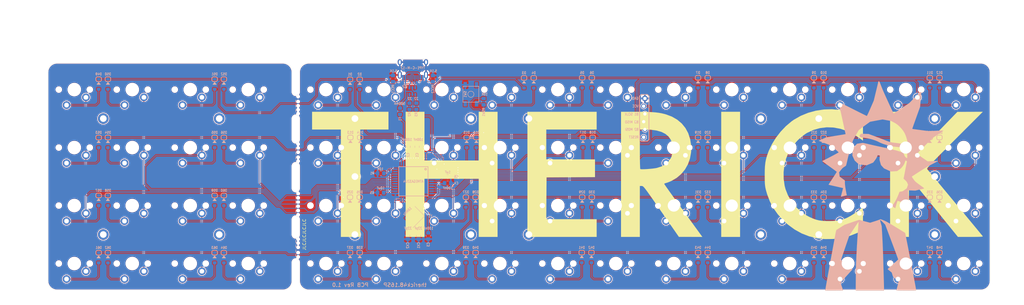
<source format=kicad_pcb>
(kicad_pcb (version 20171130) (host pcbnew "(5.1.2-1)-1")
  (layers (0 F.Cu signal) (31 B.Cu signal) (34 B.Paste user) (35 F.Paste user) (36 B.SilkS user) (37 F.SilkS user hide) (38 B.Mask user) (39 F.Mask user) (44 Edge.Cuts user))
  (net 0 "")
  (net 1 "Net-(D1-Pad2)")
  (net 2 "Net-(D2-Pad2)")
  (net 3 "Net-(D3-Pad2)")
  (net 4 "Net-(D4-Pad2)")
  (net 5 "Net-(D5-Pad2)")
  (net 6 "Net-(D6-Pad2)")
  (net 7 "Net-(D7-Pad2)")
  (net 8 "Net-(D8-Pad2)")
  (net 9 "Net-(D9-Pad2)")
  (net 10 "Net-(D10-Pad2)")
  (net 11 "Net-(D11-Pad2)")
  (net 12 "Net-(D12-Pad2)")
  (net 13 "Net-(D13-Pad2)")
  (net 14 "Net-(D14-Pad2)")
  (net 15 "Net-(D15-Pad2)")
  (net 16 "Net-(D16-Pad2)")
  (net 17 "Net-(D17-Pad2)")
  (net 18 "Net-(D18-Pad2)")
  (net 19 "Net-(D19-Pad2)")
  (net 20 "Net-(D20-Pad2)")
  (net 21 "Net-(D21-Pad2)")
  (net 22 "Net-(D22-Pad2)")
  (net 23 "Net-(D23-Pad2)")
  (net 24 "Net-(D24-Pad2)")
  (net 25 "Net-(D25-Pad2)")
  (net 26 "Net-(D26-Pad2)")
  (net 27 "Net-(D27-Pad2)")
  (net 28 "Net-(D28-Pad2)")
  (net 29 "Net-(D29-Pad2)")
  (net 30 "Net-(D30-Pad2)")
  (net 31 "Net-(D31-Pad2)")
  (net 32 "Net-(D32-Pad2)")
  (net 33 "Net-(D33-Pad2)")
  (net 34 "Net-(D34-Pad2)")
  (net 35 "Net-(D35-Pad2)")
  (net 36 "Net-(D36-Pad2)")
  (net 37 "Net-(D37-Pad2)")
  (net 38 "Net-(D38-Pad2)")
  (net 39 "Net-(D39-Pad2)")
  (net 40 "Net-(D40-Pad2)")
  (net 41 "Net-(D41-Pad2)")
  (net 42 "Net-(D42-Pad2)")
  (net 43 "Net-(D43-Pad2)")
  (net 44 "Net-(D44-Pad2)")
  (net 45 "Net-(D45-Pad2)")
  (net 46 "Net-(D46-Pad2)")
  (net 47 "Net-(D47-Pad2)")
  (net 48 "Net-(D48-Pad2)")
  (net 49 VCC)
  (net 50 "Net-(R3-Pad1)")
  (net 51 "Net-(C6-Pad1)")
  (net 52 XTAL1)
  (net 53 XTAL2)
  (net 54 row0)
  (net 55 row1)
  (net 56 row2)
  (net 57 row3)
  (net 58 D-)
  (net 59 D+)
  (net 60 col0)
  (net 61 col1)
  (net 62 col2)
  (net 63 col3)
  (net 64 col4)
  (net 65 col5)
  (net 66 col6)
  (net 67 col7)
  (net 68 col8)
  (net 69 col9)
  (net 70 col10)
  (net 71 col11)
  (net 72 "Net-(R1-Pad2)")
  (net 73 "Net-(R2-Pad1)")
  (net 74 VBUS)
  (net 75 D-BUS)
  (net 76 D+BUS)
  (net 77 "Net-(J1-PadB5)")
  (net 78 "Net-(J1-PadA5)")
  (net 79 ISP_Reset)
  (net 80 "Net-(D49-Pad2)")
  (net 81 "Net-(D50-Pad2)")
  (net 82 "Net-(D51-Pad2)")
  (net 83 "Net-(D52-Pad2)")
  (net 84 "Net-(D53-Pad2)")
  (net 85 "Net-(D54-Pad2)")
  (net 86 "Net-(D55-Pad2)")
  (net 87 "Net-(D56-Pad2)")
  (net 88 "Net-(D57-Pad2)")
  (net 89 "Net-(D58-Pad2)")
  (net 90 "Net-(D59-Pad2)")
  (net 91 "Net-(D60-Pad2)")
  (net 92 "Net-(D61-Pad2)")
  (net 93 "Net-(D62-Pad2)")
  (net 94 "Net-(D63-Pad2)")
  (net 95 "Net-(D64-Pad2)")
  (net 96 col12)
  (net 97 col13)
  (net 98 col14)
  (net 99 col15)
  (net 100 GND)
  (module Artwork:THERICK (layer F.Cu) (at 249.28 80.94)
    (fp_text reference U8 hide)
    (fp_text value HOLE hide)
  )
  (module random-keyboard-parts:Generic-Mounthole (layer F.Cu) (at 344.28 61.94)
    (fp_text reference H18)
    (fp_text value MountingHole)
    (pad 1 thru_hole circle (at 0 0) (size 3.5 3.5) (drill 2.2) (layers *.Cu *.Mask))
  )
  (module random-keyboard-parts:Generic-Mounthole (layer F.Cu) (at 344.28 99.94)
    (fp_text reference H17)
    (fp_text value MountingHole)
    (pad 1 thru_hole circle (at 0 0) (size 3.5 3.5) (drill 2.2) (layers *.Cu *.Mask))
  )
  (module random-keyboard-parts:Generic-Mounthole (layer F.Cu) (at 287.28 61.94)
    (fp_text reference H16)
    (fp_text value MountingHole)
    (pad 1 thru_hole circle (at 0 0) (size 3.5 3.5) (drill 2.2) (layers *.Cu *.Mask))
  )
  (module random-keyboard-parts:Generic-Mounthole (layer F.Cu) (at 211.28 61.94)
    (fp_text reference H15)
    (fp_text value MountingHole)
    (pad 1 thru_hole circle (at 0 0) (size 3.5 3.5) (drill 2.2) (layers *.Cu *.Mask))
  )
  (module random-keyboard-parts:Generic-Mounthole (layer F.Cu) (at 211.28 99.94)
    (fp_text reference H14)
    (fp_text value MountingHole)
    (pad 1 thru_hole circle (at 0 0) (size 3.5 3.5) (drill 2.2) (layers *.Cu *.Mask))
  )
  (module random-keyboard-parts:Generic-Mounthole (layer F.Cu) (at 287.28 99.94)
    (fp_text reference H13)
    (fp_text value MountingHole)
    (pad 1 thru_hole circle (at 0 0) (size 3.5 3.5) (drill 2.2) (layers *.Cu *.Mask))
  )
  (module random-keyboard-parts:Generic-Mounthole (layer F.Cu) (at 154.28 99.94)
    (fp_text reference H12)
    (fp_text value MountingHole)
    (pad 1 thru_hole circle (at 0 0) (size 3.5 3.5) (drill 2.2) (layers *.Cu *.Mask))
  )
  (module random-keyboard-parts:Generic-Mounthole (layer F.Cu) (at 154.28 61.94)
    (fp_text reference H11)
    (fp_text value MountingHole)
    (pad 1 thru_hole circle (at 0 0) (size 3.5 3.5) (drill 2.2) (layers *.Cu *.Mask))
  )
  (module random-keyboard-parts:Generic-Mounthole (layer F.Cu) (at 109.819991 99.94)
    (fp_text reference H10)
    (fp_text value MountingHole)
    (pad 1 thru_hole circle (at 0 0) (size 3.5 3.5) (drill 2.2) (layers *.Cu *.Mask))
  )
  (module random-keyboard-parts:Generic-Mounthole (layer F.Cu) (at 71.819991 99.94)
    (fp_text reference H9)
    (fp_text value MountingHole)
    (pad 1 thru_hole circle (at 0 0) (size 3.5 3.5) (drill 2.2) (layers *.Cu *.Mask))
  )
  (module random-keyboard-parts:Generic-Mounthole (layer F.Cu) (at 109.81999 61.94)
    (fp_text reference H8)
    (fp_text value MountingHole)
    (pad 1 thru_hole circle (at 0 0) (size 3.5 3.5) (drill 2.2) (layers *.Cu *.Mask))
  )
  (module random-keyboard-parts:Generic-Mounthole (layer F.Cu) (at 71.819991 61.94)
    (fp_text reference H7)
    (fp_text value MountingHole)
    (pad 1 thru_hole circle (at 0 0) (size 3.5 3.5) (drill 2.2) (layers *.Cu *.Mask))
  )
  (module random-keyboard-parts:Generic-Mounthole (layer F.Cu) (at 344.28 80.94)
    (fp_text reference H6)
    (fp_text value MountingHole)
    (pad 1 thru_hole circle (at 0 0) (size 3.5 3.5) (drill 2.2) (layers *.Cu *.Mask))
  )
  (module random-keyboard-parts:Generic-Mounthole (layer F.Cu) (at 306.28 99.94)
    (fp_text reference H5)
    (fp_text value MountingHole)
    (pad 1 thru_hole circle (at 0 0) (size 3.5 3.5) (drill 2.2) (layers *.Cu *.Mask))
  )
  (module random-keyboard-parts:Generic-Mounthole (layer F.Cu) (at 306.28 61.94)
    (fp_text reference H4)
    (fp_text value MountingHole)
    (pad 1 thru_hole circle (at 0 0) (size 3.5 3.5) (drill 2.2) (layers *.Cu *.Mask))
  )
  (module random-keyboard-parts:Generic-Mounthole (layer F.Cu) (at 192.28 99.94)
    (fp_text reference H3)
    (fp_text value MountingHole)
    (pad 1 thru_hole circle (at 0 0) (size 3.5 3.5) (drill 2.2) (layers *.Cu *.Mask))
  )
  (module random-keyboard-parts:Generic-Mounthole (layer F.Cu) (at 192.28 61.94)
    (fp_text reference H2)
    (fp_text value MountingHole)
    (pad 1 thru_hole circle (at 0 0) (size 3.5 3.5) (drill 2.2) (layers *.Cu *.Mask))
  )
  (module random-keyboard-parts:Generic-Mounthole (layer F.Cu) (at 154.279999 80.94)
    (fp_text reference H1)
    (fp_text value MountingHole)
    (pad 1 thru_hole circle (at 0 0) (size 3.5 3.5) (drill 2.2) (layers *.Cu *.Mask))
  )
  (module Keeb_footprints:PIN_HEADER_1x6_OFFSET (layer B.Cu) (at 249.1032 61.69 180)
    (fp_text reference J2)
    (fp_text value AVR-ISP-6_mod hide)
    (fp_text user GND (at 1.7907 6.3627) (layer B.SilkS) (effects (font (size 0.8 0.7)) (justify left mirror)))
    (fp_text user VCC (at 1.7907 3.8227) (layer B.SilkS) (effects (font (size 0.8 0.7)) (justify left mirror)))
    (fp_text user RESET (at 1.778 -6.35) (layer B.SilkS) (effects (font (size 0.8 0.7)) (justify left mirror)))
    (fp_text user "B1 SCLK" (at 1.7907 1.1557) (layer B.SilkS) (effects (font (size 0.8 0.7)) (justify left mirror)))
    (fp_text user "B2 MOSI" (at 1.778 -3.81) (layer B.SilkS) (effects (font (size 0.8 0.7)) (justify left mirror)))
    (fp_text user "B3 MISO" (at 1.778 -1.397) (layer B.SilkS) (effects (font (size 0.8 0.7)) (justify left mirror)))
    (pad 6 thru_hole roundrect (at -0.2032 6.35 180) (size 1.6002 1.6002) (drill 1.0668) (layers *.Cu *.Mask) (net 100 GND))
    (pad 2 thru_hole circle (at 0.2032 3.81 180) (size 1.6002 1.6002) (drill 1.0668) (layers *.Cu *.Mask) (net 49 VCC))
    (pad 5 thru_hole circle (at -0.2032 1.27 180) (size 1.6002 1.6002) (drill 1.0668) (layers *.Cu *.Mask) (net 69 col9))
    (pad 3 thru_hole circle (at 0.2032 -1.27 180) (size 1.6002 1.6002) (drill 1.0668) (layers *.Cu *.Mask) (net 71 col11))
    (pad 4 thru_hole circle (at -0.2032 -3.81 180) (size 1.6002 1.6002) (drill 1.0668) (layers *.Cu *.Mask) (net 70 col10))
    (pad 1 thru_hole circle (at 0.2032 -6.35 180) (size 1.6002 1.6002) (drill 1.0668) (layers *.Cu *.Mask) (net 79 ISP_Reset))
  )
  (module Keeb_footprints:D_SOD-123_modified (layer B.Cu) (at 345.839999 50.223377 270)
    (fp_text reference D12 (at -3.302 0 180) (layer B.SilkS) (effects (font (size 0.8 0.7)) (justify mirror)))
    (fp_text value D)
    (pad 2 smd roundrect (at 1.65 0 270) (size 1 1.2) (layers B.Cu B.Paste B.Mask) (net 12 "Net-(D12-Pad2)"))
    (pad 1 smd roundrect (at -1.65 0 270) (size 1 1.2) (layers B.Cu B.Paste B.Mask) (net 54 row0))
  )
  (module Keeb_footprints:MX100 (layer F.Cu) (at 353.805399 109.427302)
    (fp_text reference K48)
    (fp_text value KEYSW)
    (pad 1 thru_hole circle (at 3.7846 2.5527 270) (size 2.54 2.54) (drill 1.525) (layers *.Cu *.Mask) (net 71 col11))
    (pad 2 thru_hole circle (at -2.5654 5.0927) (size 2.54 2.54) (drill 1.525) (layers *.Cu *.Mask) (net 48 "Net-(D48-Pad2)"))
    (pad "" np_thru_hole circle (at -5.1054 0.0127) (size 1.7018 1.7018) (drill 1.7018) (layers *.Cu *.Mask))
    (pad "" np_thru_hole circle (at 5.0546 0.0127) (size 1.7018 1.7018) (drill 1.7018) (layers *.Cu *.Mask))
    (pad "" np_thru_hole circle (at -0.0254 0.0127) (size 3.9878 3.9878) (drill 3.9878) (layers *.Cu *.Mask))
  )
  (module Keeb_footprints:MX100 (layer F.Cu) (at 353.804469 90.427062)
    (fp_text reference K36)
    (fp_text value KEYSW)
    (pad 1 thru_hole circle (at 3.7846 2.5527 270) (size 2.54 2.54) (drill 1.525) (layers *.Cu *.Mask) (net 71 col11))
    (pad 2 thru_hole circle (at -2.5654 5.0927) (size 2.54 2.54) (drill 1.525) (layers *.Cu *.Mask) (net 36 "Net-(D36-Pad2)"))
    (pad "" np_thru_hole circle (at -5.1054 0.0127) (size 1.7018 1.7018) (drill 1.7018) (layers *.Cu *.Mask))
    (pad "" np_thru_hole circle (at 5.0546 0.0127) (size 1.7018 1.7018) (drill 1.7018) (layers *.Cu *.Mask))
    (pad "" np_thru_hole circle (at -0.0254 0.0127) (size 3.9878 3.9878) (drill 3.9878) (layers *.Cu *.Mask))
  )
  (module Keeb_footprints:MX100 (layer F.Cu) (at 258.804719 109.427012)
    (fp_text reference K43)
    (fp_text value KEYSW)
    (pad 1 thru_hole circle (at 3.7846 2.5527 270) (size 2.54 2.54) (drill 1.525) (layers *.Cu *.Mask) (net 66 col6))
    (pad 2 thru_hole circle (at -2.5654 5.0927) (size 2.54 2.54) (drill 1.525) (layers *.Cu *.Mask) (net 43 "Net-(D43-Pad2)"))
    (pad "" np_thru_hole circle (at -5.1054 0.0127) (size 1.7018 1.7018) (drill 1.7018) (layers *.Cu *.Mask))
    (pad "" np_thru_hole circle (at 5.0546 0.0127) (size 1.7018 1.7018) (drill 1.7018) (layers *.Cu *.Mask))
    (pad "" np_thru_hole circle (at -0.0254 0.0127) (size 3.9878 3.9878) (drill 3.9878) (layers *.Cu *.Mask))
  )
  (module Keeb_footprints:MX100 (layer F.Cu) (at 258.804719 90.427062)
    (fp_text reference K31)
    (fp_text value KEYSW)
    (pad 1 thru_hole circle (at 3.7846 2.5527 270) (size 2.54 2.54) (drill 1.525) (layers *.Cu *.Mask) (net 66 col6))
    (pad 2 thru_hole circle (at -2.5654 5.0927) (size 2.54 2.54) (drill 1.525) (layers *.Cu *.Mask) (net 31 "Net-(D31-Pad2)"))
    (pad "" np_thru_hole circle (at -5.1054 0.0127) (size 1.7018 1.7018) (drill 1.7018) (layers *.Cu *.Mask))
    (pad "" np_thru_hole circle (at 5.0546 0.0127) (size 1.7018 1.7018) (drill 1.7018) (layers *.Cu *.Mask))
    (pad "" np_thru_hole circle (at -0.0254 0.0127) (size 3.9878 3.9878) (drill 3.9878) (layers *.Cu *.Mask))
  )
  (module Keeb_footprints:MouseBite_IPC7351 (layer F.Cu) (at 135.659643 57.759848 90)
    (fp_text reference U4)
    (fp_text value HOLE)
    (pad "" np_thru_hole circle (at -2.54 0 90) (size 0.8 0.8) (drill 0.8) (layers *.Cu *.Mask))
    (pad "" np_thru_hole circle (at -1.27 0 90) (size 0.8 0.8) (drill 0.8) (layers *.Cu *.Mask))
    (pad "" np_thru_hole circle (at 3.048 0 90) (size 0.8 0.8) (drill 0.8) (layers *.Cu *.Mask))
    (pad "" np_thru_hole circle (at 1.397 0 90) (size 0.8 0.8) (drill 0.8) (layers *.Cu *.Mask))
    (pad "" np_thru_hole circle (at 0 0 90) (size 0.8 0.8) (drill 0.8) (layers *.Cu *.Mask))
  )
  (module Keeb_footprints:MouseBite_IPC7351 (layer F.Cu) (at 135.659643 104.119726 90)
    (fp_text reference U5)
    (fp_text value HOLE)
    (pad "" np_thru_hole circle (at -3.175 0 90) (size 0.8 0.8) (drill 0.8) (layers *.Cu *.Mask))
    (pad "" np_thru_hole circle (at -1.758 0 90) (size 0.8 0.8) (drill 0.8) (layers *.Cu *.Mask))
    (pad "" np_thru_hole circle (at 2.667 0 90) (size 0.8 0.8) (drill 0.8) (layers *.Cu *.Mask))
    (pad "" np_thru_hole circle (at 1.397 0 90) (size 0.8 0.8) (drill 0.8) (layers *.Cu *.Mask))
    (pad "" np_thru_hole circle (at 0 0 90) (size 0.8 0.8) (drill 0.8) (layers *.Cu *.Mask))
  )
  (module Keeb_footprints:MouseBite_IPC7351 (layer F.Cu) (at 135.659643 72.960002 90)
    (fp_text reference U6)
    (fp_text value HOLE)
    (pad "" np_thru_hole circle (at -2.921 0 90) (size 0.8 0.8) (drill 0.8) (layers *.Cu *.Mask))
    (pad "" np_thru_hole circle (at -1.651 0 90) (size 0.8 0.8) (drill 0.8) (layers *.Cu *.Mask))
    (pad "" np_thru_hole circle (at 2.667 0 90) (size 0.8 0.8) (drill 0.8) (layers *.Cu *.Mask))
    (pad "" np_thru_hole circle (at 1.397 0 90) (size 0.8 0.8) (drill 0.8) (layers *.Cu *.Mask))
    (pad "" np_thru_hole circle (at 0 0 90) (size 0.8 0.8) (drill 0.8) (layers *.Cu *.Mask))
  )
  (module Keeb_footprints:MouseBite_IPC7351 (layer F.Cu) (at 135.659643 89.299765 90)
    (fp_text reference U7)
    (fp_text value HOLE)
    (pad "" np_thru_hole circle (at -2.794 0 90) (size 0.8 0.8) (drill 0.8) (layers *.Cu *.Mask))
    (pad "" np_thru_hole circle (at -1.377 0 90) (size 0.8 0.8) (drill 0.8) (layers *.Cu *.Mask))
    (pad "" np_thru_hole circle (at 2.794 0 90) (size 0.8 0.8) (drill 0.8) (layers *.Cu *.Mask))
    (pad "" np_thru_hole circle (at 1.377 0 90) (size 0.8 0.8) (drill 0.8) (layers *.Cu *.Mask))
    (pad "" np_thru_hole circle (at 0 0 90) (size 0.8 0.8) (drill 0.8) (layers *.Cu *.Mask))
    (pad "" np_thru_hole circle (at -4.191 0 90) (size 0.8 0.8) (drill 0.8) (layers *.Cu *.Mask))
  )
  (module Keeb_footprints:MX100 (layer F.Cu) (at 334.804519 109.427012)
    (fp_text reference K47)
    (fp_text value KEYSW)
    (pad 1 thru_hole circle (at 3.7846 2.5527 270) (size 2.54 2.54) (drill 1.525) (layers *.Cu *.Mask) (net 70 col10))
    (pad 2 thru_hole circle (at -2.5654 5.0927) (size 2.54 2.54) (drill 1.525) (layers *.Cu *.Mask) (net 47 "Net-(D47-Pad2)"))
    (pad "" np_thru_hole circle (at -5.1054 0.0127) (size 1.7018 1.7018) (drill 1.7018) (layers *.Cu *.Mask))
    (pad "" np_thru_hole circle (at 5.0546 0.0127) (size 1.7018 1.7018) (drill 1.7018) (layers *.Cu *.Mask))
    (pad "" np_thru_hole circle (at -0.0254 0.0127) (size 3.9878 3.9878) (drill 3.9878) (layers *.Cu *.Mask))
  )
  (module Keeb_footprints:MX100 (layer F.Cu) (at 315.804569 109.427012)
    (fp_text reference K46)
    (fp_text value KEYSW)
    (pad 1 thru_hole circle (at 3.7846 2.5527 270) (size 2.54 2.54) (drill 1.525) (layers *.Cu *.Mask) (net 69 col9))
    (pad 2 thru_hole circle (at -2.5654 5.0927) (size 2.54 2.54) (drill 1.525) (layers *.Cu *.Mask) (net 46 "Net-(D46-Pad2)"))
    (pad "" np_thru_hole circle (at -5.1054 0.0127) (size 1.7018 1.7018) (drill 1.7018) (layers *.Cu *.Mask))
    (pad "" np_thru_hole circle (at 5.0546 0.0127) (size 1.7018 1.7018) (drill 1.7018) (layers *.Cu *.Mask))
    (pad "" np_thru_hole circle (at -0.0254 0.0127) (size 3.9878 3.9878) (drill 3.9878) (layers *.Cu *.Mask))
  )
  (module Keeb_footprints:MX100 (layer F.Cu) (at 296.804619 109.427012)
    (fp_text reference K45)
    (fp_text value KEYSW)
    (pad 1 thru_hole circle (at 3.7846 2.5527 270) (size 2.54 2.54) (drill 1.525) (layers *.Cu *.Mask) (net 68 col8))
    (pad 2 thru_hole circle (at -2.5654 5.0927) (size 2.54 2.54) (drill 1.525) (layers *.Cu *.Mask) (net 45 "Net-(D45-Pad2)"))
    (pad "" np_thru_hole circle (at -5.1054 0.0127) (size 1.7018 1.7018) (drill 1.7018) (layers *.Cu *.Mask))
    (pad "" np_thru_hole circle (at 5.0546 0.0127) (size 1.7018 1.7018) (drill 1.7018) (layers *.Cu *.Mask))
    (pad "" np_thru_hole circle (at -0.0254 0.0127) (size 3.9878 3.9878) (drill 3.9878) (layers *.Cu *.Mask))
  )
  (module Keeb_footprints:MX100 (layer F.Cu) (at 277.804669 109.427012)
    (fp_text reference K44)
    (fp_text value KEYSW)
    (pad 1 thru_hole circle (at 3.7846 2.5527 270) (size 2.54 2.54) (drill 1.525) (layers *.Cu *.Mask) (net 67 col7))
    (pad 2 thru_hole circle (at -2.5654 5.0927) (size 2.54 2.54) (drill 1.525) (layers *.Cu *.Mask) (net 44 "Net-(D44-Pad2)"))
    (pad "" np_thru_hole circle (at -5.1054 0.0127) (size 1.7018 1.7018) (drill 1.7018) (layers *.Cu *.Mask))
    (pad "" np_thru_hole circle (at 5.0546 0.0127) (size 1.7018 1.7018) (drill 1.7018) (layers *.Cu *.Mask))
    (pad "" np_thru_hole circle (at -0.0254 0.0127) (size 3.9878 3.9878) (drill 3.9878) (layers *.Cu *.Mask))
  )
  (module Keeb_footprints:MX100 (layer F.Cu) (at 239.804769 109.427012)
    (fp_text reference K42)
    (fp_text value KEYSW)
    (pad 1 thru_hole circle (at 3.7846 2.5527 270) (size 2.54 2.54) (drill 1.525) (layers *.Cu *.Mask) (net 65 col5))
    (pad 2 thru_hole circle (at -2.5654 5.0927) (size 2.54 2.54) (drill 1.525) (layers *.Cu *.Mask) (net 42 "Net-(D42-Pad2)"))
    (pad "" np_thru_hole circle (at -5.1054 0.0127) (size 1.7018 1.7018) (drill 1.7018) (layers *.Cu *.Mask))
    (pad "" np_thru_hole circle (at 5.0546 0.0127) (size 1.7018 1.7018) (drill 1.7018) (layers *.Cu *.Mask))
    (pad "" np_thru_hole circle (at -0.0254 0.0127) (size 3.9878 3.9878) (drill 3.9878) (layers *.Cu *.Mask))
  )
  (module Keeb_footprints:MX100 (layer F.Cu) (at 220.805399 109.427302)
    (fp_text reference K41)
    (fp_text value KEYSW)
    (pad 1 thru_hole circle (at 3.7846 2.5527 270) (size 2.54 2.54) (drill 1.525) (layers *.Cu *.Mask) (net 64 col4))
    (pad 2 thru_hole circle (at -2.5654 5.0927) (size 2.54 2.54) (drill 1.525) (layers *.Cu *.Mask) (net 41 "Net-(D41-Pad2)"))
    (pad "" np_thru_hole circle (at -5.1054 0.0127) (size 1.7018 1.7018) (drill 1.7018) (layers *.Cu *.Mask))
    (pad "" np_thru_hole circle (at 5.0546 0.0127) (size 1.7018 1.7018) (drill 1.7018) (layers *.Cu *.Mask))
    (pad "" np_thru_hole circle (at -0.0254 0.0127) (size 3.9878 3.9878) (drill 3.9878) (layers *.Cu *.Mask))
  )
  (module Keeb_footprints:MX100 (layer F.Cu) (at 201.804869 109.427012)
    (fp_text reference K40)
    (fp_text value KEYSW)
    (pad 1 thru_hole circle (at 3.7846 2.5527 270) (size 2.54 2.54) (drill 1.525) (layers *.Cu *.Mask) (net 63 col3))
    (pad 2 thru_hole circle (at -2.5654 5.0927) (size 2.54 2.54) (drill 1.525) (layers *.Cu *.Mask) (net 40 "Net-(D40-Pad2)"))
    (pad "" np_thru_hole circle (at -5.1054 0.0127) (size 1.7018 1.7018) (drill 1.7018) (layers *.Cu *.Mask))
    (pad "" np_thru_hole circle (at 5.0546 0.0127) (size 1.7018 1.7018) (drill 1.7018) (layers *.Cu *.Mask))
    (pad "" np_thru_hole circle (at -0.0254 0.0127) (size 3.9878 3.9878) (drill 3.9878) (layers *.Cu *.Mask))
  )
  (module Keeb_footprints:MX100 (layer F.Cu) (at 182.805399 109.427302)
    (fp_text reference K39)
    (fp_text value KEYSW)
    (pad 1 thru_hole circle (at 3.7846 2.5527 270) (size 2.54 2.54) (drill 1.525) (layers *.Cu *.Mask) (net 62 col2))
    (pad 2 thru_hole circle (at -2.5654 5.0927) (size 2.54 2.54) (drill 1.525) (layers *.Cu *.Mask) (net 39 "Net-(D39-Pad2)"))
    (pad "" np_thru_hole circle (at -5.1054 0.0127) (size 1.7018 1.7018) (drill 1.7018) (layers *.Cu *.Mask))
    (pad "" np_thru_hole circle (at 5.0546 0.0127) (size 1.7018 1.7018) (drill 1.7018) (layers *.Cu *.Mask))
    (pad "" np_thru_hole circle (at -0.0254 0.0127) (size 3.9878 3.9878) (drill 3.9878) (layers *.Cu *.Mask))
  )
  (module Keeb_footprints:MX100 (layer F.Cu) (at 163.805399 109.427302)
    (fp_text reference K38)
    (fp_text value KEYSW)
    (pad 1 thru_hole circle (at 3.7846 2.5527 270) (size 2.54 2.54) (drill 1.525) (layers *.Cu *.Mask) (net 61 col1))
    (pad 2 thru_hole circle (at -2.5654 5.0927) (size 2.54 2.54) (drill 1.525) (layers *.Cu *.Mask) (net 38 "Net-(D38-Pad2)"))
    (pad "" np_thru_hole circle (at -5.1054 0.0127) (size 1.7018 1.7018) (drill 1.7018) (layers *.Cu *.Mask))
    (pad "" np_thru_hole circle (at 5.0546 0.0127) (size 1.7018 1.7018) (drill 1.7018) (layers *.Cu *.Mask))
    (pad "" np_thru_hole circle (at -0.0254 0.0127) (size 3.9878 3.9878) (drill 3.9878) (layers *.Cu *.Mask))
  )
  (module Keeb_footprints:MX100 (layer F.Cu) (at 144.805019 109.427302)
    (fp_text reference K37)
    (fp_text value KEYSW)
    (pad 1 thru_hole circle (at 3.7846 2.5527 270) (size 2.54 2.54) (drill 1.525) (layers *.Cu *.Mask) (net 60 col0))
    (pad 2 thru_hole circle (at -2.5654 5.0927) (size 2.54 2.54) (drill 1.525) (layers *.Cu *.Mask) (net 37 "Net-(D37-Pad2)"))
    (pad "" np_thru_hole circle (at -5.1054 0.0127) (size 1.7018 1.7018) (drill 1.7018) (layers *.Cu *.Mask))
    (pad "" np_thru_hole circle (at 5.0546 0.0127) (size 1.7018 1.7018) (drill 1.7018) (layers *.Cu *.Mask))
    (pad "" np_thru_hole circle (at -0.0254 0.0127) (size 3.9878 3.9878) (drill 3.9878) (layers *.Cu *.Mask))
  )
  (module Keeb_footprints:MX100 (layer F.Cu) (at 334.804519 90.427062)
    (fp_text reference K35)
    (fp_text value KEYSW)
    (pad 1 thru_hole circle (at 3.7846 2.5527 270) (size 2.54 2.54) (drill 1.525) (layers *.Cu *.Mask) (net 70 col10))
    (pad 2 thru_hole circle (at -2.5654 5.0927) (size 2.54 2.54) (drill 1.525) (layers *.Cu *.Mask) (net 35 "Net-(D35-Pad2)"))
    (pad "" np_thru_hole circle (at -5.1054 0.0127) (size 1.7018 1.7018) (drill 1.7018) (layers *.Cu *.Mask))
    (pad "" np_thru_hole circle (at 5.0546 0.0127) (size 1.7018 1.7018) (drill 1.7018) (layers *.Cu *.Mask))
    (pad "" np_thru_hole circle (at -0.0254 0.0127) (size 3.9878 3.9878) (drill 3.9878) (layers *.Cu *.Mask))
  )
  (module Keeb_footprints:MX100 (layer F.Cu) (at 315.804569 90.427062)
    (fp_text reference K34)
    (fp_text value KEYSW)
    (pad 1 thru_hole circle (at 3.7846 2.5527 270) (size 2.54 2.54) (drill 1.525) (layers *.Cu *.Mask) (net 69 col9))
    (pad 2 thru_hole circle (at -2.5654 5.0927) (size 2.54 2.54) (drill 1.525) (layers *.Cu *.Mask) (net 34 "Net-(D34-Pad2)"))
    (pad "" np_thru_hole circle (at -5.1054 0.0127) (size 1.7018 1.7018) (drill 1.7018) (layers *.Cu *.Mask))
    (pad "" np_thru_hole circle (at 5.0546 0.0127) (size 1.7018 1.7018) (drill 1.7018) (layers *.Cu *.Mask))
    (pad "" np_thru_hole circle (at -0.0254 0.0127) (size 3.9878 3.9878) (drill 3.9878) (layers *.Cu *.Mask))
  )
  (module Keeb_footprints:MX100 (layer F.Cu) (at 296.804619 90.427062)
    (fp_text reference K33)
    (fp_text value KEYSW)
    (pad 1 thru_hole circle (at 3.7846 2.5527 270) (size 2.54 2.54) (drill 1.525) (layers *.Cu *.Mask) (net 68 col8))
    (pad 2 thru_hole circle (at -2.5654 5.0927) (size 2.54 2.54) (drill 1.525) (layers *.Cu *.Mask) (net 33 "Net-(D33-Pad2)"))
    (pad "" np_thru_hole circle (at -5.1054 0.0127) (size 1.7018 1.7018) (drill 1.7018) (layers *.Cu *.Mask))
    (pad "" np_thru_hole circle (at 5.0546 0.0127) (size 1.7018 1.7018) (drill 1.7018) (layers *.Cu *.Mask))
    (pad "" np_thru_hole circle (at -0.0254 0.0127) (size 3.9878 3.9878) (drill 3.9878) (layers *.Cu *.Mask))
  )
  (module Keeb_footprints:MX100 (layer F.Cu) (at 277.804669 90.427302)
    (fp_text reference K32)
    (fp_text value KEYSW)
    (pad 1 thru_hole circle (at 3.7846 2.5527 270) (size 2.54 2.54) (drill 1.525) (layers *.Cu *.Mask) (net 67 col7))
    (pad 2 thru_hole circle (at -2.5654 5.0927) (size 2.54 2.54) (drill 1.525) (layers *.Cu *.Mask) (net 32 "Net-(D32-Pad2)"))
    (pad "" np_thru_hole circle (at -5.1054 0.0127) (size 1.7018 1.7018) (drill 1.7018) (layers *.Cu *.Mask))
    (pad "" np_thru_hole circle (at 5.0546 0.0127) (size 1.7018 1.7018) (drill 1.7018) (layers *.Cu *.Mask))
    (pad "" np_thru_hole circle (at -0.0254 0.0127) (size 3.9878 3.9878) (drill 3.9878) (layers *.Cu *.Mask))
  )
  (module Keeb_footprints:MX100 (layer F.Cu) (at 239.804769 90.427062)
    (fp_text reference K30)
    (fp_text value KEYSW)
    (pad 1 thru_hole circle (at 3.7846 2.5527 270) (size 2.54 2.54) (drill 1.525) (layers *.Cu *.Mask) (net 65 col5))
    (pad 2 thru_hole circle (at -2.5654 5.0927) (size 2.54 2.54) (drill 1.525) (layers *.Cu *.Mask) (net 30 "Net-(D30-Pad2)"))
    (pad "" np_thru_hole circle (at -5.1054 0.0127) (size 1.7018 1.7018) (drill 1.7018) (layers *.Cu *.Mask))
    (pad "" np_thru_hole circle (at 5.0546 0.0127) (size 1.7018 1.7018) (drill 1.7018) (layers *.Cu *.Mask))
    (pad "" np_thru_hole circle (at -0.0254 0.0127) (size 3.9878 3.9878) (drill 3.9878) (layers *.Cu *.Mask))
  )
  (module Keeb_footprints:MX100 (layer F.Cu) (at 220.804819 90.427062)
    (fp_text reference K29)
    (fp_text value KEYSW)
    (pad 1 thru_hole circle (at 3.7846 2.5527 270) (size 2.54 2.54) (drill 1.525) (layers *.Cu *.Mask) (net 64 col4))
    (pad 2 thru_hole circle (at -2.5654 5.0927) (size 2.54 2.54) (drill 1.525) (layers *.Cu *.Mask) (net 29 "Net-(D29-Pad2)"))
    (pad "" np_thru_hole circle (at -5.1054 0.0127) (size 1.7018 1.7018) (drill 1.7018) (layers *.Cu *.Mask))
    (pad "" np_thru_hole circle (at 5.0546 0.0127) (size 1.7018 1.7018) (drill 1.7018) (layers *.Cu *.Mask))
    (pad "" np_thru_hole circle (at -0.0254 0.0127) (size 3.9878 3.9878) (drill 3.9878) (layers *.Cu *.Mask))
  )
  (module Keeb_footprints:MX100 (layer F.Cu) (at 201.804869 90.427062)
    (fp_text reference K28)
    (fp_text value KEYSW)
    (pad 1 thru_hole circle (at 3.7846 2.5527 270) (size 2.54 2.54) (drill 1.525) (layers *.Cu *.Mask) (net 63 col3))
    (pad 2 thru_hole circle (at -2.5654 5.0927) (size 2.54 2.54) (drill 1.525) (layers *.Cu *.Mask) (net 28 "Net-(D28-Pad2)"))
    (pad "" np_thru_hole circle (at -5.1054 0.0127) (size 1.7018 1.7018) (drill 1.7018) (layers *.Cu *.Mask))
    (pad "" np_thru_hole circle (at 5.0546 0.0127) (size 1.7018 1.7018) (drill 1.7018) (layers *.Cu *.Mask))
    (pad "" np_thru_hole circle (at -0.0254 0.0127) (size 3.9878 3.9878) (drill 3.9878) (layers *.Cu *.Mask))
  )
  (module Keeb_footprints:MX100 (layer F.Cu) (at 182.805399 90.427302)
    (fp_text reference K27)
    (fp_text value KEYSW)
    (pad 1 thru_hole circle (at 3.7846 2.5527 270) (size 2.54 2.54) (drill 1.525) (layers *.Cu *.Mask) (net 62 col2))
    (pad 2 thru_hole circle (at -2.5654 5.0927) (size 2.54 2.54) (drill 1.525) (layers *.Cu *.Mask) (net 27 "Net-(D27-Pad2)"))
    (pad "" np_thru_hole circle (at -5.1054 0.0127) (size 1.7018 1.7018) (drill 1.7018) (layers *.Cu *.Mask))
    (pad "" np_thru_hole circle (at 5.0546 0.0127) (size 1.7018 1.7018) (drill 1.7018) (layers *.Cu *.Mask))
    (pad "" np_thru_hole circle (at -0.0254 0.0127) (size 3.9878 3.9878) (drill 3.9878) (layers *.Cu *.Mask))
  )
  (module Keeb_footprints:MX100 (layer F.Cu) (at 163.805399 90.427302)
    (fp_text reference K26)
    (fp_text value KEYSW)
    (pad 1 thru_hole circle (at 3.7846 2.5527 270) (size 2.54 2.54) (drill 1.525) (layers *.Cu *.Mask) (net 61 col1))
    (pad 2 thru_hole circle (at -2.5654 5.0927) (size 2.54 2.54) (drill 1.525) (layers *.Cu *.Mask) (net 26 "Net-(D26-Pad2)"))
    (pad "" np_thru_hole circle (at -5.1054 0.0127) (size 1.7018 1.7018) (drill 1.7018) (layers *.Cu *.Mask))
    (pad "" np_thru_hole circle (at 5.0546 0.0127) (size 1.7018 1.7018) (drill 1.7018) (layers *.Cu *.Mask))
    (pad "" np_thru_hole circle (at -0.0254 0.0127) (size 3.9878 3.9878) (drill 3.9878) (layers *.Cu *.Mask))
  )
  (module Keeb_footprints:MX100 (layer F.Cu) (at 144.805399 90.427302)
    (fp_text reference K25)
    (fp_text value KEYSW)
    (pad 1 thru_hole circle (at 3.7846 2.5527 270) (size 2.54 2.54) (drill 1.525) (layers *.Cu *.Mask) (net 60 col0))
    (pad 2 thru_hole circle (at -2.5654 5.0927) (size 2.54 2.54) (drill 1.525) (layers *.Cu *.Mask) (net 25 "Net-(D25-Pad2)"))
    (pad "" np_thru_hole circle (at -5.1054 0.0127) (size 1.7018 1.7018) (drill 1.7018) (layers *.Cu *.Mask))
    (pad "" np_thru_hole circle (at 5.0546 0.0127) (size 1.7018 1.7018) (drill 1.7018) (layers *.Cu *.Mask))
    (pad "" np_thru_hole circle (at -0.0254 0.0127) (size 3.9878 3.9878) (drill 3.9878) (layers *.Cu *.Mask))
  )
  (module Keeb_footprints:MX100 (layer F.Cu) (at 353.804469 71.427112)
    (fp_text reference K24)
    (fp_text value KEYSW)
    (pad 1 thru_hole circle (at 3.7846 2.5527 270) (size 2.54 2.54) (drill 1.525) (layers *.Cu *.Mask) (net 71 col11))
    (pad 2 thru_hole circle (at -2.5654 5.0927) (size 2.54 2.54) (drill 1.525) (layers *.Cu *.Mask) (net 24 "Net-(D24-Pad2)"))
    (pad "" np_thru_hole circle (at -5.1054 0.0127) (size 1.7018 1.7018) (drill 1.7018) (layers *.Cu *.Mask))
    (pad "" np_thru_hole circle (at 5.0546 0.0127) (size 1.7018 1.7018) (drill 1.7018) (layers *.Cu *.Mask))
    (pad "" np_thru_hole circle (at -0.0254 0.0127) (size 3.9878 3.9878) (drill 3.9878) (layers *.Cu *.Mask))
  )
  (module Keeb_footprints:MX100 (layer F.Cu) (at 334.804519 71.427112)
    (fp_text reference K23)
    (fp_text value KEYSW)
    (pad 1 thru_hole circle (at 3.7846 2.5527 270) (size 2.54 2.54) (drill 1.525) (layers *.Cu *.Mask) (net 70 col10))
    (pad 2 thru_hole circle (at -2.5654 5.0927) (size 2.54 2.54) (drill 1.525) (layers *.Cu *.Mask) (net 23 "Net-(D23-Pad2)"))
    (pad "" np_thru_hole circle (at -5.1054 0.0127) (size 1.7018 1.7018) (drill 1.7018) (layers *.Cu *.Mask))
    (pad "" np_thru_hole circle (at 5.0546 0.0127) (size 1.7018 1.7018) (drill 1.7018) (layers *.Cu *.Mask))
    (pad "" np_thru_hole circle (at -0.0254 0.0127) (size 3.9878 3.9878) (drill 3.9878) (layers *.Cu *.Mask))
  )
  (module Keeb_footprints:MX100 (layer F.Cu) (at 315.804569 71.427112)
    (fp_text reference K22)
    (fp_text value KEYSW)
    (pad 1 thru_hole circle (at 3.7846 2.5527 270) (size 2.54 2.54) (drill 1.525) (layers *.Cu *.Mask) (net 69 col9))
    (pad 2 thru_hole circle (at -2.5654 5.0927) (size 2.54 2.54) (drill 1.525) (layers *.Cu *.Mask) (net 22 "Net-(D22-Pad2)"))
    (pad "" np_thru_hole circle (at -5.1054 0.0127) (size 1.7018 1.7018) (drill 1.7018) (layers *.Cu *.Mask))
    (pad "" np_thru_hole circle (at 5.0546 0.0127) (size 1.7018 1.7018) (drill 1.7018) (layers *.Cu *.Mask))
    (pad "" np_thru_hole circle (at -0.0254 0.0127) (size 3.9878 3.9878) (drill 3.9878) (layers *.Cu *.Mask))
  )
  (module Keeb_footprints:MX100 (layer F.Cu) (at 296.805399 71.427302)
    (fp_text reference K21)
    (fp_text value KEYSW)
    (pad 1 thru_hole circle (at 3.7846 2.5527 270) (size 2.54 2.54) (drill 1.525) (layers *.Cu *.Mask) (net 68 col8))
    (pad 2 thru_hole circle (at -2.5654 5.0927) (size 2.54 2.54) (drill 1.525) (layers *.Cu *.Mask) (net 21 "Net-(D21-Pad2)"))
    (pad "" np_thru_hole circle (at -5.1054 0.0127) (size 1.7018 1.7018) (drill 1.7018) (layers *.Cu *.Mask))
    (pad "" np_thru_hole circle (at 5.0546 0.0127) (size 1.7018 1.7018) (drill 1.7018) (layers *.Cu *.Mask))
    (pad "" np_thru_hole circle (at -0.0254 0.0127) (size 3.9878 3.9878) (drill 3.9878) (layers *.Cu *.Mask))
  )
  (module Keeb_footprints:MX100 (layer F.Cu) (at 277.78 71.44)
    (fp_text reference K20)
    (fp_text value KEYSW)
    (pad 1 thru_hole circle (at 3.7846 2.5527 270) (size 2.54 2.54) (drill 1.525) (layers *.Cu *.Mask) (net 67 col7))
    (pad 2 thru_hole circle (at -2.5654 5.0927) (size 2.54 2.54) (drill 1.525) (layers *.Cu *.Mask) (net 20 "Net-(D20-Pad2)"))
    (pad "" np_thru_hole circle (at -5.1054 0.0127) (size 1.7018 1.7018) (drill 1.7018) (layers *.Cu *.Mask))
    (pad "" np_thru_hole circle (at 5.0546 0.0127) (size 1.7018 1.7018) (drill 1.7018) (layers *.Cu *.Mask))
    (pad "" np_thru_hole circle (at -0.0254 0.0127) (size 3.9878 3.9878) (drill 3.9878) (layers *.Cu *.Mask))
  )
  (module Keeb_footprints:MX100 (layer F.Cu) (at 258.804719 71.427302)
    (fp_text reference K19)
    (fp_text value KEYSW)
    (pad 1 thru_hole circle (at 3.7846 2.5527 270) (size 2.54 2.54) (drill 1.525) (layers *.Cu *.Mask) (net 66 col6))
    (pad 2 thru_hole circle (at -2.5654 5.0927) (size 2.54 2.54) (drill 1.525) (layers *.Cu *.Mask) (net 19 "Net-(D19-Pad2)"))
    (pad "" np_thru_hole circle (at -5.1054 0.0127) (size 1.7018 1.7018) (drill 1.7018) (layers *.Cu *.Mask))
    (pad "" np_thru_hole circle (at 5.0546 0.0127) (size 1.7018 1.7018) (drill 1.7018) (layers *.Cu *.Mask))
    (pad "" np_thru_hole circle (at -0.0254 0.0127) (size 3.9878 3.9878) (drill 3.9878) (layers *.Cu *.Mask))
  )
  (module Keeb_footprints:MX100 (layer F.Cu) (at 239.805399 71.427302)
    (fp_text reference K18)
    (fp_text value KEYSW)
    (pad 1 thru_hole circle (at 3.7846 2.5527 270) (size 2.54 2.54) (drill 1.525) (layers *.Cu *.Mask) (net 65 col5))
    (pad 2 thru_hole circle (at -2.5654 5.0927) (size 2.54 2.54) (drill 1.525) (layers *.Cu *.Mask) (net 18 "Net-(D18-Pad2)"))
    (pad "" np_thru_hole circle (at -5.1054 0.0127) (size 1.7018 1.7018) (drill 1.7018) (layers *.Cu *.Mask))
    (pad "" np_thru_hole circle (at 5.0546 0.0127) (size 1.7018 1.7018) (drill 1.7018) (layers *.Cu *.Mask))
    (pad "" np_thru_hole circle (at -0.0254 0.0127) (size 3.9878 3.9878) (drill 3.9878) (layers *.Cu *.Mask))
  )
  (module Keeb_footprints:MX100 (layer F.Cu) (at 220.805399 71.427302)
    (fp_text reference K17)
    (fp_text value KEYSW)
    (pad 1 thru_hole circle (at 3.7846 2.5527 270) (size 2.54 2.54) (drill 1.525) (layers *.Cu *.Mask) (net 64 col4))
    (pad 2 thru_hole circle (at -2.5654 5.0927) (size 2.54 2.54) (drill 1.525) (layers *.Cu *.Mask) (net 17 "Net-(D17-Pad2)"))
    (pad "" np_thru_hole circle (at -5.1054 0.0127) (size 1.7018 1.7018) (drill 1.7018) (layers *.Cu *.Mask))
    (pad "" np_thru_hole circle (at 5.0546 0.0127) (size 1.7018 1.7018) (drill 1.7018) (layers *.Cu *.Mask))
    (pad "" np_thru_hole circle (at -0.0254 0.0127) (size 3.9878 3.9878) (drill 3.9878) (layers *.Cu *.Mask))
  )
  (module Keeb_footprints:MX100 (layer F.Cu) (at 201.805399 71.427302)
    (fp_text reference K16)
    (fp_text value KEYSW)
    (pad 1 thru_hole circle (at 3.7846 2.5527 270) (size 2.54 2.54) (drill 1.525) (layers *.Cu *.Mask) (net 63 col3))
    (pad 2 thru_hole circle (at -2.5654 5.0927) (size 2.54 2.54) (drill 1.525) (layers *.Cu *.Mask) (net 16 "Net-(D16-Pad2)"))
    (pad "" np_thru_hole circle (at -5.1054 0.0127) (size 1.7018 1.7018) (drill 1.7018) (layers *.Cu *.Mask))
    (pad "" np_thru_hole circle (at 5.0546 0.0127) (size 1.7018 1.7018) (drill 1.7018) (layers *.Cu *.Mask))
    (pad "" np_thru_hole circle (at -0.0254 0.0127) (size 3.9878 3.9878) (drill 3.9878) (layers *.Cu *.Mask))
  )
  (module Keeb_footprints:MX100 (layer F.Cu) (at 182.805399 71.427302)
    (fp_text reference K15)
    (fp_text value KEYSW)
    (pad 1 thru_hole circle (at 3.7846 2.5527 270) (size 2.54 2.54) (drill 1.525) (layers *.Cu *.Mask) (net 62 col2))
    (pad 2 thru_hole circle (at -2.5654 5.0927) (size 2.54 2.54) (drill 1.525) (layers *.Cu *.Mask) (net 15 "Net-(D15-Pad2)"))
    (pad "" np_thru_hole circle (at -5.1054 0.0127) (size 1.7018 1.7018) (drill 1.7018) (layers *.Cu *.Mask))
    (pad "" np_thru_hole circle (at 5.0546 0.0127) (size 1.7018 1.7018) (drill 1.7018) (layers *.Cu *.Mask))
    (pad "" np_thru_hole circle (at -0.0254 0.0127) (size 3.9878 3.9878) (drill 3.9878) (layers *.Cu *.Mask))
  )
  (module Keeb_footprints:MX100 (layer F.Cu) (at 163.805399 71.427302)
    (fp_text reference K14)
    (fp_text value KEYSW)
    (pad 1 thru_hole circle (at 3.7846 2.5527 270) (size 2.54 2.54) (drill 1.525) (layers *.Cu *.Mask) (net 61 col1))
    (pad 2 thru_hole circle (at -2.5654 5.0927) (size 2.54 2.54) (drill 1.525) (layers *.Cu *.Mask) (net 14 "Net-(D14-Pad2)"))
    (pad "" np_thru_hole circle (at -5.1054 0.0127) (size 1.7018 1.7018) (drill 1.7018) (layers *.Cu *.Mask))
    (pad "" np_thru_hole circle (at 5.0546 0.0127) (size 1.7018 1.7018) (drill 1.7018) (layers *.Cu *.Mask))
    (pad "" np_thru_hole circle (at -0.0254 0.0127) (size 3.9878 3.9878) (drill 3.9878) (layers *.Cu *.Mask))
  )
  (module Keeb_footprints:MX100 (layer F.Cu) (at 144.805399 71.427302)
    (fp_text reference K13)
    (fp_text value KEYSW)
    (pad 1 thru_hole circle (at 3.7846 2.5527 270) (size 2.54 2.54) (drill 1.525) (layers *.Cu *.Mask) (net 60 col0))
    (pad 2 thru_hole circle (at -2.5654 5.0927) (size 2.54 2.54) (drill 1.525) (layers *.Cu *.Mask) (net 13 "Net-(D13-Pad2)"))
    (pad "" np_thru_hole circle (at -5.1054 0.0127) (size 1.7018 1.7018) (drill 1.7018) (layers *.Cu *.Mask))
    (pad "" np_thru_hole circle (at 5.0546 0.0127) (size 1.7018 1.7018) (drill 1.7018) (layers *.Cu *.Mask))
    (pad "" np_thru_hole circle (at -0.0254 0.0127) (size 3.9878 3.9878) (drill 3.9878) (layers *.Cu *.Mask))
  )
  (module Keeb_footprints:MX100 (layer F.Cu) (at 353.804469 52.427162)
    (fp_text reference K12)
    (fp_text value KEYSW)
    (pad 1 thru_hole circle (at 3.7846 2.5527 270) (size 2.54 2.54) (drill 1.525) (layers *.Cu *.Mask) (net 71 col11))
    (pad 2 thru_hole circle (at -2.5654 5.0927) (size 2.54 2.54) (drill 1.525) (layers *.Cu *.Mask) (net 12 "Net-(D12-Pad2)"))
    (pad "" np_thru_hole circle (at -5.1054 0.0127) (size 1.7018 1.7018) (drill 1.7018) (layers *.Cu *.Mask))
    (pad "" np_thru_hole circle (at 5.0546 0.0127) (size 1.7018 1.7018) (drill 1.7018) (layers *.Cu *.Mask))
    (pad "" np_thru_hole circle (at -0.0254 0.0127) (size 3.9878 3.9878) (drill 3.9878) (layers *.Cu *.Mask))
  )
  (module Keeb_footprints:MX100 (layer F.Cu) (at 334.804519 52.427162)
    (fp_text reference K11)
    (fp_text value KEYSW)
    (pad 1 thru_hole circle (at 3.7846 2.5527 270) (size 2.54 2.54) (drill 1.525) (layers *.Cu *.Mask) (net 70 col10))
    (pad 2 thru_hole circle (at -2.5654 5.0927) (size 2.54 2.54) (drill 1.525) (layers *.Cu *.Mask) (net 11 "Net-(D11-Pad2)"))
    (pad "" np_thru_hole circle (at -5.1054 0.0127) (size 1.7018 1.7018) (drill 1.7018) (layers *.Cu *.Mask))
    (pad "" np_thru_hole circle (at 5.0546 0.0127) (size 1.7018 1.7018) (drill 1.7018) (layers *.Cu *.Mask))
    (pad "" np_thru_hole circle (at -0.0254 0.0127) (size 3.9878 3.9878) (drill 3.9878) (layers *.Cu *.Mask))
  )
  (module Keeb_footprints:MX100 (layer F.Cu) (at 315.804569 52.427162)
    (fp_text reference K10)
    (fp_text value KEYSW)
    (pad 1 thru_hole circle (at 3.7846 2.5527 270) (size 2.54 2.54) (drill 1.525) (layers *.Cu *.Mask) (net 69 col9))
    (pad 2 thru_hole circle (at -2.5654 5.0927) (size 2.54 2.54) (drill 1.525) (layers *.Cu *.Mask) (net 10 "Net-(D10-Pad2)"))
    (pad "" np_thru_hole circle (at -5.1054 0.0127) (size 1.7018 1.7018) (drill 1.7018) (layers *.Cu *.Mask))
    (pad "" np_thru_hole circle (at 5.0546 0.0127) (size 1.7018 1.7018) (drill 1.7018) (layers *.Cu *.Mask))
    (pad "" np_thru_hole circle (at -0.0254 0.0127) (size 3.9878 3.9878) (drill 3.9878) (layers *.Cu *.Mask))
  )
  (module Keeb_footprints:MX100 (layer F.Cu) (at 296.805399 52.427302)
    (fp_text reference K9)
    (fp_text value KEYSW)
    (pad 1 thru_hole circle (at 3.7846 2.5527 270) (size 2.54 2.54) (drill 1.525) (layers *.Cu *.Mask) (net 68 col8))
    (pad 2 thru_hole circle (at -2.5654 5.0927) (size 2.54 2.54) (drill 1.525) (layers *.Cu *.Mask) (net 9 "Net-(D9-Pad2)"))
    (pad "" np_thru_hole circle (at -5.1054 0.0127) (size 1.7018 1.7018) (drill 1.7018) (layers *.Cu *.Mask))
    (pad "" np_thru_hole circle (at 5.0546 0.0127) (size 1.7018 1.7018) (drill 1.7018) (layers *.Cu *.Mask))
    (pad "" np_thru_hole circle (at -0.0254 0.0127) (size 3.9878 3.9878) (drill 3.9878) (layers *.Cu *.Mask))
  )
  (module Keeb_footprints:MX100 (layer F.Cu) (at 277.805399 52.427302)
    (fp_text reference K8)
    (fp_text value KEYSW)
    (pad 1 thru_hole circle (at 3.7846 2.5527 270) (size 2.54 2.54) (drill 1.525) (layers *.Cu *.Mask) (net 67 col7))
    (pad 2 thru_hole circle (at -2.5654 5.0927) (size 2.54 2.54) (drill 1.525) (layers *.Cu *.Mask) (net 8 "Net-(D8-Pad2)"))
    (pad "" np_thru_hole circle (at -5.1054 0.0127) (size 1.7018 1.7018) (drill 1.7018) (layers *.Cu *.Mask))
    (pad "" np_thru_hole circle (at 5.0546 0.0127) (size 1.7018 1.7018) (drill 1.7018) (layers *.Cu *.Mask))
    (pad "" np_thru_hole circle (at -0.0254 0.0127) (size 3.9878 3.9878) (drill 3.9878) (layers *.Cu *.Mask))
  )
  (module Keeb_footprints:MX100 (layer F.Cu) (at 258.804719 52.427302)
    (fp_text reference K7)
    (fp_text value KEYSW)
    (pad 1 thru_hole circle (at 3.7846 2.5527 270) (size 2.54 2.54) (drill 1.525) (layers *.Cu *.Mask) (net 66 col6))
    (pad 2 thru_hole circle (at -2.5654 5.0927) (size 2.54 2.54) (drill 1.525) (layers *.Cu *.Mask) (net 7 "Net-(D7-Pad2)"))
    (pad "" np_thru_hole circle (at -5.1054 0.0127) (size 1.7018 1.7018) (drill 1.7018) (layers *.Cu *.Mask))
    (pad "" np_thru_hole circle (at 5.0546 0.0127) (size 1.7018 1.7018) (drill 1.7018) (layers *.Cu *.Mask))
    (pad "" np_thru_hole circle (at -0.0254 0.0127) (size 3.9878 3.9878) (drill 3.9878) (layers *.Cu *.Mask))
  )
  (module Keeb_footprints:MX100 (layer F.Cu) (at 239.804769 52.427162)
    (fp_text reference K6)
    (fp_text value KEYSW)
    (pad 1 thru_hole circle (at 3.7846 2.5527 270) (size 2.54 2.54) (drill 1.525) (layers *.Cu *.Mask) (net 65 col5))
    (pad 2 thru_hole circle (at -2.5654 5.0927) (size 2.54 2.54) (drill 1.525) (layers *.Cu *.Mask) (net 6 "Net-(D6-Pad2)"))
    (pad "" np_thru_hole circle (at -5.1054 0.0127) (size 1.7018 1.7018) (drill 1.7018) (layers *.Cu *.Mask))
    (pad "" np_thru_hole circle (at 5.0546 0.0127) (size 1.7018 1.7018) (drill 1.7018) (layers *.Cu *.Mask))
    (pad "" np_thru_hole circle (at -0.0254 0.0127) (size 3.9878 3.9878) (drill 3.9878) (layers *.Cu *.Mask))
  )
  (module Keeb_footprints:MX100 (layer F.Cu) (at 220.804819 52.427162)
    (fp_text reference K5)
    (fp_text value KEYSW)
    (pad 1 thru_hole circle (at 3.7846 2.5527 270) (size 2.54 2.54) (drill 1.525) (layers *.Cu *.Mask) (net 64 col4))
    (pad 2 thru_hole circle (at -2.5654 5.0927) (size 2.54 2.54) (drill 1.525) (layers *.Cu *.Mask) (net 5 "Net-(D5-Pad2)"))
    (pad "" np_thru_hole circle (at -5.1054 0.0127) (size 1.7018 1.7018) (drill 1.7018) (layers *.Cu *.Mask))
    (pad "" np_thru_hole circle (at 5.0546 0.0127) (size 1.7018 1.7018) (drill 1.7018) (layers *.Cu *.Mask))
    (pad "" np_thru_hole circle (at -0.0254 0.0127) (size 3.9878 3.9878) (drill 3.9878) (layers *.Cu *.Mask))
  )
  (module Keeb_footprints:MX100 (layer F.Cu) (at 201.805399 52.427302)
    (fp_text reference K4)
    (fp_text value KEYSW)
    (pad "" np_thru_hole circle (at -0.0254 0.0127) (size 3.9878 3.9878) (drill 3.9878) (layers *.Cu *.Mask))
    (pad "" np_thru_hole circle (at 5.0546 0.0127) (size 1.7018 1.7018) (drill 1.7018) (layers *.Cu *.Mask))
    (pad "" np_thru_hole circle (at -5.1054 0.0127) (size 1.7018 1.7018) (drill 1.7018) (layers *.Cu *.Mask))
    (pad 2 thru_hole circle (at -2.5654 5.0927) (size 2.54 2.54) (drill 1.525) (layers *.Cu *.Mask) (net 4 "Net-(D4-Pad2)"))
    (pad 1 thru_hole circle (at 3.7846 2.5527 270) (size 2.54 2.54) (drill 1.525) (layers *.Cu *.Mask) (net 63 col3))
  )
  (module Keeb_footprints:MX100 (layer F.Cu) (at 182.805399 52.427302)
    (fp_text reference K3)
    (fp_text value KEYSW)
    (pad 1 thru_hole circle (at 3.7846 2.5527 270) (size 2.54 2.54) (drill 1.525) (layers *.Cu *.Mask) (net 62 col2))
    (pad 2 thru_hole circle (at -2.5654 5.0927) (size 2.54 2.54) (drill 1.525) (layers *.Cu *.Mask) (net 3 "Net-(D3-Pad2)"))
    (pad "" np_thru_hole circle (at -5.1054 0.0127) (size 1.7018 1.7018) (drill 1.7018) (layers *.Cu *.Mask))
    (pad "" np_thru_hole circle (at 5.0546 0.0127) (size 1.7018 1.7018) (drill 1.7018) (layers *.Cu *.Mask))
    (pad "" np_thru_hole circle (at -0.0254 0.0127) (size 3.9878 3.9878) (drill 3.9878) (layers *.Cu *.Mask))
  )
  (module Keeb_footprints:MX100 (layer F.Cu) (at 163.805399 52.427302)
    (fp_text reference K2)
    (fp_text value KEYSW)
    (pad 1 thru_hole circle (at 3.7846 2.5527 270) (size 2.54 2.54) (drill 1.525) (layers *.Cu *.Mask) (net 61 col1))
    (pad 2 thru_hole circle (at -2.5654 5.0927) (size 2.54 2.54) (drill 1.525) (layers *.Cu *.Mask) (net 2 "Net-(D2-Pad2)"))
    (pad "" np_thru_hole circle (at -5.1054 0.0127) (size 1.7018 1.7018) (drill 1.7018) (layers *.Cu *.Mask))
    (pad "" np_thru_hole circle (at 5.0546 0.0127) (size 1.7018 1.7018) (drill 1.7018) (layers *.Cu *.Mask))
    (pad "" np_thru_hole circle (at -0.0254 0.0127) (size 3.9878 3.9878) (drill 3.9878) (layers *.Cu *.Mask))
  )
  (module Keeb_footprints:MX100 (layer F.Cu) (at 144.805399 52.427302)
    (fp_text reference K1)
    (fp_text value KEYSW)
    (pad 1 thru_hole circle (at 3.7846 2.5527 270) (size 2.54 2.54) (drill 1.525) (layers *.Cu *.Mask) (net 60 col0))
    (pad 2 thru_hole circle (at -2.5654 5.0927) (size 2.54 2.54) (drill 1.525) (layers *.Cu *.Mask) (net 1 "Net-(D1-Pad2)"))
    (pad "" np_thru_hole circle (at -5.1054 0.0127) (size 1.7018 1.7018) (drill 1.7018) (layers *.Cu *.Mask))
    (pad "" np_thru_hole circle (at 5.0546 0.0127) (size 1.7018 1.7018) (drill 1.7018) (layers *.Cu *.Mask))
    (pad "" np_thru_hole circle (at -0.0254 0.0127) (size 3.9878 3.9878) (drill 3.9878) (layers *.Cu *.Mask))
  )
  (module Keeb_footprints:MX100 (layer F.Cu) (at 119.345086 109.427012)
    (fp_text reference K64)
    (fp_text value KEYSW)
    (pad 1 thru_hole circle (at 3.7846 2.5527 270) (size 2.54 2.54) (drill 1.525) (layers *.Cu *.Mask) (net 99 col15))
    (pad 2 thru_hole circle (at -2.5654 5.0927) (size 2.54 2.54) (drill 1.525) (layers *.Cu *.Mask) (net 95 "Net-(D64-Pad2)"))
    (pad "" np_thru_hole circle (at -5.1054 0.0127) (size 1.7018 1.7018) (drill 1.7018) (layers *.Cu *.Mask))
    (pad "" np_thru_hole circle (at 5.0546 0.0127) (size 1.7018 1.7018) (drill 1.7018) (layers *.Cu *.Mask))
    (pad "" np_thru_hole circle (at -0.0254 0.0127) (size 3.9878 3.9878) (drill 3.9878) (layers *.Cu *.Mask))
  )
  (module Keeb_footprints:MX100 (layer F.Cu) (at 100.345136 109.427012)
    (fp_text reference K63)
    (fp_text value KEYSW)
    (pad 1 thru_hole circle (at 3.7846 2.5527 270) (size 2.54 2.54) (drill 1.525) (layers *.Cu *.Mask) (net 98 col14))
    (pad 2 thru_hole circle (at -2.5654 5.0927) (size 2.54 2.54) (drill 1.525) (layers *.Cu *.Mask) (net 94 "Net-(D63-Pad2)"))
    (pad "" np_thru_hole circle (at -5.1054 0.0127) (size 1.7018 1.7018) (drill 1.7018) (layers *.Cu *.Mask))
    (pad "" np_thru_hole circle (at 5.0546 0.0127) (size 1.7018 1.7018) (drill 1.7018) (layers *.Cu *.Mask))
    (pad "" np_thru_hole circle (at -0.0254 0.0127) (size 3.9878 3.9878) (drill 3.9878) (layers *.Cu *.Mask))
  )
  (module Keeb_footprints:MX100 (layer F.Cu) (at 81.345186 109.427012)
    (fp_text reference K62)
    (fp_text value KEYSW)
    (pad 1 thru_hole circle (at 3.7846 2.5527 270) (size 2.54 2.54) (drill 1.525) (layers *.Cu *.Mask) (net 97 col13))
    (pad 2 thru_hole circle (at -2.5654 5.0927) (size 2.54 2.54) (drill 1.525) (layers *.Cu *.Mask) (net 93 "Net-(D62-Pad2)"))
    (pad "" np_thru_hole circle (at -5.1054 0.0127) (size 1.7018 1.7018) (drill 1.7018) (layers *.Cu *.Mask))
    (pad "" np_thru_hole circle (at 5.0546 0.0127) (size 1.7018 1.7018) (drill 1.7018) (layers *.Cu *.Mask))
    (pad "" np_thru_hole circle (at -0.0254 0.0127) (size 3.9878 3.9878) (drill 3.9878) (layers *.Cu *.Mask))
  )
  (module Keeb_footprints:MX100 (layer F.Cu) (at 62.345236 109.427012)
    (fp_text reference K61)
    (fp_text value KEYSW)
    (pad 1 thru_hole circle (at 3.7846 2.5527 270) (size 2.54 2.54) (drill 1.525) (layers *.Cu *.Mask) (net 96 col12))
    (pad 2 thru_hole circle (at -2.5654 5.0927) (size 2.54 2.54) (drill 1.525) (layers *.Cu *.Mask) (net 92 "Net-(D61-Pad2)"))
    (pad "" np_thru_hole circle (at -5.1054 0.0127) (size 1.7018 1.7018) (drill 1.7018) (layers *.Cu *.Mask))
    (pad "" np_thru_hole circle (at 5.0546 0.0127) (size 1.7018 1.7018) (drill 1.7018) (layers *.Cu *.Mask))
    (pad "" np_thru_hole circle (at -0.0254 0.0127) (size 3.9878 3.9878) (drill 3.9878) (layers *.Cu *.Mask))
  )
  (module Keeb_footprints:MX100 (layer F.Cu) (at 119.345086 90.427062)
    (fp_text reference K60)
    (fp_text value KEYSW)
    (pad 1 thru_hole circle (at 3.7846 2.5527 270) (size 2.54 2.54) (drill 1.525) (layers *.Cu *.Mask) (net 99 col15))
    (pad 2 thru_hole circle (at -2.5654 5.0927) (size 2.54 2.54) (drill 1.525) (layers *.Cu *.Mask) (net 91 "Net-(D60-Pad2)"))
    (pad "" np_thru_hole circle (at -5.1054 0.0127) (size 1.7018 1.7018) (drill 1.7018) (layers *.Cu *.Mask))
    (pad "" np_thru_hole circle (at 5.0546 0.0127) (size 1.7018 1.7018) (drill 1.7018) (layers *.Cu *.Mask))
    (pad "" np_thru_hole circle (at -0.0254 0.0127) (size 3.9878 3.9878) (drill 3.9878) (layers *.Cu *.Mask))
  )
  (module Keeb_footprints:MX100 (layer F.Cu) (at 100.345136 90.427062)
    (fp_text reference K59)
    (fp_text value KEYSW)
    (pad 1 thru_hole circle (at 3.7846 2.5527 270) (size 2.54 2.54) (drill 1.525) (layers *.Cu *.Mask) (net 98 col14))
    (pad 2 thru_hole circle (at -2.5654 5.0927) (size 2.54 2.54) (drill 1.525) (layers *.Cu *.Mask) (net 90 "Net-(D59-Pad2)"))
    (pad "" np_thru_hole circle (at -5.1054 0.0127) (size 1.7018 1.7018) (drill 1.7018) (layers *.Cu *.Mask))
    (pad "" np_thru_hole circle (at 5.0546 0.0127) (size 1.7018 1.7018) (drill 1.7018) (layers *.Cu *.Mask))
    (pad "" np_thru_hole circle (at -0.0254 0.0127) (size 3.9878 3.9878) (drill 3.9878) (layers *.Cu *.Mask))
  )
  (module Keeb_footprints:MX100 (layer F.Cu) (at 81.319786 90.439762)
    (fp_text reference K58)
    (fp_text value KEYSW)
    (pad 1 thru_hole circle (at 3.7846 2.5527 270) (size 2.54 2.54) (drill 1.525) (layers *.Cu *.Mask) (net 97 col13))
    (pad 2 thru_hole circle (at -2.5654 5.0927) (size 2.54 2.54) (drill 1.525) (layers *.Cu *.Mask) (net 89 "Net-(D58-Pad2)"))
    (pad "" np_thru_hole circle (at -5.1054 0.0127) (size 1.7018 1.7018) (drill 1.7018) (layers *.Cu *.Mask))
    (pad "" np_thru_hole circle (at 5.0546 0.0127) (size 1.7018 1.7018) (drill 1.7018) (layers *.Cu *.Mask))
    (pad "" np_thru_hole circle (at -0.0254 0.0127) (size 3.9878 3.9878) (drill 3.9878) (layers *.Cu *.Mask))
  )
  (module Keeb_footprints:MX100 (layer F.Cu) (at 62.345236 90.427062)
    (fp_text reference K57)
    (fp_text value KEYSW)
    (pad 1 thru_hole circle (at 3.7846 2.5527 270) (size 2.54 2.54) (drill 1.525) (layers *.Cu *.Mask) (net 96 col12))
    (pad 2 thru_hole circle (at -2.5654 5.0927) (size 2.54 2.54) (drill 1.525) (layers *.Cu *.Mask) (net 88 "Net-(D57-Pad2)"))
    (pad "" np_thru_hole circle (at -5.1054 0.0127) (size 1.7018 1.7018) (drill 1.7018) (layers *.Cu *.Mask))
    (pad "" np_thru_hole circle (at 5.0546 0.0127) (size 1.7018 1.7018) (drill 1.7018) (layers *.Cu *.Mask))
    (pad "" np_thru_hole circle (at -0.0254 0.0127) (size 3.9878 3.9878) (drill 3.9878) (layers *.Cu *.Mask))
  )
  (module Keeb_footprints:MX100 (layer F.Cu) (at 119.345086 71.427112)
    (fp_text reference K56)
    (fp_text value KEYSW)
    (pad 1 thru_hole circle (at 3.7846 2.5527 270) (size 2.54 2.54) (drill 1.525) (layers *.Cu *.Mask) (net 99 col15))
    (pad 2 thru_hole circle (at -2.5654 5.0927) (size 2.54 2.54) (drill 1.525) (layers *.Cu *.Mask) (net 87 "Net-(D56-Pad2)"))
    (pad "" np_thru_hole circle (at -5.1054 0.0127) (size 1.7018 1.7018) (drill 1.7018) (layers *.Cu *.Mask))
    (pad "" np_thru_hole circle (at 5.0546 0.0127) (size 1.7018 1.7018) (drill 1.7018) (layers *.Cu *.Mask))
    (pad "" np_thru_hole circle (at -0.0254 0.0127) (size 3.9878 3.9878) (drill 3.9878) (layers *.Cu *.Mask))
  )
  (module Keeb_footprints:MX100 (layer F.Cu) (at 100.345136 71.427112)
    (fp_text reference K55)
    (fp_text value KEYSW)
    (pad 1 thru_hole circle (at 3.7846 2.5527 270) (size 2.54 2.54) (drill 1.525) (layers *.Cu *.Mask) (net 98 col14))
    (pad 2 thru_hole circle (at -2.5654 5.0927) (size 2.54 2.54) (drill 1.525) (layers *.Cu *.Mask) (net 86 "Net-(D55-Pad2)"))
    (pad "" np_thru_hole circle (at -5.1054 0.0127) (size 1.7018 1.7018) (drill 1.7018) (layers *.Cu *.Mask))
    (pad "" np_thru_hole circle (at 5.0546 0.0127) (size 1.7018 1.7018) (drill 1.7018) (layers *.Cu *.Mask))
    (pad "" np_thru_hole circle (at -0.0254 0.0127) (size 3.9878 3.9878) (drill 3.9878) (layers *.Cu *.Mask))
  )
  (module Keeb_footprints:MX100 (layer F.Cu) (at 81.345186 71.427112)
    (fp_text reference K54)
    (fp_text value KEYSW)
    (pad 1 thru_hole circle (at 3.7846 2.5527 270) (size 2.54 2.54) (drill 1.525) (layers *.Cu *.Mask) (net 97 col13))
    (pad 2 thru_hole circle (at -2.5654 5.0927) (size 2.54 2.54) (drill 1.525) (layers *.Cu *.Mask) (net 85 "Net-(D54-Pad2)"))
    (pad "" np_thru_hole circle (at -5.1054 0.0127) (size 1.7018 1.7018) (drill 1.7018) (layers *.Cu *.Mask))
    (pad "" np_thru_hole circle (at 5.0546 0.0127) (size 1.7018 1.7018) (drill 1.7018) (layers *.Cu *.Mask))
    (pad "" np_thru_hole circle (at -0.0254 0.0127) (size 3.9878 3.9878) (drill 3.9878) (layers *.Cu *.Mask))
  )
  (module Keeb_footprints:MX100 (layer F.Cu) (at 62.345236 71.427112)
    (fp_text reference K53)
    (fp_text value KEYSW)
    (pad 1 thru_hole circle (at 3.7846 2.5527 270) (size 2.54 2.54) (drill 1.525) (layers *.Cu *.Mask) (net 96 col12))
    (pad 2 thru_hole circle (at -2.5654 5.0927) (size 2.54 2.54) (drill 1.525) (layers *.Cu *.Mask) (net 84 "Net-(D53-Pad2)"))
    (pad "" np_thru_hole circle (at -5.1054 0.0127) (size 1.7018 1.7018) (drill 1.7018) (layers *.Cu *.Mask))
    (pad "" np_thru_hole circle (at 5.0546 0.0127) (size 1.7018 1.7018) (drill 1.7018) (layers *.Cu *.Mask))
    (pad "" np_thru_hole circle (at -0.0254 0.0127) (size 3.9878 3.9878) (drill 3.9878) (layers *.Cu *.Mask))
  )
  (module Keeb_footprints:MX100 (layer F.Cu) (at 119.345086 52.427162)
    (fp_text reference K52)
    (fp_text value KEYSW)
    (pad 1 thru_hole circle (at 3.7846 2.5527 270) (size 2.54 2.54) (drill 1.525) (layers *.Cu *.Mask) (net 99 col15))
    (pad 2 thru_hole circle (at -2.5654 5.0927) (size 2.54 2.54) (drill 1.525) (layers *.Cu *.Mask) (net 83 "Net-(D52-Pad2)"))
    (pad "" np_thru_hole circle (at -5.1054 0.0127) (size 1.7018 1.7018) (drill 1.7018) (layers *.Cu *.Mask))
    (pad "" np_thru_hole circle (at 5.0546 0.0127) (size 1.7018 1.7018) (drill 1.7018) (layers *.Cu *.Mask))
    (pad "" np_thru_hole circle (at -0.0254 0.0127) (size 3.9878 3.9878) (drill 3.9878) (layers *.Cu *.Mask))
  )
  (module Keeb_footprints:MX100 (layer F.Cu) (at 100.345136 52.427162)
    (fp_text reference K51)
    (fp_text value KEYSW)
    (pad 1 thru_hole circle (at 3.7846 2.5527 270) (size 2.54 2.54) (drill 1.525) (layers *.Cu *.Mask) (net 98 col14))
    (pad 2 thru_hole circle (at -2.5654 5.0927) (size 2.54 2.54) (drill 1.525) (layers *.Cu *.Mask) (net 82 "Net-(D51-Pad2)"))
    (pad "" np_thru_hole circle (at -5.1054 0.0127) (size 1.7018 1.7018) (drill 1.7018) (layers *.Cu *.Mask))
    (pad "" np_thru_hole circle (at 5.0546 0.0127) (size 1.7018 1.7018) (drill 1.7018) (layers *.Cu *.Mask))
    (pad "" np_thru_hole circle (at -0.0254 0.0127) (size 3.9878 3.9878) (drill 3.9878) (layers *.Cu *.Mask))
  )
  (module Keeb_footprints:MX100 (layer F.Cu) (at 81.345186 52.427162)
    (fp_text reference K50)
    (fp_text value KEYSW)
    (pad 1 thru_hole circle (at 3.7846 2.5527 270) (size 2.54 2.54) (drill 1.525) (layers *.Cu *.Mask) (net 97 col13))
    (pad 2 thru_hole circle (at -2.5654 5.0927) (size 2.54 2.54) (drill 1.525) (layers *.Cu *.Mask) (net 81 "Net-(D50-Pad2)"))
    (pad "" np_thru_hole circle (at -5.1054 0.0127) (size 1.7018 1.7018) (drill 1.7018) (layers *.Cu *.Mask))
    (pad "" np_thru_hole circle (at 5.0546 0.0127) (size 1.7018 1.7018) (drill 1.7018) (layers *.Cu *.Mask))
    (pad "" np_thru_hole circle (at -0.0254 0.0127) (size 3.9878 3.9878) (drill 3.9878) (layers *.Cu *.Mask))
  )
  (module Keeb_footprints:MX100 (layer F.Cu) (at 62.345236 52.427162)
    (fp_text reference K49)
    (fp_text value KEYSW)
    (pad 1 thru_hole circle (at 3.7846 2.5527 270) (size 2.54 2.54) (drill 1.525) (layers *.Cu *.Mask) (net 96 col12))
    (pad 2 thru_hole circle (at -2.5654 5.0927) (size 2.54 2.54) (drill 1.525) (layers *.Cu *.Mask) (net 80 "Net-(D49-Pad2)"))
    (pad "" np_thru_hole circle (at -5.1054 0.0127) (size 1.7018 1.7018) (drill 1.7018) (layers *.Cu *.Mask))
    (pad "" np_thru_hole circle (at 5.0546 0.0127) (size 1.7018 1.7018) (drill 1.7018) (layers *.Cu *.Mask))
    (pad "" np_thru_hole circle (at -0.0254 0.0127) (size 3.9878 3.9878) (drill 3.9878) (layers *.Cu *.Mask))
  )
  (module Keeb_footprints:D_SOD-123_modified (layer B.Cu) (at 111.33999 107.538002 270)
    (fp_text reference D64 (at -3.302 0 180) (layer B.SilkS) (effects (font (size 0.8 0.7)) (justify mirror)))
    (fp_text value D)
    (pad 2 smd roundrect (at 1.65 0 270) (size 1 1.2) (layers B.Cu B.Paste B.Mask) (net 95 "Net-(D64-Pad2)"))
    (pad 1 smd roundrect (at -1.65 0 270) (size 1 1.2) (layers B.Cu B.Paste B.Mask) (net 57 row3))
  )
  (module Keeb_footprints:D_SOD-123_modified (layer B.Cu) (at 108.29999 107.538002 270)
    (fp_text reference D63 (at -3.302 0 180) (layer B.SilkS) (effects (font (size 0.8 0.7)) (justify mirror)))
    (fp_text value D)
    (pad 2 smd roundrect (at 1.65 0 270) (size 1 1.2) (layers B.Cu B.Paste B.Mask) (net 94 "Net-(D63-Pad2)"))
    (pad 1 smd roundrect (at -1.65 0 270) (size 1 1.2) (layers B.Cu B.Paste B.Mask) (net 57 row3))
  )
  (module Keeb_footprints:D_SOD-123_modified (layer B.Cu) (at 73.33999 107.538002 270)
    (fp_text reference D62 (at -3.302 0 180) (layer B.SilkS) (effects (font (size 0.8 0.7)) (justify mirror)))
    (fp_text value D)
    (pad 2 smd roundrect (at 1.65 0 270) (size 1 1.2) (layers B.Cu B.Paste B.Mask) (net 93 "Net-(D62-Pad2)"))
    (pad 1 smd roundrect (at -1.65 0 270) (size 1 1.2) (layers B.Cu B.Paste B.Mask) (net 57 row3))
  )
  (module Keeb_footprints:D_SOD-123_modified (layer B.Cu) (at 70.29999 107.538002 270)
    (fp_text reference D61 (at -3.302 0 180) (layer B.SilkS) (effects (font (size 0.8 0.7)) (justify mirror)))
    (fp_text value D)
    (pad 2 smd roundrect (at 1.65 0 270) (size 1 1.2) (layers B.Cu B.Paste B.Mask) (net 92 "Net-(D61-Pad2)"))
    (pad 1 smd roundrect (at -1.65 0 270) (size 1 1.2) (layers B.Cu B.Paste B.Mask) (net 57 row3))
  )
  (module Keeb_footprints:D_SOD-123_modified (layer B.Cu) (at 111.33999 88.793002 270)
    (fp_text reference D60 (at -3.302 0 180) (layer B.SilkS) (effects (font (size 0.8 0.7)) (justify mirror)))
    (fp_text value D)
    (pad 2 smd roundrect (at 1.65 0 270) (size 1 1.2) (layers B.Cu B.Paste B.Mask) (net 91 "Net-(D60-Pad2)"))
    (pad 1 smd roundrect (at -1.65 0 270) (size 1 1.2) (layers B.Cu B.Paste B.Mask) (net 56 row2))
  )
  (module Keeb_footprints:D_SOD-123_modified (layer B.Cu) (at 108.29999 88.793002 270)
    (fp_text reference D59 (at -3.302 0 180) (layer B.SilkS) (effects (font (size 0.8 0.7)) (justify mirror)))
    (fp_text value D)
    (pad 2 smd roundrect (at 1.65 0 270) (size 1 1.2) (layers B.Cu B.Paste B.Mask) (net 90 "Net-(D59-Pad2)"))
    (pad 1 smd roundrect (at -1.65 0 270) (size 1 1.2) (layers B.Cu B.Paste B.Mask) (net 56 row2))
  )
  (module Keeb_footprints:D_SOD-123_modified (layer B.Cu) (at 73.33999 88.793002 270)
    (fp_text reference D58 (at -3.302 0 180) (layer B.SilkS) (effects (font (size 0.8 0.7)) (justify mirror)))
    (fp_text value D)
    (pad 2 smd roundrect (at 1.65 0 270) (size 1 1.2) (layers B.Cu B.Paste B.Mask) (net 89 "Net-(D58-Pad2)"))
    (pad 1 smd roundrect (at -1.65 0 270) (size 1 1.2) (layers B.Cu B.Paste B.Mask) (net 56 row2))
  )
  (module Keeb_footprints:D_SOD-123_modified (layer B.Cu) (at 70.29999 88.793002 270)
    (fp_text reference D57 (at -3.302 0 180) (layer B.SilkS) (effects (font (size 0.8 0.7)) (justify mirror)))
    (fp_text value D)
    (pad 2 smd roundrect (at 1.65 0 270) (size 1 1.2) (layers B.Cu B.Paste B.Mask) (net 88 "Net-(D57-Pad2)"))
    (pad 1 smd roundrect (at -1.65 0 270) (size 1 1.2) (layers B.Cu B.Paste B.Mask) (net 56 row2))
  )
  (module Keeb_footprints:D_SOD-123_modified (layer B.Cu) (at 111.33999 69.792002 270)
    (fp_text reference D56 (at -3.302 0 180) (layer B.SilkS) (effects (font (size 0.8 0.7)) (justify mirror)))
    (fp_text value D)
    (pad 2 smd roundrect (at 1.65 0 270) (size 1 1.2) (layers B.Cu B.Paste B.Mask) (net 87 "Net-(D56-Pad2)"))
    (pad 1 smd roundrect (at -1.65 0 270) (size 1 1.2) (layers B.Cu B.Paste B.Mask) (net 55 row1))
  )
  (module Keeb_footprints:D_SOD-123_modified (layer B.Cu) (at 108.29999 69.792002 270)
    (fp_text reference D55 (at -3.302 0 180) (layer B.SilkS) (effects (font (size 0.8 0.7)) (justify mirror)))
    (fp_text value D)
    (pad 2 smd roundrect (at 1.65 0 270) (size 1 1.2) (layers B.Cu B.Paste B.Mask) (net 86 "Net-(D55-Pad2)"))
    (pad 1 smd roundrect (at -1.65 0 270) (size 1 1.2) (layers B.Cu B.Paste B.Mask) (net 55 row1))
  )
  (module Keeb_footprints:D_SOD-123_modified (layer B.Cu) (at 73.33999 69.792002 270)
    (fp_text reference D54 (at -3.302 0 180) (layer B.SilkS) (effects (font (size 0.8 0.7)) (justify mirror)))
    (fp_text value D)
    (pad 2 smd roundrect (at 1.65 0 270) (size 1 1.2) (layers B.Cu B.Paste B.Mask) (net 85 "Net-(D54-Pad2)"))
    (pad 1 smd roundrect (at -1.65 0 270) (size 1 1.2) (layers B.Cu B.Paste B.Mask) (net 55 row1))
  )
  (module Keeb_footprints:D_SOD-123_modified (layer B.Cu) (at 70.29999 69.792002 270)
    (fp_text reference D53 (at -3.302 0 180) (layer B.SilkS) (effects (font (size 0.8 0.7)) (justify mirror)))
    (fp_text value D)
    (pad 2 smd roundrect (at 1.65 0 270) (size 1 1.2) (layers B.Cu B.Paste B.Mask) (net 84 "Net-(D53-Pad2)"))
    (pad 1 smd roundrect (at -1.65 0 270) (size 1 1.2) (layers B.Cu B.Paste B.Mask) (net 55 row1))
  )
  (module Keeb_footprints:D_SOD-123_modified (layer B.Cu) (at 111.33999 50.665002 270)
    (fp_text reference D52 (at -3.302 0 180) (layer B.SilkS) (effects (font (size 0.8 0.7)) (justify mirror)))
    (fp_text value D)
    (pad 2 smd roundrect (at 1.65 0 270) (size 1 1.2) (layers B.Cu B.Paste B.Mask) (net 83 "Net-(D52-Pad2)"))
    (pad 1 smd roundrect (at -1.65 0 270) (size 1 1.2) (layers B.Cu B.Paste B.Mask) (net 54 row0))
  )
  (module Keeb_footprints:D_SOD-123_modified (layer B.Cu) (at 108.29999 50.665002 270)
    (fp_text reference D51 (at -3.302 0 180) (layer B.SilkS) (effects (font (size 0.8 0.7)) (justify mirror)))
    (fp_text value D)
    (pad 2 smd roundrect (at 1.65 0 270) (size 1 1.2) (layers B.Cu B.Paste B.Mask) (net 82 "Net-(D51-Pad2)"))
    (pad 1 smd roundrect (at -1.65 0 270) (size 1 1.2) (layers B.Cu B.Paste B.Mask) (net 54 row0))
  )
  (module Keeb_footprints:D_SOD-123_modified (layer B.Cu) (at 73.33999 50.665002 270)
    (fp_text reference D50 (at -3.302 0 180) (layer B.SilkS) (effects (font (size 0.8 0.7)) (justify mirror)))
    (fp_text value D)
    (pad 2 smd roundrect (at 1.65 0 270) (size 1 1.2) (layers B.Cu B.Paste B.Mask) (net 81 "Net-(D50-Pad2)"))
    (pad 1 smd roundrect (at -1.65 0 270) (size 1 1.2) (layers B.Cu B.Paste B.Mask) (net 54 row0))
  )
  (module Keeb_footprints:D_SOD-123_modified (layer B.Cu) (at 70.29999 50.665002 270)
    (fp_text reference D49 (at -3.302 0 180) (layer B.SilkS) (effects (font (size 0.8 0.7)) (justify mirror)))
    (fp_text value D)
    (pad 2 smd roundrect (at 1.65 0 270) (size 1 1.2) (layers B.Cu B.Paste B.Mask) (net 80 "Net-(D49-Pad2)"))
    (pad 1 smd roundrect (at -1.65 0 270) (size 1 1.2) (layers B.Cu B.Paste B.Mask) (net 54 row0))
  )
  (module random-keyboard-parts:SKQG-1155865 (layer B.Cu) (at 192.279999 53.960002 90)
    (fp_text reference SW1 (at 0 -1.8415 270) (layer B.SilkS) (effects (font (size 0.8 0.7)) (justify mirror)))
    (fp_text value SW_PUSH)
    (pad 4 smd rect (at -3.1 -1.85 90) (size 1.8 1.1) (layers B.Cu B.Paste B.Mask))
    (pad 3 smd rect (at 3.1 1.85 90) (size 1.8 1.1) (layers B.Cu B.Paste B.Mask))
    (pad 2 smd rect (at -3.1 1.85 90) (size 1.8 1.1) (layers B.Cu B.Paste B.Mask) (net 79 ISP_Reset))
    (pad 1 smd rect (at 3.1 -1.85 90) (size 1.8 1.1) (layers B.Cu B.Paste B.Mask) (net 100 GND))
  )
  (module acheron_Components:SOT-23-6 (layer B.Cu) (at 173.104999 52.938002 270)
    (fp_text reference U3 (at -1.778 2.6035 225) (layer B.SilkS) (effects (font (size 0.8 0.7)) (justify mirror)))
    (fp_text value USBLC6-2SC6)
    (pad 5 smd roundrect (at 1.1 0 270) (size 1.06 0.65) (layers B.Cu B.Paste B.Mask) (roundrect_rratio 0.5) (net 74 VBUS))
    (pad 6 smd roundrect (at 1.1 0.95 270) (size 1.06 0.65) (layers B.Cu B.Paste B.Mask) (roundrect_rratio 0.5) (net 58 D-))
    (pad 4 smd roundrect (at 1.1 -0.95 270) (size 1.06 0.65) (layers B.Cu B.Paste B.Mask) (roundrect_rratio 0.5) (net 59 D+))
    (pad 3 smd roundrect (at -1.1 -0.95 270) (size 1.06 0.65) (layers B.Cu B.Paste B.Mask) (roundrect_rratio 0.5) (net 76 D+BUS))
    (pad 2 smd roundrect (at -1.1 0 270) (size 1.06 0.65) (layers B.Cu B.Paste B.Mask) (roundrect_rratio 0.5) (net 100 GND))
    (pad 1 smd rect (at -1.1 0.95 270) (size 1.06 0.65) (layers B.Cu B.Paste B.Mask) (net 75 D-BUS))
  )
  (module Keeb_footprints:TYPE-C-31-M-12 (layer B.Cu) (at 173.279999 49.148627)
    (fp_text reference J1)
    (fp_text value TYPE-C-31-M12_13)
    (fp_text user TYPE-C-M-12 (at -0.0127 -3.81) (layer B.SilkS) (effects (font (size 0.8 0.7)) (justify mirror)))
    (pad B4 smd roundrect (at 2.45 -1.275) (size 0.6 1.45) (drill (offset 0 0.55)) (layers B.Cu B.Paste B.Mask) (net 74 VBUS))
    (pad B1 smd roundrect (at 3.25 -1.275) (size 0.6 1.45) (drill (offset 0 0.55)) (layers B.Cu B.Paste B.Mask) (net 100 GND))
    (pad A4 smd roundrect (at -2.45 -1.275) (size 0.6 1.45) (drill (offset 0 0.55)) (layers B.Cu B.Paste B.Mask) (net 74 VBUS))
    (pad S thru_hole oval (at -4.3 -1.5) (size 1.3 2.4) (drill oval 0.6 1.7) (layers *.Cu B.Mask) (net 100 GND))
    (pad A7 smd roundrect (at 0.25 -1.275) (size 0.3 1.45) (drill (offset 0 0.55)) (layers B.Cu B.Paste B.Mask) (net 75 D-BUS))
    (pad B6 smd roundrect (at 0.75 -1.275) (size 0.3 1.45) (drill (offset 0 0.55)) (layers B.Cu B.Paste B.Mask) (net 76 D+BUS))
    (pad A8 smd roundrect (at 1.25 -1.275) (size 0.3 1.45) (drill (offset 0 0.55)) (layers B.Cu B.Paste B.Mask))
    (pad B5 smd roundrect (at 1.75 -1.275) (size 0.3 1.45) (drill (offset 0 0.55)) (layers B.Cu B.Paste B.Mask) (net 77 "Net-(J1-PadB5)"))
    (pad A6 smd roundrect (at -0.254 -1.275) (size 0.3 1.45) (drill (offset 0 0.55)) (layers B.Cu B.Paste B.Mask) (net 76 D+BUS))
    (pad B7 smd roundrect (at -0.75 -1.275) (size 0.3 1.45) (drill (offset 0 0.55)) (layers B.Cu B.Paste B.Mask) (net 75 D-BUS))
    (pad A5 smd roundrect (at -1.25 -1.275) (size 0.3 1.45) (drill (offset 0 0.55)) (layers B.Cu B.Paste B.Mask) (net 78 "Net-(J1-PadA5)"))
    (pad B8 smd roundrect (at -1.75 -1.275) (size 0.3 1.45) (drill (offset 0 0.55)) (layers B.Cu B.Paste B.Mask))
    (pad A1 smd roundrect (at -3.25 -1.275) (size 0.6 1.45) (drill (offset 0 0.55)) (layers B.Cu B.Paste B.Mask) (net 100 GND))
    (pad S thru_hole oval (at -4.3 -5.7) (size 1.3 1.9) (drill oval 0.6 1.2) (layers *.Cu *.Mask) (net 100 GND))
    (pad "" np_thru_hole circle (at -2.89 -2.051) (size 0.65 0.65) (drill 0.65) (layers *.Cu *.Mask))
    (pad "" np_thru_hole circle (at 2.89 -2.051) (size 0.65 0.65) (drill 0.65) (layers *.Cu *.Mask))
    (pad S thru_hole oval (at 4.3 -5.7) (size 1.3 1.9) (drill oval 0.6 1.2) (layers *.Cu *.Mask) (net 100 GND))
    (pad S thru_hole oval (at 4.3 -1.5) (size 1.3 2.4) (drill oval 0.6 1.7) (layers *.Cu *.Mask) (net 100 GND))
    (pad S smd oval (at -4.3 -1.5) (size 1.3 2.4) (layers F.Cu F.Mask) (net 100 GND))
  )
  (module Keeb_footprints:D_SOD-123_modified (layer B.Cu) (at 345.839999 107.500377 270)
    (fp_text reference D48 (at -3.302 0 180) (layer B.SilkS) (effects (font (size 0.8 0.7)) (justify mirror)))
    (fp_text value D)
    (pad 2 smd roundrect (at 1.65 0 270) (size 1 1.2) (layers B.Cu B.Paste B.Mask) (net 48 "Net-(D48-Pad2)"))
    (pad 1 smd roundrect (at -1.65 0 270) (size 1 1.2) (layers B.Cu B.Paste B.Mask) (net 57 row3))
  )
  (module Keeb_footprints:D_SOD-123_modified (layer B.Cu) (at 342.664999 107.500377 270)
    (fp_text reference D47 (at -3.302 0 180) (layer B.SilkS) (effects (font (size 0.8 0.7)) (justify mirror)))
    (fp_text value D)
    (pad 2 smd roundrect (at 1.65 0 270) (size 1 1.2) (layers B.Cu B.Paste B.Mask) (net 47 "Net-(D47-Pad2)"))
    (pad 1 smd roundrect (at -1.65 0 270) (size 1 1.2) (layers B.Cu B.Paste B.Mask) (net 57 row3))
  )
  (module Keeb_footprints:D_SOD-123_modified (layer B.Cu) (at 307.866999 107.500377 270)
    (fp_text reference D46 (at -3.302 0 180) (layer B.SilkS) (effects (font (size 0.8 0.7)) (justify mirror)))
    (fp_text value D)
    (pad 2 smd roundrect (at 1.65 0 270) (size 1 1.2) (layers B.Cu B.Paste B.Mask) (net 46 "Net-(D46-Pad2)"))
    (pad 1 smd roundrect (at -1.65 0 270) (size 1 1.2) (layers B.Cu B.Paste B.Mask) (net 57 row3))
  )
  (module Keeb_footprints:D_SOD-123_modified (layer B.Cu) (at 304.691999 107.500377 270)
    (fp_text reference D45 (at -3.302 0 180) (layer B.SilkS) (effects (font (size 0.8 0.7)) (justify mirror)))
    (fp_text value D)
    (pad 2 smd roundrect (at 1.65 0 270) (size 1 1.2) (layers B.Cu B.Paste B.Mask) (net 45 "Net-(D45-Pad2)"))
    (pad 1 smd roundrect (at -1.65 0 270) (size 1 1.2) (layers B.Cu B.Paste B.Mask) (net 57 row3))
  )
  (module Keeb_footprints:D_SOD-123_modified (layer B.Cu) (at 269.893999 107.500377 270)
    (fp_text reference D44 (at -3.302 0 180) (layer B.SilkS) (effects (font (size 0.8 0.7)) (justify mirror)))
    (fp_text value D)
    (pad 2 smd roundrect (at 1.65 0 270) (size 1 1.2) (layers B.Cu B.Paste B.Mask) (net 44 "Net-(D44-Pad2)"))
    (pad 1 smd roundrect (at -1.65 0 270) (size 1 1.2) (layers B.Cu B.Paste B.Mask) (net 57 row3))
  )
  (module Keeb_footprints:D_SOD-123_modified (layer B.Cu) (at 266.718999 107.500377 270)
    (fp_text reference D43 (at -3.302 0 180) (layer B.SilkS) (effects (font (size 0.8 0.7)) (justify mirror)))
    (fp_text value D)
    (pad 2 smd roundrect (at 1.65 0 270) (size 1 1.2) (layers B.Cu B.Paste B.Mask) (net 43 "Net-(D43-Pad2)"))
    (pad 1 smd roundrect (at -1.65 0 270) (size 1 1.2) (layers B.Cu B.Paste B.Mask) (net 57 row3))
  )
  (module Keeb_footprints:D_SOD-123_modified (layer B.Cu) (at 231.793999 107.500377 270)
    (fp_text reference D42 (at -3.302 0 180) (layer B.SilkS) (effects (font (size 0.8 0.7)) (justify mirror)))
    (fp_text value D)
    (pad 2 smd roundrect (at 1.65 0 270) (size 1 1.2) (layers B.Cu B.Paste B.Mask) (net 42 "Net-(D42-Pad2)"))
    (pad 1 smd roundrect (at -1.65 0 270) (size 1 1.2) (layers B.Cu B.Paste B.Mask) (net 57 row3))
  )
  (module Keeb_footprints:D_SOD-123_modified (layer B.Cu) (at 228.618999 107.500377 270)
    (fp_text reference D41 (at -3.302 0 180) (layer B.SilkS) (effects (font (size 0.8 0.7)) (justify mirror)))
    (fp_text value D)
    (pad 2 smd roundrect (at 1.65 0 270) (size 1 1.2) (layers B.Cu B.Paste B.Mask) (net 41 "Net-(D41-Pad2)"))
    (pad 1 smd roundrect (at -1.65 0 270) (size 1 1.2) (layers B.Cu B.Paste B.Mask) (net 57 row3))
  )
  (module Keeb_footprints:D_SOD-123_modified (layer B.Cu) (at 193.820999 107.500377 270)
    (fp_text reference D40 (at -3.302 0 180) (layer B.SilkS) (effects (font (size 0.8 0.7)) (justify mirror)))
    (fp_text value D)
    (pad 2 smd roundrect (at 1.65 0 270) (size 1 1.2) (layers B.Cu B.Paste B.Mask) (net 40 "Net-(D40-Pad2)"))
    (pad 1 smd roundrect (at -1.65 0 270) (size 1 1.2) (layers B.Cu B.Paste B.Mask) (net 57 row3))
  )
  (module Keeb_footprints:D_SOD-123_modified (layer B.Cu) (at 190.645999 107.500377 270)
    (fp_text reference D39 (at -3.302 0 180) (layer B.SilkS) (effects (font (size 0.8 0.7)) (justify mirror)))
    (fp_text value D)
    (pad 2 smd roundrect (at 1.65 0 270) (size 1 1.2) (layers B.Cu B.Paste B.Mask) (net 39 "Net-(D39-Pad2)"))
    (pad 1 smd roundrect (at -1.65 0 270) (size 1 1.2) (layers B.Cu B.Paste B.Mask) (net 57 row3))
  )
  (module Keeb_footprints:D_SOD-123_modified (layer B.Cu) (at 155.847999 107.500377 270)
    (fp_text reference D38 (at -3.302 0 180) (layer B.SilkS) (effects (font (size 0.8 0.7)) (justify mirror)))
    (fp_text value D)
    (pad 2 smd roundrect (at 1.65 0 270) (size 1 1.2) (layers B.Cu B.Paste B.Mask) (net 38 "Net-(D38-Pad2)"))
    (pad 1 smd roundrect (at -1.65 0 270) (size 1 1.2) (layers B.Cu B.Paste B.Mask) (net 57 row3))
  )
  (module Keeb_footprints:D_SOD-123_modified (layer B.Cu) (at 152.673804 107.500377 270)
    (fp_text reference D37 (at -3.302 0 180) (layer B.SilkS) (effects (font (size 0.8 0.7)) (justify mirror)))
    (fp_text value D)
    (pad 2 smd roundrect (at 1.65 0 270) (size 1 1.2) (layers B.Cu B.Paste B.Mask) (net 37 "Net-(D37-Pad2)"))
    (pad 1 smd roundrect (at -1.65 0 270) (size 1 1.2) (layers B.Cu B.Paste B.Mask) (net 57 row3))
  )
  (module Keeb_footprints:D_SOD-123_modified (layer B.Cu) (at 345.839999 89.339377 270)
    (fp_text reference D36 (at -3.302 0 180) (layer B.SilkS) (effects (font (size 0.8 0.7)) (justify mirror)))
    (fp_text value D)
    (pad 2 smd roundrect (at 1.65 0 270) (size 1 1.2) (layers B.Cu B.Paste B.Mask) (net 36 "Net-(D36-Pad2)"))
    (pad 1 smd roundrect (at -1.65 0 270) (size 1 1.2) (layers B.Cu B.Paste B.Mask) (net 56 row2))
  )
  (module Keeb_footprints:D_SOD-123_modified (layer B.Cu) (at 342.664999 89.339377 270)
    (fp_text reference D35 (at -3.302 0 180) (layer B.SilkS) (effects (font (size 0.8 0.7)) (justify mirror)))
    (fp_text value D)
    (pad 2 smd roundrect (at 1.65 0 270) (size 1 1.2) (layers B.Cu B.Paste B.Mask) (net 35 "Net-(D35-Pad2)"))
    (pad 1 smd roundrect (at -1.65 0 270) (size 1 1.2) (layers B.Cu B.Paste B.Mask) (net 56 row2))
  )
  (module Keeb_footprints:D_SOD-123_modified (layer B.Cu) (at 307.866999 89.339377 270)
    (fp_text reference D34 (at -3.302 0 180) (layer B.SilkS) (effects (font (size 0.8 0.7)) (justify mirror)))
    (fp_text value D)
    (pad 2 smd roundrect (at 1.65 0 270) (size 1 1.2) (layers B.Cu B.Paste B.Mask) (net 34 "Net-(D34-Pad2)"))
    (pad 1 smd roundrect (at -1.65 0 270) (size 1 1.2) (layers B.Cu B.Paste B.Mask) (net 56 row2))
  )
  (module Keeb_footprints:D_SOD-123_modified (layer B.Cu) (at 304.691999 89.339377 270)
    (fp_text reference D33 (at -3.302 0 180) (layer B.SilkS) (effects (font (size 0.8 0.7)) (justify mirror)))
    (fp_text value D)
    (pad 2 smd roundrect (at 1.65 0 270) (size 1 1.2) (layers B.Cu B.Paste B.Mask) (net 33 "Net-(D33-Pad2)"))
    (pad 1 smd roundrect (at -1.65 0 270) (size 1 1.2) (layers B.Cu B.Paste B.Mask) (net 56 row2))
  )
  (module Keeb_footprints:D_SOD-123_modified (layer B.Cu) (at 269.893999 89.339377 270)
    (fp_text reference D32 (at -3.302 0 180) (layer B.SilkS) (effects (font (size 0.8 0.7)) (justify mirror)))
    (fp_text value D)
    (pad 2 smd roundrect (at 1.65 0 270) (size 1 1.2) (layers B.Cu B.Paste B.Mask) (net 32 "Net-(D32-Pad2)"))
    (pad 1 smd roundrect (at -1.65 0 270) (size 1 1.2) (layers B.Cu B.Paste B.Mask) (net 56 row2))
  )
  (module Keeb_footprints:D_SOD-123_modified (layer B.Cu) (at 266.718999 89.339377 270)
    (fp_text reference D31 (at -3.302 0 180) (layer B.SilkS) (effects (font (size 0.8 0.7)) (justify mirror)))
    (fp_text value D)
    (pad 2 smd roundrect (at 1.65 0 270) (size 1 1.2) (layers B.Cu B.Paste B.Mask) (net 31 "Net-(D31-Pad2)"))
    (pad 1 smd roundrect (at -1.65 0 270) (size 1 1.2) (layers B.Cu B.Paste B.Mask) (net 56 row2))
  )
  (module Keeb_footprints:D_SOD-123_modified (layer B.Cu) (at 231.920999 89.339377 270)
    (fp_text reference D30 (at -3.302 0 180) (layer B.SilkS) (effects (font (size 0.8 0.7)) (justify mirror)))
    (fp_text value D)
    (pad 2 smd roundrect (at 1.65 0 270) (size 1 1.2) (layers B.Cu B.Paste B.Mask) (net 30 "Net-(D30-Pad2)"))
    (pad 1 smd roundrect (at -1.65 0 270) (size 1 1.2) (layers B.Cu B.Paste B.Mask) (net 56 row2))
  )
  (module Keeb_footprints:D_SOD-123_modified (layer B.Cu) (at 228.745999 89.339377 270)
    (fp_text reference D29 (at -3.302 0 180) (layer B.SilkS) (effects (font (size 0.8 0.7)) (justify mirror)))
    (fp_text value D)
    (pad 2 smd roundrect (at 1.65 0 270) (size 1 1.2) (layers B.Cu B.Paste B.Mask) (net 29 "Net-(D29-Pad2)"))
    (pad 1 smd roundrect (at -1.65 0 270) (size 1 1.2) (layers B.Cu B.Paste B.Mask) (net 56 row2))
  )
  (module Keeb_footprints:D_SOD-123_modified (layer B.Cu) (at 193.820999 89.339377 270)
    (fp_text reference D28 (at -3.302 0 180) (layer B.SilkS) (effects (font (size 0.8 0.7)) (justify mirror)))
    (fp_text value D)
    (pad 2 smd roundrect (at 1.65 0 270) (size 1 1.2) (layers B.Cu B.Paste B.Mask) (net 28 "Net-(D28-Pad2)"))
    (pad 1 smd roundrect (at -1.65 0 270) (size 1 1.2) (layers B.Cu B.Paste B.Mask) (net 56 row2))
  )
  (module Keeb_footprints:D_SOD-123_modified (layer B.Cu) (at 190.645999 89.339377 270)
    (fp_text reference D27 (at -3.302 0 180) (layer B.SilkS) (effects (font (size 0.8 0.7)) (justify mirror)))
    (fp_text value D)
    (pad 2 smd roundrect (at 1.65 0 270) (size 1 1.2) (layers B.Cu B.Paste B.Mask) (net 27 "Net-(D27-Pad2)"))
    (pad 1 smd roundrect (at -1.65 0 270) (size 1 1.2) (layers B.Cu B.Paste B.Mask) (net 56 row2))
  )
  (module Keeb_footprints:D_SOD-123_modified (layer B.Cu) (at 155.847999 89.339377 270)
    (fp_text reference D26 (at -3.302 0 180) (layer B.SilkS) (effects (font (size 0.8 0.7)) (justify mirror)))
    (fp_text value D)
    (pad 2 smd roundrect (at 1.65 0 270) (size 1 1.2) (layers B.Cu B.Paste B.Mask) (net 26 "Net-(D26-Pad2)"))
    (pad 1 smd roundrect (at -1.65 0 270) (size 1 1.2) (layers B.Cu B.Paste B.Mask) (net 56 row2))
  )
  (module Keeb_footprints:D_SOD-123_modified (layer B.Cu) (at 152.672999 89.339377 270)
    (fp_text reference D25 (at -3.302 0 180) (layer B.SilkS) (effects (font (size 0.8 0.7)) (justify mirror)))
    (fp_text value D)
    (pad 2 smd roundrect (at 1.65 0 270) (size 1 1.2) (layers B.Cu B.Paste B.Mask) (net 25 "Net-(D25-Pad2)"))
    (pad 1 smd roundrect (at -1.65 0 270) (size 1 1.2) (layers B.Cu B.Paste B.Mask) (net 56 row2))
  )
  (module Keeb_footprints:D_SOD-123_modified (layer B.Cu) (at 345.839999 69.781377 270)
    (fp_text reference D24 (at -3.302 0 180) (layer B.SilkS) (effects (font (size 0.8 0.7)) (justify mirror)))
    (fp_text value D)
    (pad 2 smd roundrect (at 1.65 0 270) (size 1 1.2) (layers B.Cu B.Paste B.Mask) (net 24 "Net-(D24-Pad2)"))
    (pad 1 smd roundrect (at -1.65 0 270) (size 1 1.2) (layers B.Cu B.Paste B.Mask) (net 55 row1))
  )
  (module Keeb_footprints:D_SOD-123_modified (layer B.Cu) (at 342.664999 69.781377 270)
    (fp_text reference D23 (at -3.302 0 180) (layer B.SilkS) (effects (font (size 0.8 0.7)) (justify mirror)))
    (fp_text value D)
    (pad 2 smd roundrect (at 1.65 0 270) (size 1 1.2) (layers B.Cu B.Paste B.Mask) (net 23 "Net-(D23-Pad2)"))
    (pad 1 smd roundrect (at -1.65 0 270) (size 1 1.2) (layers B.Cu B.Paste B.Mask) (net 55 row1))
  )
  (module Keeb_footprints:D_SOD-123_modified (layer B.Cu) (at 307.866999 69.781377 270)
    (fp_text reference D22 (at -3.302 0 180) (layer B.SilkS) (effects (font (size 0.8 0.7)) (justify mirror)))
    (fp_text value D)
    (pad 2 smd roundrect (at 1.65 0 270) (size 1 1.2) (layers B.Cu B.Paste B.Mask) (net 22 "Net-(D22-Pad2)"))
    (pad 1 smd roundrect (at -1.65 0 270) (size 1 1.2) (layers B.Cu B.Paste B.Mask) (net 55 row1))
  )
  (module Keeb_footprints:D_SOD-123_modified (layer B.Cu) (at 304.691999 69.781377 270)
    (fp_text reference D21 (at -3.302 0 180) (layer B.SilkS) (effects (font (size 0.8 0.7)) (justify mirror)))
    (fp_text value D)
    (pad 2 smd roundrect (at 1.65 0 270) (size 1 1.2) (layers B.Cu B.Paste B.Mask) (net 21 "Net-(D21-Pad2)"))
    (pad 1 smd roundrect (at -1.65 0 270) (size 1 1.2) (layers B.Cu B.Paste B.Mask) (net 55 row1))
  )
  (module Keeb_footprints:D_SOD-123_modified (layer B.Cu) (at 269.893999 69.781377 270)
    (fp_text reference D20 (at -3.302 0 180) (layer B.SilkS) (effects (font (size 0.8 0.7)) (justify mirror)))
    (fp_text value D)
    (pad 2 smd roundrect (at 1.65 0 270) (size 1 1.2) (layers B.Cu B.Paste B.Mask) (net 20 "Net-(D20-Pad2)"))
    (pad 1 smd roundrect (at -1.65 0 270) (size 1 1.2) (layers B.Cu B.Paste B.Mask) (net 55 row1))
  )
  (module Keeb_footprints:D_SOD-123_modified (layer B.Cu) (at 266.718999 69.781377 270)
    (fp_text reference D19 (at -3.302 0 180) (layer B.SilkS) (effects (font (size 0.8 0.7)) (justify mirror)))
    (fp_text value D)
    (pad 2 smd roundrect (at 1.65 0 270) (size 1 1.2) (layers B.Cu B.Paste B.Mask) (net 19 "Net-(D19-Pad2)"))
    (pad 1 smd roundrect (at -1.65 0 270) (size 1 1.2) (layers B.Cu B.Paste B.Mask) (net 55 row1))
  )
  (module Keeb_footprints:D_SOD-123_modified (layer B.Cu) (at 232.174999 69.781377 270)
    (fp_text reference D18 (at -3.302 0 180) (layer B.SilkS) (effects (font (size 0.8 0.7)) (justify mirror)))
    (fp_text value D)
    (pad 2 smd roundrect (at 1.65 0 270) (size 1 1.2) (layers B.Cu B.Paste B.Mask) (net 18 "Net-(D18-Pad2)"))
    (pad 1 smd roundrect (at -1.65 0 270) (size 1 1.2) (layers B.Cu B.Paste B.Mask) (net 55 row1))
  )
  (module Keeb_footprints:D_SOD-123_modified (layer B.Cu) (at 228.999999 69.781377 270)
    (fp_text reference D17 (at -3.302 0 180) (layer B.SilkS) (effects (font (size 0.8 0.7)) (justify mirror)))
    (fp_text value D)
    (pad 2 smd roundrect (at 1.65 0 270) (size 1 1.2) (layers B.Cu B.Paste B.Mask) (net 17 "Net-(D17-Pad2)"))
    (pad 1 smd roundrect (at -1.65 0 270) (size 1 1.2) (layers B.Cu B.Paste B.Mask) (net 55 row1))
  )
  (module Keeb_footprints:D_SOD-123_modified (layer B.Cu) (at 194.074999 69.781377 270)
    (fp_text reference D16 (at -3.302 0 180) (layer B.SilkS) (effects (font (size 0.8 0.7)) (justify mirror)))
    (fp_text value D)
    (pad 2 smd roundrect (at 1.65 0 270) (size 1 1.2) (layers B.Cu B.Paste B.Mask) (net 16 "Net-(D16-Pad2)"))
    (pad 1 smd roundrect (at -1.65 0 270) (size 1 1.2) (layers B.Cu B.Paste B.Mask) (net 55 row1))
  )
  (module Keeb_footprints:D_SOD-123_modified (layer B.Cu) (at 190.899999 69.781377 270)
    (fp_text reference D15 (at -3.302 0 180) (layer B.SilkS) (effects (font (size 0.8 0.7)) (justify mirror)))
    (fp_text value D)
    (pad 2 smd roundrect (at 1.65 0 270) (size 1 1.2) (layers B.Cu B.Paste B.Mask) (net 15 "Net-(D15-Pad2)"))
    (pad 1 smd roundrect (at -1.65 0 270) (size 1 1.2) (layers B.Cu B.Paste B.Mask) (net 55 row1))
  )
  (module Keeb_footprints:D_SOD-123_modified (layer B.Cu) (at 155.974999 69.781377 270)
    (fp_text reference D14 (at -3.302 0 180) (layer B.SilkS) (effects (font (size 0.8 0.7)) (justify mirror)))
    (fp_text value D)
    (pad 2 smd roundrect (at 1.65 0 270) (size 1 1.2) (layers B.Cu B.Paste B.Mask) (net 14 "Net-(D14-Pad2)"))
    (pad 1 smd roundrect (at -1.65 0 270) (size 1 1.2) (layers B.Cu B.Paste B.Mask) (net 55 row1))
  )
  (module Keeb_footprints:D_SOD-123_modified (layer B.Cu) (at 152.799999 69.781377 270)
    (fp_text reference D13 (at -3.302 0 180) (layer B.SilkS) (effects (font (size 0.8 0.7)) (justify mirror)))
    (fp_text value D)
    (pad 2 smd roundrect (at 1.65 0 270) (size 1 1.2) (layers B.Cu B.Paste B.Mask) (net 13 "Net-(D13-Pad2)"))
    (pad 1 smd roundrect (at -1.65 0 270) (size 1 1.2) (layers B.Cu B.Paste B.Mask) (net 55 row1))
  )
  (module Keeb_footprints:D_SOD-123_modified (layer B.Cu) (at 342.664999 50.223377 270)
    (fp_text reference D11 (at -3.302 0 180) (layer B.SilkS) (effects (font (size 0.8 0.7)) (justify mirror)))
    (fp_text value D)
    (pad 2 smd roundrect (at 1.65 0 270) (size 1 1.2) (layers B.Cu B.Paste B.Mask) (net 11 "Net-(D11-Pad2)"))
    (pad 1 smd roundrect (at -1.65 0 270) (size 1 1.2) (layers B.Cu B.Paste B.Mask) (net 54 row0))
  )
  (module Keeb_footprints:D_SOD-123_modified (layer B.Cu) (at 307.866999 50.223377 270)
    (fp_text reference D10 (at -3.302 0 180) (layer B.SilkS) (effects (font (size 0.8 0.7)) (justify mirror)))
    (fp_text value D)
    (pad 2 smd roundrect (at 1.65 0 270) (size 1 1.2) (layers B.Cu B.Paste B.Mask) (net 10 "Net-(D10-Pad2)"))
    (pad 1 smd roundrect (at -1.65 0 270) (size 1 1.2) (layers B.Cu B.Paste B.Mask) (net 54 row0))
  )
  (module Keeb_footprints:D_SOD-123_modified (layer B.Cu) (at 304.691999 50.223377 270)
    (fp_text reference D9 (at -3.302 0 180) (layer B.SilkS) (effects (font (size 0.8 0.7)) (justify mirror)))
    (fp_text value D)
    (pad 2 smd roundrect (at 1.65 0 270) (size 1 1.2) (layers B.Cu B.Paste B.Mask) (net 9 "Net-(D9-Pad2)"))
    (pad 1 smd roundrect (at -1.65 0 270) (size 1 1.2) (layers B.Cu B.Paste B.Mask) (net 54 row0))
  )
  (module Keeb_footprints:D_SOD-123_modified (layer B.Cu) (at 269.893999 50.223377 270)
    (fp_text reference D8 (at -3.302 0 180) (layer B.SilkS) (effects (font (size 0.8 0.7)) (justify mirror)))
    (fp_text value D)
    (pad 2 smd roundrect (at 1.65 0 270) (size 1 1.2) (layers B.Cu B.Paste B.Mask) (net 8 "Net-(D8-Pad2)"))
    (pad 1 smd roundrect (at -1.65 0 270) (size 1 1.2) (layers B.Cu B.Paste B.Mask) (net 54 row0))
  )
  (module Keeb_footprints:D_SOD-123_modified (layer B.Cu) (at 266.718999 50.223377 270)
    (fp_text reference D7 (at -3.302 0 180) (layer B.SilkS) (effects (font (size 0.8 0.7)) (justify mirror)))
    (fp_text value D)
    (pad 2 smd roundrect (at 1.65 0 270) (size 1 1.2) (layers B.Cu B.Paste B.Mask) (net 7 "Net-(D7-Pad2)"))
    (pad 1 smd roundrect (at -1.65 0 270) (size 1 1.2) (layers B.Cu B.Paste B.Mask) (net 54 row0))
  )
  (module Keeb_footprints:D_SOD-123_modified (layer B.Cu) (at 231.920999 50.223377 270)
    (fp_text reference D6 (at -3.302 0 180) (layer B.SilkS) (effects (font (size 0.8 0.7)) (justify mirror)))
    (fp_text value D)
    (pad 2 smd roundrect (at 1.65 0 270) (size 1 1.2) (layers B.Cu B.Paste B.Mask) (net 6 "Net-(D6-Pad2)"))
    (pad 1 smd roundrect (at -1.65 0 270) (size 1 1.2) (layers B.Cu B.Paste B.Mask) (net 54 row0))
  )
  (module Keeb_footprints:D_SOD-123_modified (layer B.Cu) (at 228.745999 50.223377 270)
    (fp_text reference D5 (at -3.302 0 180) (layer B.SilkS) (effects (font (size 0.8 0.7)) (justify mirror)))
    (fp_text value D)
    (pad 2 smd roundrect (at 1.65 0 270) (size 1 1.2) (layers B.Cu B.Paste B.Mask) (net 5 "Net-(D5-Pad2)"))
    (pad 1 smd roundrect (at -1.65 0 270) (size 1 1.2) (layers B.Cu B.Paste B.Mask) (net 54 row0))
  )
  (module Keeb_footprints:D_SOD-123_modified (layer B.Cu) (at 212.870999 50.271002 270)
    (fp_text reference D4 (at -3.302 0 180) (layer B.SilkS) (effects (font (size 0.8 0.7)) (justify mirror)))
    (fp_text value D)
    (pad 2 smd roundrect (at 1.65 0 270) (size 1 1.2) (layers B.Cu B.Paste B.Mask) (net 4 "Net-(D4-Pad2)"))
    (pad 1 smd roundrect (at -1.65 0 270) (size 1 1.2) (layers B.Cu B.Paste B.Mask) (net 54 row0))
  )
  (module Keeb_footprints:D_SOD-123_modified (layer B.Cu) (at 209.695999 50.271002 270)
    (fp_text reference D3 (at -3.302 0 180) (layer B.SilkS) (effects (font (size 0.8 0.7)) (justify mirror)))
    (fp_text value D)
    (pad 2 smd roundrect (at 1.65 0 270) (size 1 1.2) (layers B.Cu B.Paste B.Mask) (net 3 "Net-(D3-Pad2)"))
    (pad 1 smd roundrect (at -1.65 0 270) (size 1 1.2) (layers B.Cu B.Paste B.Mask) (net 54 row0))
  )
  (module Keeb_footprints:D_SOD-123_modified (layer B.Cu) (at 155.847999 50.731377 270)
    (fp_text reference D2 (at -3.302 0 180) (layer B.SilkS) (effects (font (size 0.8 0.7)) (justify mirror)))
    (fp_text value D)
    (pad 2 smd roundrect (at 1.65 0 270) (size 1 1.2) (layers B.Cu B.Paste B.Mask) (net 2 "Net-(D2-Pad2)"))
    (pad 1 smd roundrect (at -1.65 0 270) (size 1 1.2) (layers B.Cu B.Paste B.Mask) (net 54 row0))
  )
  (module Keeb_footprints:D_SOD-123_modified (layer B.Cu) (at 152.672999 50.731377 270)
    (fp_text reference D1 (at -3.302 0 180) (layer B.SilkS) (effects (font (size 0.8 0.7)) (justify mirror)))
    (fp_text value D)
    (pad 2 smd roundrect (at 1.65 0 270) (size 1 1.2) (layers B.Cu B.Paste B.Mask) (net 1 "Net-(D1-Pad2)"))
    (pad 1 smd roundrect (at -1.65 0 270) (size 1 1.2) (layers B.Cu B.Paste B.Mask) (net 54 row0))
  )
  (module Resistor_SMD:R_0805_2012Metric_Pad1.15x1.40mm_HandSolder (layer B.Cu) (at 166.754999 48.832002 270)
    (fp_text reference RCC1 (at 3.429 0 90) (layer B.SilkS) (effects (font (size 0.8 0.7)) (justify mirror)))
    (fp_text value 5.1K)
    (pad 2 smd roundrect (at 1.025 0 270) (size 1.15 1.4) (layers B.Cu B.Paste B.Mask) (roundrect_rratio 0.217391) (net 78 "Net-(J1-PadA5)"))
    (pad 1 smd roundrect (at -1.025 0 270) (size 1.15 1.4) (layers B.Cu B.Paste B.Mask) (roundrect_rratio 0.217391) (net 100 GND))
  )
  (module Resistor_SMD:R_0805_2012Metric_Pad1.15x1.40mm_HandSolder (layer B.Cu) (at 179.835999 48.832002 270)
    (fp_text reference RCC2 (at 3.429 0 90) (layer B.SilkS) (effects (font (size 0.8 0.7)) (justify mirror)))
    (fp_text value 5.1K)
    (pad 2 smd roundrect (at 1.025 0 270) (size 1.15 1.4) (layers B.Cu B.Paste B.Mask) (roundrect_rratio 0.217391) (net 77 "Net-(J1-PadB5)"))
    (pad 1 smd roundrect (at -1.025 0 270) (size 1.15 1.4) (layers B.Cu B.Paste B.Mask) (roundrect_rratio 0.217391) (net 100 GND))
  )
  (module Resistor_SMD:R_0805_2012Metric_Pad1.15x1.40mm_HandSolder (layer B.Cu) (at 196.469 56.388 90)
    (fp_text reference RSW1 (at -3.429 0 90) (layer B.SilkS) (effects (font (size 0.8 0.7)) (justify mirror)))
    (fp_text value 10k)
    (pad 2 smd roundrect (at 1.025 0 90) (size 1.15 1.4) (layers B.Cu B.Paste B.Mask) (roundrect_rratio 0.217391) (net 49 VCC))
    (pad 1 smd roundrect (at -1.025 0 90) (size 1.15 1.4) (layers B.Cu B.Paste B.Mask) (roundrect_rratio 0.217391) (net 79 ISP_Reset))
  )
  (module Capacitor_SMD:C_0805_2012Metric_Pad1.15x1.40mm_HandSolder (layer B.Cu) (at 174.650499 71.174002 90)
    (fp_text reference C1 (at -2.719 -0.0065 270) (layer B.SilkS) (effects (font (size 0.8 0.7)) (justify mirror)))
    (fp_text value 100nF)
    (pad 2 smd roundrect (at 1.025 0 90) (size 1.15 1.4) (layers B.Cu B.Paste B.Mask) (roundrect_rratio 0.217391) (net 100 GND))
    (pad 1 smd roundrect (at -1.025 0 90) (size 1.15 1.4) (layers B.Cu B.Paste B.Mask) (roundrect_rratio 0.217391) (net 49 VCC))
  )
  (module Fuse:Fuse_0805_2012Metric_Pad1.15x1.40mm_HandSolder (layer B.Cu) (at 169.055999 59.542002 90)
    (fp_text reference F1 (at -2.54 0 90) (layer B.SilkS) (effects (font (size 0.8 0.7)) (justify mirror)))
    (fp_text value 500mA)
    (pad 2 smd roundrect (at 1.025 0 90) (size 1.15 1.4) (layers B.Cu B.Paste B.Mask) (roundrect_rratio 0.217391) (net 74 VBUS))
    (pad 1 smd roundrect (at -1.025 0 90) (size 1.15 1.4) (layers B.Cu B.Paste B.Mask) (roundrect_rratio 0.217391) (net 49 VCC))
  )
  (module Crystal:Crystal_SMD_3225-4Pin_3.2x2.5mm_HandSoldering (layer B.Cu) (at 173.637499 94.205002 225)
    (fp_text reference Y1 (at -4.02167 -3.533766) (layer B.SilkS) (effects (font (size 0.8 0.7)) (justify mirror)))
    (fp_text value 16MHz)
    (pad 4 smd rect (at -1.45 1.15 225) (size 2.1 1.8) (layers B.Cu B.Paste B.Mask) (net 100 GND))
    (pad 3 smd rect (at 1.45 1.15 225) (size 2.1 1.8) (layers B.Cu B.Paste B.Mask) (net 53 XTAL2))
    (pad 2 smd rect (at 1.45 -1.15 225) (size 2.1 1.8) (layers B.Cu B.Paste B.Mask) (net 100 GND))
    (pad 1 smd rect (at -1.45 -1.15 225) (size 2.1 1.8) (layers B.Cu B.Paste B.Mask) (net 52 XTAL1))
  )
  (module Resistor_SMD:R_0805_2012Metric_Pad1.15x1.40mm_HandSolder (layer B.Cu) (at 162.737499 79.862002)
    (fp_text reference R1 (at -2.8 0) (layer B.SilkS) (effects (font (size 0.8 0.7)) (justify mirror)))
    (fp_text value 10k)
    (pad 2 smd roundrect (at 1.025 0) (size 1.15 1.4) (layers B.Cu B.Paste B.Mask) (roundrect_rratio 0.217391) (net 72 "Net-(R1-Pad2)"))
    (pad 1 smd roundrect (at -1.025 0) (size 1.15 1.4) (layers B.Cu B.Paste B.Mask) (roundrect_rratio 0.217391) (net 100 GND))
  )
  (module Capacitor_SMD:C_0805_2012Metric_Pad1.15x1.40mm_HandSolder (layer B.Cu) (at 184.676999 81.005002)
    (fp_text reference C6 (at 2.8 -0.075) (layer B.SilkS) (effects (font (size 0.8 0.7)) (justify mirror)))
    (fp_text value 1uF)
    (pad 2 smd roundrect (at 1.025 0) (size 1.15 1.4) (layers B.Cu B.Paste B.Mask) (roundrect_rratio 0.217391) (net 100 GND))
    (pad 1 smd roundrect (at -1.025 0) (size 1.15 1.4) (layers B.Cu B.Paste B.Mask) (roundrect_rratio 0.217391) (net 51 "Net-(C6-Pad1)"))
  )
  (module Capacitor_SMD:C_0805_2012Metric_Pad1.15x1.40mm_HandSolder (layer B.Cu) (at 171.726999 71.174002 90)
    (fp_text reference C2 (at -2.719 -0.004 270) (layer B.SilkS) (effects (font (size 0.8 0.7)) (justify mirror)))
    (fp_text value 100nF)
    (pad 2 smd roundrect (at 1.025 0 90) (size 1.15 1.4) (layers B.Cu B.Paste B.Mask) (roundrect_rratio 0.217391) (net 100 GND))
    (pad 1 smd roundrect (at -1.025 0 90) (size 1.15 1.4) (layers B.Cu B.Paste B.Mask) (roundrect_rratio 0.217391) (net 49 VCC))
  )
  (module Resistor_SMD:R_0805_2012Metric_Pad1.15x1.40mm_HandSolder (layer B.Cu) (at 174.389999 57.923002 90)
    (fp_text reference R3 (at -2.635 -0.0205 270) (layer B.SilkS) (effects (font (size 0.8 0.7)) (justify mirror)))
    (fp_text value 22)
    (pad 2 smd roundrect (at 1.025 0 90) (size 1.15 1.4) (layers B.Cu B.Paste B.Mask) (roundrect_rratio 0.217391) (net 59 D+))
    (pad 1 smd roundrect (at -1.025 0 90) (size 1.15 1.4) (layers B.Cu B.Paste B.Mask) (roundrect_rratio 0.217391) (net 50 "Net-(R3-Pad1)"))
  )
  (module Resistor_SMD:R_0805_2012Metric_Pad1.15x1.40mm_HandSolder (layer B.Cu) (at 172.146999 57.923002 90)
    (fp_text reference R2 (at -2.635 0 270) (layer B.SilkS) (effects (font (size 0.8 0.7)) (justify mirror)))
    (fp_text value 22)
    (pad 2 smd roundrect (at 1.025 0 90) (size 1.15 1.4) (layers B.Cu B.Paste B.Mask) (roundrect_rratio 0.217391) (net 58 D-))
    (pad 1 smd roundrect (at -1.025 0 90) (size 1.15 1.4) (layers B.Cu B.Paste B.Mask) (roundrect_rratio 0.217391) (net 73 "Net-(R2-Pad1)"))
  )
  (module Capacitor_SMD:C_0805_2012Metric_Pad1.15x1.40mm_HandSolder (layer B.Cu) (at 171.595999 100.405002 270)
    (fp_text reference CX2 (at 3.079 0 90) (layer B.SilkS) (effects (font (size 0.8 0.7)) (justify mirror)))
    (fp_text value 22pF)
    (pad 2 smd roundrect (at 1.025 0 270) (size 1.15 1.4) (layers B.Cu B.Paste B.Mask) (roundrect_rratio 0.217391) (net 100 GND))
    (pad 1 smd roundrect (at -1.025 0 270) (size 1.15 1.4) (layers B.Cu B.Paste B.Mask) (roundrect_rratio 0.217391) (net 53 XTAL2))
  )
  (module Capacitor_SMD:C_0805_2012Metric_Pad1.15x1.40mm_HandSolder (layer B.Cu) (at 175.151999 100.405002 270)
    (fp_text reference CX1 (at 3.079 0 90) (layer B.SilkS) (effects (font (size 0.8 0.7)) (justify mirror)))
    (fp_text value 22pF)
    (pad 2 smd roundrect (at 1.025 0 270) (size 1.15 1.4) (layers B.Cu B.Paste B.Mask) (roundrect_rratio 0.217391) (net 100 GND))
    (pad 1 smd roundrect (at -1.025 0 270) (size 1.15 1.4) (layers B.Cu B.Paste B.Mask) (roundrect_rratio 0.217391) (net 52 XTAL1))
  )
  (module Capacitor_SMD:C_0805_2012Metric_Pad1.15x1.40mm_HandSolder (layer B.Cu) (at 162.705999 86.212002 180)
    (fp_text reference C5 (at 2.8 0) (layer B.SilkS) (effects (font (size 0.8 0.7)) (justify mirror)))
    (fp_text value 10uF)
    (pad 2 smd roundrect (at 1.025 0 180) (size 1.15 1.4) (layers B.Cu B.Paste B.Mask) (roundrect_rratio 0.217391) (net 100 GND))
    (pad 1 smd roundrect (at -1.025 0 180) (size 1.15 1.4) (layers B.Cu B.Paste B.Mask) (roundrect_rratio 0.217391) (net 49 VCC))
  )
  (module Capacitor_SMD:C_0805_2012Metric_Pad1.15x1.40mm_HandSolder (layer B.Cu) (at 184.676999 83.110002)
    (fp_text reference C4 (at 2.8 0) (layer B.SilkS) (effects (font (size 0.8 0.7)) (justify mirror)))
    (fp_text value 100nF)
    (pad 2 smd roundrect (at 1.025 0) (size 1.15 1.4) (layers B.Cu B.Paste B.Mask) (roundrect_rratio 0.217391) (net 100 GND))
    (pad 1 smd roundrect (at -1.025 0) (size 1.15 1.4) (layers B.Cu B.Paste B.Mask) (roundrect_rratio 0.217391) (net 49 VCC))
  )
  (module Capacitor_SMD:C_0805_2012Metric_Pad1.15x1.40mm_HandSolder (layer B.Cu) (at 178.318999 100.405002 270)
    (fp_text reference C3 (at 2.8 -0.008 90) (layer B.SilkS) (effects (font (size 0.8 0.7)) (justify mirror)))
    (fp_text value 100nF)
    (pad 2 smd roundrect (at 1.025 0 270) (size 1.15 1.4) (layers B.Cu B.Paste B.Mask) (roundrect_rratio 0.217391) (net 100 GND))
    (pad 1 smd roundrect (at -1.025 0 270) (size 1.15 1.4) (layers B.Cu B.Paste B.Mask) (roundrect_rratio 0.217391) (net 49 VCC))
  )
  (module Artwork:rick_large (layer B.Cu) (at 326.906249 84.005002 180)
    (fp_text reference U2 hide)
    (fp_text value HOLE hide)
  )
  (module Keebio-Parts:ATMEGA32U4-AU (layer B.Cu) (at 173.437499 82.505002 180)
    (fp_text reference U1)
    (fp_text value ATMEGA32U4 (at 0 -0.0205) (layer B.SilkS) (effects (font (size 0.8 0.7)) (justify mirror)))
    (pad 44 smd rect (at -4 5.9 180) (size 0.5 1.5) (layers B.Cu B.Paste B.Mask) (net 49 VCC))
    (pad 43 smd rect (at -3.2 5.9 180) (size 0.5 1.5) (layers B.Cu B.Paste B.Mask) (net 100 GND))
    (pad 42 smd rect (at -2.4 5.9 180) (size 0.5 1.5) (layers B.Cu B.Paste B.Mask))
    (pad 41 smd rect (at -1.6 5.9 180) (size 0.5 1.5) (layers B.Cu B.Paste B.Mask) (net 66 col6))
    (pad 40 smd rect (at -0.8 5.9 180) (size 0.5 1.5) (layers B.Cu B.Paste B.Mask) (net 65 col5))
    (pad 39 smd rect (at 0 5.9 180) (size 0.5 1.5) (layers B.Cu B.Paste B.Mask) (net 64 col4))
    (pad 38 smd rect (at 0.8 5.9 180) (size 0.5 1.5) (layers B.Cu B.Paste B.Mask) (net 63 col3))
    (pad 37 smd rect (at 1.6 5.9 180) (size 0.5 1.5) (layers B.Cu B.Paste B.Mask) (net 55 row1))
    (pad 36 smd rect (at 2.4 5.9 180) (size 0.5 1.5) (layers B.Cu B.Paste B.Mask) (net 54 row0))
    (pad 35 smd rect (at 3.2 5.9 180) (size 0.5 1.5) (layers B.Cu B.Paste B.Mask) (net 100 GND))
    (pad 34 smd rect (at 4 5.9 180) (size 0.5 1.5) (layers B.Cu B.Paste B.Mask) (net 49 VCC))
    (pad 33 smd rect (at 5.9 4 180) (size 1.5 0.5) (layers B.Cu B.Paste B.Mask) (net 72 "Net-(R1-Pad2)"))
    (pad 32 smd rect (at 5.9 3.2 180) (size 1.5 0.5) (layers B.Cu B.Paste B.Mask))
    (pad 31 smd rect (at 5.9 2.4 180) (size 1.5 0.5) (layers B.Cu B.Paste B.Mask) (net 99 col15))
    (pad 30 smd rect (at 5.9 1.6 180) (size 1.5 0.5) (layers B.Cu B.Paste B.Mask) (net 98 col14))
    (pad 29 smd rect (at 5.9 0.8 180) (size 1.5 0.5) (layers B.Cu B.Paste B.Mask) (net 97 col13))
    (pad 28 smd rect (at 5.9 0 180) (size 1.5 0.5) (layers B.Cu B.Paste B.Mask) (net 96 col12))
    (pad 27 smd rect (at 5.9 -0.8 180) (size 1.5 0.5) (layers B.Cu B.Paste B.Mask) (net 60 col0))
    (pad 26 smd rect (at 5.9 -1.6 180) (size 1.5 0.5) (layers B.Cu B.Paste B.Mask) (net 57 row3))
    (pad 25 smd rect (at 5.9 -2.4 180) (size 1.5 0.5) (layers B.Cu B.Paste B.Mask) (net 56 row2))
    (pad 24 smd rect (at 5.9 -3.2 180) (size 1.5 0.5) (layers B.Cu B.Paste B.Mask) (net 49 VCC))
    (pad 23 smd rect (at 5.9 -4 180) (size 1.5 0.5) (layers B.Cu B.Paste B.Mask) (net 100 GND))
    (pad 22 smd rect (at 4 -5.9 180) (size 0.5 1.5) (layers B.Cu B.Paste B.Mask) (net 61 col1))
    (pad 21 smd rect (at 3.2 -5.9 180) (size 0.5 1.5) (layers B.Cu B.Paste B.Mask))
    (pad 20 smd rect (at 2.4 -5.9 180) (size 0.5 1.5) (layers B.Cu B.Paste B.Mask))
    (pad 19 smd rect (at 1.6 -5.9 180) (size 0.5 1.5) (layers B.Cu B.Paste B.Mask))
    (pad 18 smd rect (at 0.8 -5.9 180) (size 0.5 1.5) (layers B.Cu B.Paste B.Mask))
    (pad 17 smd rect (at 0 -5.9 180) (size 0.5 1.5) (layers B.Cu B.Paste B.Mask) (net 53 XTAL2))
    (pad 16 smd rect (at -0.8 -5.9 180) (size 0.5 1.5) (layers B.Cu B.Paste B.Mask) (net 52 XTAL1))
    (pad 15 smd rect (at -1.6 -5.9 180) (size 0.5 1.5) (layers B.Cu B.Paste B.Mask) (net 100 GND))
    (pad 14 smd rect (at -2.4 -5.9 180) (size 0.5 1.5) (layers B.Cu B.Paste B.Mask) (net 49 VCC))
    (pad 13 smd rect (at -3.2 -5.9 180) (size 0.5 1.5) (layers B.Cu B.Paste B.Mask) (net 79 ISP_Reset))
    (pad 12 smd rect (at -4 -5.9 180) (size 0.5 1.5) (layers B.Cu B.Paste B.Mask) (net 62 col2))
    (pad 11 smd rect (at -5.9 -4 180) (size 1.5 0.5) (layers B.Cu B.Paste B.Mask) (net 71 col11))
    (pad 10 smd rect (at -5.9 -3.2 180) (size 1.5 0.5) (layers B.Cu B.Paste B.Mask) (net 70 col10))
    (pad 9 smd rect (at -5.9 -2.4 180) (size 1.5 0.5) (layers B.Cu B.Paste B.Mask) (net 69 col9))
    (pad 8 smd rect (at -5.9 -1.6 180) (size 1.5 0.5) (layers B.Cu B.Paste B.Mask) (net 68 col8))
    (pad 7 smd rect (at -5.9 -0.8 180) (size 1.5 0.5) (layers B.Cu B.Paste B.Mask) (net 49 VCC))
    (pad 6 smd rect (at -5.9 0 180) (size 1.5 0.5) (layers B.Cu B.Paste B.Mask) (net 51 "Net-(C6-Pad1)"))
    (pad 5 smd rect (at -5.9 0.8 180) (size 1.5 0.5) (layers B.Cu B.Paste B.Mask) (net 100 GND))
    (pad 4 smd rect (at -5.9 1.6 180) (size 1.5 0.5) (layers B.Cu B.Paste B.Mask) (net 50 "Net-(R3-Pad1)"))
    (pad 3 smd rect (at -5.9 2.4 180) (size 1.5 0.5) (layers B.Cu B.Paste B.Mask) (net 73 "Net-(R2-Pad1)"))
    (pad 2 smd rect (at -5.9 3.2 180) (size 1.5 0.5) (layers B.Cu B.Paste B.Mask) (net 49 VCC))
    (pad 1 smd rect (at -5.9 4 180) (size 1.5 0.5) (layers B.Cu B.Paste B.Mask) (net 67 col7))
  )
  (gr_line (start 130.719999 118.180002) (end 56.61999 118.180002) (layer Edge.Cuts) (width 0.05))
  (gr_text therick48.16SP (at 170.688 116.459) (layer B.SilkS) (effects (font (size 1.25 1.25) (thickness 0.2)) (justify mirror)))
  (gr_text "PCB Rev 1.0" (at 152.781 116.459) (layer B.SilkS) (effects (font (size 1.25 1.25) (thickness 0.2)) (justify mirror)))
  (gr_line (start 134.899999 91.960002) (end 134.899999 92.720002) (layer B.SilkS) (width 0.15))
  (gr_line (start 133.759999 115.140002) (end 133.759645 109.059713) (layer Edge.Cuts) (width 0.05))
  (gr_line (start 53.57999 46.740002) (end 53.57999 115.140002) (layer Edge.Cuts) (width 0.05))
  (gr_arc (start 134.899645 109.059713) (end 136.039645 109.059713) (angle -180) (layer Edge.Cuts) (width 0.05))
  (gr_arc (start 134.899645 99.939737) (end 133.759645 99.939737) (angle -180) (layer Edge.Cuts) (width 0.05))
  (gr_arc (start 134.899645 94.99975) (end 136.039645 94.99975) (angle -180) (layer Edge.Cuts) (width 0.05))
  (gr_arc (start 134.899645 84.739777) (end 133.759645 84.739777) (angle -180) (layer Edge.Cuts) (width 0.05))
  (gr_arc (start 134.899645 77.519796) (end 136.039645 77.519796) (angle -180) (layer Edge.Cuts) (width 0.05))
  (gr_arc (start 134.899645 68.779819) (end 133.759645 68.779819) (angle -180) (layer Edge.Cuts) (width 0.05))
  (gr_arc (start 134.899999 61.939837) (end 136.039999 61.939837) (angle -180) (layer Edge.Cuts) (width 0.05))
  (gr_arc (start 134.899645 53.19986) (end 133.759645 53.19986) (angle -180) (layer Edge.Cuts) (width 0.05))
  (gr_line (start 134.899999 90.440002) (end 134.899999 91.200002) (layer B.SilkS) (width 0.15))
  (gr_line (start 134.899999 88.920002) (end 134.899999 89.680002) (layer B.SilkS) (width 0.15))
  (gr_line (start 134.899999 87.400002) (end 134.899999 88.160002) (layer B.SilkS) (width 0.15))
  (gr_line (start 134.899999 74.480002) (end 134.899999 75.240002) (layer B.SilkS) (width 0.15))
  (gr_line (start 134.899999 72.960002) (end 134.899999 73.720002) (layer B.SilkS) (width 0.15))
  (gr_line (start 134.899999 71.440002) (end 134.899999 72.200002) (layer B.SilkS) (width 0.15))
  (gr_line (start 136.039999 61.939837) (end 136.039645 68.779819) (layer Edge.Cuts) (width 0.05))
  (gr_line (start 133.759999 61.939837) (end 133.759645 68.779819) (layer Edge.Cuts) (width 0.05))
  (gr_line (start 134.899999 58.900002) (end 134.899999 59.660002) (layer B.SilkS) (width 0.15))
  (gr_line (start 134.899999 106.400002) (end 134.899999 107.160002) (layer B.SilkS) (width 0.15))
  (gr_line (start 134.899999 104.880002) (end 134.899999 105.640002) (layer B.SilkS) (width 0.15))
  (gr_line (start 134.899999 103.360002) (end 134.899999 104.120002) (layer B.SilkS) (width 0.15))
  (gr_line (start 134.899999 101.840002) (end 134.899999 102.600002) (layer B.SilkS) (width 0.15))
  (gr_line (start 134.899999 57.380002) (end 134.899999 58.140002) (layer B.SilkS) (width 0.15))
  (gr_line (start 134.899999 55.860002) (end 134.899999 56.620002) (layer B.SilkS) (width 0.15))
  (gr_line (start 136.039999 99.939737) (end 136.039999 94.99975) (layer Edge.Cuts) (width 0.05))
  (gr_line (start 133.759645 94.99975) (end 133.759645 99.939737) (layer Edge.Cuts) (width 0.05))
  (gr_line (start 136.039999 46.740002) (end 136.039645 53.19986) (layer Edge.Cuts) (width 0.05))
  (gr_line (start 133.759645 53.19986) (end 133.759999 46.740002) (layer Edge.Cuts) (width 0.05))
  (gr_line (start 136.039999 115.140002) (end 136.039999 109.059713) (layer Edge.Cuts) (width 0.05))
  (gr_line (start 136.039642 77.519796) (end 136.039642 84.739777) (layer Edge.Cuts) (width 0.05))
  (gr_line (start 133.759645 84.739777) (end 133.759645 77.519796) (layer Edge.Cuts) (width 0.05))
  (gr_line (start 168.200019 43.146302) (end 168.200043 43.181818) (layer Edge.Cuts) (width 0.05))
  (gr_line (start 178.357479 43.181818) (end 178.357479 43.146302) (layer Edge.Cuts) (width 0.05))
  (gr_arc (start 167.681859 43.181818) (end 167.681859 43.700002) (angle -90) (layer Edge.Cuts) (width 0.05))
  (gr_arc (start 178.875663 43.181818) (end 178.357479 43.181818) (angle -90) (layer Edge.Cuts) (width 0.05))
  (gr_line (start 168.977259 42.369062) (end 177.580239 42.369062) (layer Edge.Cuts) (width 0.05))
  (gr_arc (start 168.977259 43.146302) (end 168.977259 42.369062) (angle -90) (layer Edge.Cuts) (width 0.05))
  (gr_arc (start 177.580239 43.146302) (end 178.357479 43.146302) (angle -90) (layer Edge.Cuts) (width 0.05))
  (gr_line (start 56.61999 43.700002) (end 130.719999 43.700002) (layer Edge.Cuts) (width 0.05))
  (gr_arc (start 56.61999 46.740002) (end 56.61999 43.700002) (angle -90) (layer Edge.Cuts) (width 0.05))
  (gr_arc (start 56.61999 115.140002) (end 53.57999 115.140002) (angle -90) (layer Edge.Cuts) (width 0.05))
  (gr_arc (start 359.479999 115.140002) (end 359.479999 118.180002) (angle -90) (layer Edge.Cuts) (width 0.05))
  (gr_arc (start 359.479999 46.740002) (end 362.519999 46.740002) (angle -90) (layer Edge.Cuts) (width 0.05))
  (gr_arc (start 139.079999 115.140002) (end 136.039999 115.140002) (angle -90) (layer Edge.Cuts) (width 0.05))
  (gr_arc (start 139.079999 46.738752) (end 139.079999 43.698752) (angle -90) (layer Edge.Cuts) (width 0.05))
  (gr_arc (start 130.719999 46.740002) (end 133.759999 46.740002) (angle -90) (layer Edge.Cuts) (width 0.05))
  (gr_arc (start 130.719999 115.140002) (end 130.719999 118.180002) (angle -90) (layer Edge.Cuts) (width 0.05))
  (gr_line (start 167.681859 43.700002) (end 139.079999 43.698752) (layer Edge.Cuts) (width 0.05))
  (gr_line (start 139.079999 118.180002) (end 359.479999 118.180002) (layer Edge.Cuts) (width 0.05))
  (gr_text 5.1K (at 179.977999 46.332002) (layer B.SilkS) (effects (font (size 0.8 0.7)) (justify mirror)))
  (gr_text 5.1K (at 166.896999 46.332002) (layer B.SilkS) (effects (font (size 0.8 0.7)) (justify mirror)))
  (gr_text 10K (at 196.741999 53.954002) (layer B.SilkS) (effects (font (size 0.8 0.7)) (justify mirror)))
  (gr_text 100nF (at 175.024999 68.813002) (layer B.SilkS) (effects (font (size 0.8 0.7)) (justify mirror)))
  (gr_text 16MHz (at 171.468999 92.308002 45) (layer B.SilkS) (effects (font (size 0.8 0.7)) (justify mirror)))
  (gr_text 22 (at 172.215999 55.438002) (layer B.SilkS) (effects (font (size 0.8 0.7)) (justify mirror)))
  (gr_text 22 (at 174.374999 55.438002) (layer B.SilkS) (effects (font (size 0.8 0.7)) (justify mirror)))
  (gr_text 100nF (at 171.341999 68.813002) (layer B.SilkS) (effects (font (size 0.8 0.7)) (justify mirror)))
  (gr_text 1uF (at 184.676999 79.481002) (layer B.SilkS) (effects (font (size 0.8 0.7)) (justify mirror)))
  (gr_text 100nF (at 184.676999 84.688002) (layer B.SilkS) (effects (font (size 0.8 0.7)) (justify mirror)))
  (gr_text 10K (at 162.578999 78.465002) (layer B.SilkS) (effects (font (size 0.8 0.7)) (justify mirror)))
  (gr_text 10uF (at 162.705999 84.688002) (layer B.SilkS) (effects (font (size 0.8 0.7)) (justify mirror)))
  (gr_text 22pF (at 171.595999 97.896002) (layer B.SilkS) (effects (font (size 0.8 0.7)) (justify mirror)))
  (gr_text 22pF (at 175.024999 97.896002) (layer B.SilkS) (effects (font (size 0.8 0.7)) (justify mirror)))
  (gr_text 100nF (at 178.326999 97.896002) (layer B.SilkS) (effects (font (size 0.8 0.7)) (justify mirror)))
  (gr_text 500mA (at 168.928999 57.002002) (layer B.SilkS) (effects (font (size 0.8 0.7)) (justify mirror)))
  (gr_text JLCJLCJLCJLC (at 137.686999 99.94 90) (layer F.SilkS) (effects (font (size 1 1))))
  (gr_line (start 359.479999 43.701252) (end 178.875663 43.700002) (layer Edge.Cuts) (width 0.05))
  (gr_line (start 362.519999 115.140002) (end 362.519999 46.740002) (layer Edge.Cuts) (width 0.05))
  (segment (start 152.027999 57.520002) (end 142.239999 57.520002) (width 0.25) (layer B.Cu) (net 1))
  (segment (start 152.672999 56.875002) (end 152.027999 57.520002) (width 0.25) (layer B.Cu) (net 1))
  (segment (start 152.672999 52.381377) (end 152.672999 56.875002) (width 0.25) (layer B.Cu) (net 1))
  (segment (start 156.619999 57.520002) (end 161.239999 57.520002) (width 0.25) (layer B.Cu) (net 2))
  (segment (start 155.847999 56.748002) (end 156.619999 57.520002) (width 0.25) (layer B.Cu) (net 2))
  (segment (start 155.847999 52.381377) (end 155.847999 56.748002) (width 0.25) (layer B.Cu) (net 2))
  (segment (start 180.239999 51.391405) (end 182.122392 49.509012) (width 0.25) (layer B.Cu) (net 3))
  (segment (start 180.239999 57.520002) (end 180.239999 51.391405) (width 0.25) (layer B.Cu) (net 3))
  (segment (start 182.138988 49.509012) (end 182.646988 49.001012) (width 0.25) (layer B.Cu) (net 3))
  (segment (start 182.122392 49.509012) (end 182.138988 49.509012) (width 0.25) (layer B.Cu) (net 3))
  (segment (start 182.646988 49.001012) (end 206.268009 49.001012) (width 0.25) (layer B.Cu) (net 3))
  (segment (start 206.776009 49.001012) (end 206.268009 49.001012) (width 0.25) (layer B.Cu) (net 3))
  (segment (start 209.695999 51.921002) (end 206.776009 49.001012) (width 0.25) (layer B.Cu) (net 3))
  (segment (start 212.227998 57.520002) (end 211.719998 57.520002) (width 0.25) (layer B.Cu) (net 4))
  (segment (start 211.719998 57.520002) (end 199.239999 57.520002) (width 0.25) (layer B.Cu) (net 4))
  (segment (start 212.870999 56.877001) (end 212.227998 57.520002) (width 0.25) (layer B.Cu) (net 4))
  (segment (start 212.870999 51.921002) (end 212.870999 56.877001) (width 0.25) (layer B.Cu) (net 4))
  (segment (start 228.098299 57.522702) (end 218.239999 57.522702) (width 0.25) (layer B.Cu) (net 5))
  (segment (start 228.745999 56.875002) (end 228.098299 57.522702) (width 0.25) (layer B.Cu) (net 5))
  (segment (start 228.745999 51.873377) (end 228.745999 56.875002) (width 0.25) (layer B.Cu) (net 5))
  (segment (start 232.692999 57.520002) (end 237.239999 57.520002) (width 0.25) (layer B.Cu) (net 6))
  (segment (start 231.920999 56.748002) (end 232.692999 57.520002) (width 0.25) (layer B.Cu) (net 6))
  (segment (start 231.920999 51.873377) (end 231.920999 56.748002) (width 0.25) (layer B.Cu) (net 6))
  (segment (start 266.718999 56.748002) (end 265.946999 57.520002) (width 0.25) (layer B.Cu) (net 7))
  (segment (start 265.946999 57.520002) (end 256.239999 57.520002) (width 0.25) (layer B.Cu) (net 7))
  (segment (start 266.718999 51.873377) (end 266.718999 56.748002) (width 0.25) (layer B.Cu) (net 7))
  (segment (start 270.665999 57.520002) (end 275.239999 57.520002) (width 0.25) (layer B.Cu) (net 8))
  (segment (start 269.893999 56.748002) (end 270.665999 57.520002) (width 0.25) (layer B.Cu) (net 8))
  (segment (start 269.893999 51.873377) (end 269.893999 56.748002) (width 0.25) (layer B.Cu) (net 8))
  (segment (start 304.046999 57.520002) (end 294.239999 57.520002) (width 0.25) (layer B.Cu) (net 9))
  (segment (start 304.691999 56.875002) (end 304.046999 57.520002) (width 0.25) (layer B.Cu) (net 9))
  (segment (start 304.691999 51.873377) (end 304.691999 56.875002) (width 0.25) (layer B.Cu) (net 9))
  (segment (start 308.514699 57.522702) (end 313.239999 57.522702) (width 0.25) (layer B.Cu) (net 10))
  (segment (start 307.866999 56.875002) (end 308.514699 57.522702) (width 0.25) (layer B.Cu) (net 10))
  (segment (start 307.866999 51.873377) (end 307.866999 56.875002) (width 0.25) (layer B.Cu) (net 10))
  (segment (start 342.144299 57.522702) (end 332.239999 57.522702) (width 0.25) (layer B.Cu) (net 11))
  (segment (start 342.664999 57.002002) (end 342.144299 57.522702) (width 0.25) (layer B.Cu) (net 11))
  (segment (start 342.664999 51.873377) (end 342.664999 57.002002) (width 0.25) (layer B.Cu) (net 11))
  (segment (start 345.839999 56.875002) (end 346.484999 57.520002) (width 0.25) (layer B.Cu) (net 12))
  (segment (start 346.484999 57.520002) (end 351.239999 57.520002) (width 0.25) (layer B.Cu) (net 12))
  (segment (start 345.839999 51.873377) (end 345.839999 56.875002) (width 0.25) (layer B.Cu) (net 12))
  (segment (start 152.077999 76.520002) (end 142.239999 76.520002) (width 0.25) (layer B.Cu) (net 13))
  (segment (start 152.799999 75.798002) (end 152.077999 76.520002) (width 0.25) (layer B.Cu) (net 13))
  (segment (start 152.799999 71.431377) (end 152.799999 75.798002) (width 0.25) (layer B.Cu) (net 13))
  (segment (start 155.974999 75.925002) (end 156.569999 76.520002) (width 0.25) (layer B.Cu) (net 14))
  (segment (start 156.569999 76.520002) (end 161.239999 76.520002) (width 0.25) (layer B.Cu) (net 14))
  (segment (start 155.974999 71.431377) (end 155.974999 75.925002) (width 0.25) (layer B.Cu) (net 14))
  (segment (start 180.422499 76.560002) (end 181.192499 76.560002) (width 0.25) (layer B.Cu) (net 15))
  (via (at 183.533999 76.814002) (size 0.5) (drill 0.25) (layers F.Cu B.Cu) (net 15))
  (segment (start 183.239999 76.520002) (end 183.533999 76.814002) (width 0.25) (layer F.Cu) (net 15))
  (segment (start 180.239999 76.520002) (end 183.239999 76.520002) (width 0.25) (layer F.Cu) (net 15))
  (segment (start 190.899999 75.925002) (end 190.010999 76.814002) (width 0.25) (layer B.Cu) (net 15))
  (segment (start 190.010999 76.814002) (end 183.533999 76.814002) (width 0.25) (layer B.Cu) (net 15))
  (segment (start 190.899999 71.431377) (end 190.899999 75.925002) (width 0.25) (layer B.Cu) (net 15))
  (segment (start 194.796999 76.520002) (end 199.239999 76.520002) (width 0.25) (layer B.Cu) (net 16))
  (segment (start 194.074999 75.798002) (end 194.796999 76.520002) (width 0.25) (layer B.Cu) (net 16))
  (segment (start 194.074999 71.431377) (end 194.074999 75.798002) (width 0.25) (layer B.Cu) (net 16))
  (segment (start 228.404999 76.520002) (end 218.239999 76.520002) (width 0.25) (layer B.Cu) (net 17))
  (segment (start 228.999999 75.925002) (end 228.404999 76.520002) (width 0.25) (layer B.Cu) (net 17))
  (segment (start 228.999999 71.431377) (end 228.999999 75.925002) (width 0.25) (layer B.Cu) (net 17))
  (segment (start 232.769999 76.520002) (end 237.239999 76.520002) (width 0.25) (layer B.Cu) (net 18))
  (segment (start 232.174999 75.925002) (end 232.769999 76.520002) (width 0.25) (layer B.Cu) (net 18))
  (segment (start 232.174999 71.431377) (end 232.174999 75.925002) (width 0.25) (layer B.Cu) (net 18))
  (segment (start 265.869999 76.520002) (end 256.239999 76.520002) (width 0.25) (layer B.Cu) (net 19))
  (segment (start 266.718999 75.671002) (end 265.869999 76.520002) (width 0.25) (layer B.Cu) (net 19))
  (segment (start 266.718999 71.431377) (end 266.718999 75.671002) (width 0.25) (layer B.Cu) (net 19))
  (segment (start 270.615999 76.520002) (end 275.239999 76.520002) (width 0.25) (layer B.Cu) (net 20))
  (segment (start 269.893999 75.798002) (end 270.615999 76.520002) (width 0.25) (layer B.Cu) (net 20))
  (segment (start 269.893999 71.431377) (end 269.893999 75.798002) (width 0.25) (layer B.Cu) (net 20))
  (segment (start 304.096999 76.520002) (end 294.239999 76.520002) (width 0.25) (layer B.Cu) (net 21))
  (segment (start 304.691999 75.925002) (end 304.096999 76.520002) (width 0.25) (layer B.Cu) (net 21))
  (segment (start 304.691999 71.431377) (end 304.691999 75.925002) (width 0.25) (layer B.Cu) (net 21))
  (segment (start 308.461999 76.520002) (end 313.239999 76.520002) (width 0.25) (layer B.Cu) (net 22))
  (segment (start 307.866999 75.925002) (end 308.461999 76.520002) (width 0.25) (layer B.Cu) (net 22))
  (segment (start 307.866999 71.431377) (end 307.866999 75.925002) (width 0.25) (layer B.Cu) (net 22))
  (segment (start 342.196999 76.520002) (end 332.239999 76.520002) (width 0.25) (layer B.Cu) (net 23))
  (segment (start 342.664999 76.052002) (end 342.196999 76.520002) (width 0.25) (layer B.Cu) (net 23))
  (segment (start 342.664999 71.431377) (end 342.664999 76.052002) (width 0.25) (layer B.Cu) (net 23))
  (segment (start 345.839999 76.052002) (end 346.307999 76.520002) (width 0.25) (layer B.Cu) (net 24))
  (segment (start 346.307999 76.520002) (end 351.239999 76.520002) (width 0.25) (layer B.Cu) (net 24))
  (segment (start 345.839999 71.431377) (end 345.839999 76.052002) (width 0.25) (layer B.Cu) (net 24))
  (segment (start 152.672999 90.989377) (end 152.672999 94.848002) (width 0.25) (layer B.Cu) (net 25))
  (segment (start 152.000999 95.520002) (end 142.239999 95.520002) (width 0.25) (layer B.Cu) (net 25))
  (segment (start 152.672999 94.848002) (end 152.000999 95.520002) (width 0.25) (layer B.Cu) (net 25))
  (segment (start 155.847999 90.989377) (end 155.847999 94.848002) (width 0.25) (layer B.Cu) (net 26))
  (segment (start 156.519999 95.520002) (end 161.239999 95.520002) (width 0.25) (layer B.Cu) (net 26))
  (segment (start 155.847999 94.848002) (end 156.519999 95.520002) (width 0.25) (layer B.Cu) (net 26))
  (segment (start 190.645999 90.989377) (end 190.645999 94.721002) (width 0.25) (layer B.Cu) (net 27))
  (segment (start 189.846999 95.520002) (end 180.239999 95.520002) (width 0.25) (layer B.Cu) (net 27))
  (segment (start 190.645999 94.721002) (end 189.846999 95.520002) (width 0.25) (layer B.Cu) (net 27))
  (segment (start 193.820999 90.989377) (end 193.820999 94.975002) (width 0.25) (layer B.Cu) (net 28))
  (segment (start 194.365999 95.520002) (end 199.239999 95.520002) (width 0.25) (layer B.Cu) (net 28))
  (segment (start 193.820999 94.975002) (end 194.365999 95.520002) (width 0.25) (layer B.Cu) (net 28))
  (segment (start 228.745999 90.989377) (end 228.745999 94.721002) (width 0.25) (layer B.Cu) (net 29))
  (segment (start 227.946999 95.520002) (end 218.239999 95.520002) (width 0.25) (layer B.Cu) (net 29))
  (segment (start 228.745999 94.721002) (end 227.946999 95.520002) (width 0.25) (layer B.Cu) (net 29))
  (segment (start 231.920999 90.989377) (end 231.920999 94.848002) (width 0.25) (layer B.Cu) (net 30))
  (segment (start 232.592999 95.520002) (end 237.239999 95.520002) (width 0.25) (layer B.Cu) (net 30))
  (segment (start 231.920999 94.848002) (end 232.592999 95.520002) (width 0.25) (layer B.Cu) (net 30))
  (segment (start 266.718999 90.989377) (end 266.718999 94.848002) (width 0.25) (layer B.Cu) (net 31))
  (segment (start 266.046999 95.520002) (end 256.239999 95.520002) (width 0.25) (layer B.Cu) (net 31))
  (segment (start 266.718999 94.848002) (end 266.046999 95.520002) (width 0.25) (layer B.Cu) (net 31))
  (segment (start 269.893999 90.989377) (end 269.893999 94.721002) (width 0.25) (layer B.Cu) (net 32))
  (segment (start 270.692999 95.520002) (end 275.239999 95.520002) (width 0.25) (layer B.Cu) (net 32))
  (segment (start 269.893999 94.721002) (end 270.692999 95.520002) (width 0.25) (layer B.Cu) (net 32))
  (segment (start 304.691999 90.989377) (end 304.691999 94.848002) (width 0.25) (layer B.Cu) (net 33))
  (segment (start 304.019999 95.520002) (end 294.239999 95.520002) (width 0.25) (layer B.Cu) (net 33))
  (segment (start 304.691999 94.848002) (end 304.019999 95.520002) (width 0.25) (layer B.Cu) (net 33))
  (segment (start 307.866999 90.989377) (end 307.866999 94.975002) (width 0.25) (layer B.Cu) (net 34))
  (segment (start 308.411999 95.520002) (end 313.239999 95.520002) (width 0.25) (layer B.Cu) (net 34))
  (segment (start 307.866999 94.975002) (end 308.411999 95.520002) (width 0.25) (layer B.Cu) (net 34))
  (segment (start 342.664999 90.989377) (end 342.664999 94.721002) (width 0.25) (layer B.Cu) (net 35))
  (segment (start 341.865999 95.520002) (end 332.239999 95.520002) (width 0.25) (layer B.Cu) (net 35))
  (segment (start 342.664999 94.721002) (end 341.865999 95.520002) (width 0.25) (layer B.Cu) (net 35))
  (segment (start 345.839999 90.989377) (end 345.839999 94.848002) (width 0.25) (layer B.Cu) (net 36))
  (segment (start 346.511999 95.520002) (end 351.239999 95.520002) (width 0.25) (layer B.Cu) (net 36))
  (segment (start 345.839999 94.848002) (end 346.511999 95.520002) (width 0.25) (layer B.Cu) (net 36))
  (segment (start 151.796999 114.520002) (end 144.249254 114.520002) (width 0.25) (layer B.Cu) (net 37))
  (segment (start 144.03605 114.520002) (end 151.796999 114.520002) (width 0.25) (layer B.Cu) (net 37))
  (segment (start 142.239999 114.520002) (end 144.03605 114.520002) (width 0.25) (layer B.Cu) (net 37))
  (segment (start 152.673804 113.643197) (end 151.796999 114.520002) (width 0.25) (layer B.Cu) (net 37))
  (segment (start 152.673804 109.150377) (end 152.673804 113.643197) (width 0.25) (layer B.Cu) (net 37))
  (segment (start 156.723999 114.520002) (end 161.239999 114.520002) (width 0.25) (layer B.Cu) (net 38))
  (segment (start 155.847999 113.644002) (end 156.723999 114.520002) (width 0.25) (layer B.Cu) (net 38))
  (segment (start 155.847999 109.150377) (end 155.847999 113.644002) (width 0.25) (layer B.Cu) (net 38))
  (segment (start 190.645999 113.771002) (end 189.896999 114.520002) (width 0.25) (layer B.Cu) (net 39))
  (segment (start 189.896999 114.520002) (end 180.239999 114.520002) (width 0.25) (layer B.Cu) (net 39))
  (segment (start 190.645999 109.150377) (end 190.645999 113.771002) (width 0.25) (layer B.Cu) (net 39))
  (segment (start 194.569999 114.520002) (end 199.239999 114.520002) (width 0.25) (layer B.Cu) (net 40))
  (segment (start 193.820999 113.771002) (end 194.569999 114.520002) (width 0.25) (layer B.Cu) (net 40))
  (segment (start 193.820999 109.150377) (end 193.820999 113.771002) (width 0.25) (layer B.Cu) (net 40))
  (segment (start 227.742999 114.520002) (end 218.239999 114.520002) (width 0.25) (layer B.Cu) (net 41))
  (segment (start 228.618999 113.644002) (end 227.742999 114.520002) (width 0.25) (layer B.Cu) (net 41))
  (segment (start 228.618999 109.150377) (end 228.618999 113.644002) (width 0.25) (layer B.Cu) (net 41))
  (segment (start 232.542999 114.520002) (end 237.239999 114.520002) (width 0.25) (layer B.Cu) (net 42))
  (segment (start 231.793999 113.771002) (end 232.542999 114.520002) (width 0.25) (layer B.Cu) (net 42))
  (segment (start 231.793999 109.150377) (end 231.793999 113.771002) (width 0.25) (layer B.Cu) (net 42))
  (segment (start 265.969999 114.520002) (end 256.239999 114.520002) (width 0.25) (layer B.Cu) (net 43))
  (segment (start 266.718999 113.771002) (end 265.969999 114.520002) (width 0.25) (layer B.Cu) (net 43))
  (segment (start 266.718999 109.150377) (end 266.718999 113.771002) (width 0.25) (layer B.Cu) (net 43))
  (segment (start 270.642999 114.520002) (end 275.239999 114.520002) (width 0.25) (layer B.Cu) (net 44))
  (segment (start 269.893999 113.771002) (end 270.642999 114.520002) (width 0.25) (layer B.Cu) (net 44))
  (segment (start 269.893999 109.150377) (end 269.893999 113.771002) (width 0.25) (layer B.Cu) (net 44))
  (segment (start 303.942999 114.520002) (end 294.239999 114.520002) (width 0.25) (layer B.Cu) (net 45))
  (segment (start 304.691999 113.771002) (end 303.942999 114.520002) (width 0.25) (layer B.Cu) (net 45))
  (segment (start 304.691999 109.150377) (end 304.691999 113.771002) (width 0.25) (layer B.Cu) (net 45))
  (segment (start 308.615999 114.520002) (end 313.239999 114.520002) (width 0.25) (layer B.Cu) (net 46))
  (segment (start 307.866999 113.771002) (end 308.615999 114.520002) (width 0.25) (layer B.Cu) (net 46))
  (segment (start 307.866999 109.150377) (end 307.866999 113.771002) (width 0.25) (layer B.Cu) (net 46))
  (segment (start 342.664999 113.644002) (end 341.788999 114.520002) (width 0.25) (layer B.Cu) (net 47))
  (segment (start 341.788999 114.520002) (end 332.239999 114.520002) (width 0.25) (layer B.Cu) (net 47))
  (segment (start 342.664999 109.150377) (end 342.664999 113.644002) (width 0.25) (layer B.Cu) (net 47))
  (segment (start 346.588999 114.520002) (end 351.239999 114.520002) (width 0.25) (layer B.Cu) (net 48))
  (segment (start 345.839999 113.771002) (end 346.588999 114.520002) (width 0.25) (layer B.Cu) (net 48))
  (segment (start 345.839999 109.150377) (end 345.839999 113.771002) (width 0.25) (layer B.Cu) (net 48))
  (segment (start 170.452999 70.925002) (end 170.452999 63.225002) (width 0.4) (layer B.Cu) (net 49))
  (segment (start 171.726999 72.199002) (end 170.452999 70.925002) (width 0.4) (layer B.Cu) (net 49))
  (segment (start 169.055999 61.828002) (end 170.452999 63.225002) (width 0.4) (layer B.Cu) (net 49))
  (segment (start 183.456999 83.305002) (end 183.651999 83.110002) (width 0.4) (layer B.Cu) (net 49))
  (segment (start 169.055999 61.828002) (end 169.055999 60.567002) (width 0.4) (layer B.Cu) (net 49))
  (segment (start 178.318999 93.204904) (end 178.318999 99.380002) (width 0.4) (layer B.Cu) (net 49))
  (segment (start 175.837499 90.723404) (end 178.318999 93.204904) (width 0.4) (layer B.Cu) (net 49))
  (segment (start 175.837499 88.405002) (end 175.837499 90.723404) (width 0.4) (layer B.Cu) (net 49))
  (segment (start 164.237999 85.705002) (end 163.730999 86.212002) (width 0.4) (layer B.Cu) (net 49))
  (via (at 178.318999 93.204904) (size 0.7) (drill 0.4) (layers F.Cu B.Cu) (net 49))
  (via (at 181.743998 83.305002) (size 0.7) (drill 0.4) (layers F.Cu B.Cu) (net 49))
  (segment (start 179.337499 83.305002) (end 181.743998 83.305002) (width 0.4) (layer B.Cu) (net 49))
  (segment (start 181.743998 83.305002) (end 183.456999 83.305002) (width 0.4) (layer B.Cu) (net 49))
  (via (at 165.588002 85.705002) (size 0.7) (drill 0.4) (layers F.Cu B.Cu) (net 49))
  (segment (start 167.537499 85.705002) (end 165.588002 85.705002) (width 0.4) (layer B.Cu) (net 49))
  (segment (start 165.588002 85.705002) (end 164.237999 85.705002) (width 0.4) (layer B.Cu) (net 49))
  (segment (start 165.588002 85.705002) (end 165.588002 86.975002) (width 0.4) (layer F.Cu) (net 49))
  (segment (start 165.588002 86.975002) (end 167.259 88.646) (width 0.4) (layer F.Cu) (net 49))
  (segment (start 167.259 88.646) (end 170.307 88.646) (width 0.4) (layer F.Cu) (net 49))
  (segment (start 178.318999 93.204904) (end 175.284095 90.17) (width 0.4) (layer F.Cu) (net 49))
  (segment (start 171.831 90.17) (end 170.307 88.646) (width 0.4) (layer F.Cu) (net 49))
  (segment (start 175.284095 90.17) (end 171.831 90.17) (width 0.4) (layer F.Cu) (net 49))
  (segment (start 178.318999 93.204904) (end 179.959 91.564903) (width 0.4) (layer F.Cu) (net 49))
  (segment (start 179.959 91.564903) (end 179.959 88.138) (width 0.4) (layer F.Cu) (net 49))
  (segment (start 181.743998 86.353002) (end 181.743998 83.305002) (width 0.4) (layer F.Cu) (net 49))
  (segment (start 179.959 88.138) (end 181.743998 86.353002) (width 0.4) (layer F.Cu) (net 49))
  (segment (start 169.437499 75.672501) (end 170.053 75.057) (width 0.4) (layer B.Cu) (net 49))
  (via (at 170.053 75.057) (size 0.7) (drill 0.4) (layers F.Cu B.Cu) (net 49))
  (segment (start 169.437499 76.605002) (end 169.437499 75.672501) (width 0.4) (layer B.Cu) (net 49))
  (segment (start 171.726999 72.199002) (end 174.650499 72.199002) (width 0.4) (layer B.Cu) (net 49))
  (segment (start 170.053 73.873001) (end 171.726999 72.199002) (width 0.4) (layer B.Cu) (net 49))
  (segment (start 170.053 75.057) (end 170.053 73.873001) (width 0.4) (layer B.Cu) (net 49))
  (segment (start 169.418001 75.057) (end 165.588002 78.886998) (width 0.4) (layer F.Cu) (net 49))
  (segment (start 165.588002 78.886998) (end 165.588002 85.705002) (width 0.4) (layer F.Cu) (net 49))
  (segment (start 170.053 75.057) (end 169.418001 75.057) (width 0.4) (layer F.Cu) (net 49))
  (segment (start 174.650499 72.199002) (end 176.212002 72.199002) (width 0.4) (layer B.Cu) (net 49))
  (segment (start 177.437499 73.424499) (end 177.437499 76.605002) (width 0.4) (layer B.Cu) (net 49))
  (segment (start 176.212002 72.199002) (end 177.437499 73.424499) (width 0.4) (layer B.Cu) (net 49))
  (segment (start 182.16476 78.677741) (end 181.537499 79.305002) (width 0.4) (layer B.Cu) (net 49))
  (segment (start 181.537499 79.305002) (end 179.337499 79.305002) (width 0.4) (layer B.Cu) (net 49))
  (segment (start 182.16476 75.191533) (end 182.16476 78.677741) (width 0.4) (layer B.Cu) (net 49))
  (segment (start 179.744227 72.771) (end 182.16476 75.191533) (width 0.4) (layer B.Cu) (net 49))
  (segment (start 178.090998 72.771) (end 179.744227 72.771) (width 0.4) (layer B.Cu) (net 49))
  (segment (start 177.437499 73.424499) (end 178.090998 72.771) (width 0.4) (layer B.Cu) (net 49))
  (segment (start 249.3064 57.88) (end 250.92 57.88) (width 0.25) (layer B.Cu) (net 49))
  (segment (start 250.92 57.88) (end 251.206 58.166) (width 0.25) (layer B.Cu) (net 49))
  (segment (start 251.206 58.166) (end 251.206 68.961) (width 0.25) (layer B.Cu) (net 49))
  (segment (start 251.206 68.961) (end 250.317 69.85) (width 0.25) (layer B.Cu) (net 49))
  (segment (start 250.317 69.85) (end 247.904 69.85) (width 0.25) (layer B.Cu) (net 49))
  (segment (start 245.805367 67.751367) (end 234.375367 67.751367) (width 0.25) (layer B.Cu) (net 49))
  (segment (start 247.904 69.85) (end 245.805367 67.751367) (width 0.25) (layer B.Cu) (net 49))
  (segment (start 234.375367 67.751367) (end 233.299 66.675) (width 0.25) (layer B.Cu) (net 49))
  (segment (start 233.299 66.675) (end 227.965 66.675) (width 0.25) (layer B.Cu) (net 49))
  (segment (start 227.965 66.675) (end 226.888633 67.751367) (width 0.25) (layer B.Cu) (net 49))
  (segment (start 193.930752 55.373752) (end 193.546248 55.373752) (width 0.25) (layer B.Cu) (net 49))
  (segment (start 193.930752 55.373752) (end 196.773749 55.373752) (width 0.25) (layer B.Cu) (net 49))
  (segment (start 193.546248 55.373752) (end 192.278 56.642) (width 0.25) (layer B.Cu) (net 49))
  (segment (start 192.278 56.642) (end 192.278 57.912) (width 0.25) (layer B.Cu) (net 49))
  (segment (start 192.278 57.912) (end 193.167 58.801) (width 0.25) (layer B.Cu) (net 49))
  (segment (start 193.167 58.801) (end 195.199 58.801) (width 0.25) (layer B.Cu) (net 49))
  (segment (start 195.199 58.801) (end 195.961 59.563) (width 0.25) (layer B.Cu) (net 49))
  (segment (start 195.961 59.563) (end 195.961 66.787402) (width 0.25) (layer B.Cu) (net 49))
  (segment (start 195.961 66.787402) (end 189.879598 66.787402) (width 0.25) (layer B.Cu) (net 49))
  (segment (start 189.040623 67.626377) (end 185.42 67.626377) (width 0.25) (layer B.Cu) (net 49))
  (segment (start 189.879598 66.787402) (end 189.040623 67.626377) (width 0.25) (layer B.Cu) (net 49))
  (via (at 185.42 67.626377) (size 0.5) (drill 0.25) (layers F.Cu B.Cu) (net 49))
  (segment (start 176.212002 72.199002) (end 176.212002 68.262998) (width 0.25) (layer B.Cu) (net 49))
  (segment (start 176.784 67.691) (end 176.212002 68.262998) (width 0.25) (layer F.Cu) (net 49))
  (via (at 176.212002 68.262998) (size 0.5) (drill 0.25) (layers F.Cu B.Cu) (net 49))
  (segment (start 176.848623 67.626377) (end 176.784 67.691) (width 0.25) (layer F.Cu) (net 49))
  (segment (start 185.42 67.626377) (end 176.848623 67.626377) (width 0.25) (layer F.Cu) (net 49))
  (segment (start 196.924965 67.751367) (end 226.888633 67.751367) (width 0.25) (layer B.Cu) (net 49))
  (segment (start 195.961 66.787402) (end 196.924965 67.751367) (width 0.25) (layer B.Cu) (net 49))
  (segment (start 181.118393 80.905002) (end 179.337499 80.905002) (width 0.25) (layer B.Cu) (net 50))
  (segment (start 182.99978 79.023617) (end 181.118393 80.905002) (width 0.25) (layer B.Cu) (net 50))
  (segment (start 182.99978 74.845657) (end 182.99978 79.023617) (width 0.25) (layer B.Cu) (net 50))
  (segment (start 179.699105 71.544982) (end 182.99978 74.845657) (width 0.25) (layer B.Cu) (net 50))
  (segment (start 178.834999 60.939002) (end 179.699105 61.803108) (width 0.25) (layer B.Cu) (net 50))
  (segment (start 174.389999 58.948002) (end 174.389999 60.304002) (width 0.25) (layer B.Cu) (net 50))
  (segment (start 175.024999 60.939002) (end 178.834999 60.939002) (width 0.25) (layer B.Cu) (net 50))
  (segment (start 174.389999 60.304002) (end 175.024999 60.939002) (width 0.25) (layer B.Cu) (net 50))
  (segment (start 179.699105 61.803108) (end 179.699105 71.544982) (width 0.25) (layer B.Cu) (net 50))
  (segment (start 182.151999 82.505002) (end 183.651999 81.005002) (width 0.25) (layer B.Cu) (net 51))
  (segment (start 179.337499 82.505002) (end 182.151999 82.505002) (width 0.25) (layer B.Cu) (net 51))
  (segment (start 175.475977 99.056024) (end 175.151999 99.380002) (width 0.4) (layer B.Cu) (net 52))
  (segment (start 175.475977 93.99287) (end 175.475977 99.056024) (width 0.4) (layer B.Cu) (net 52))
  (segment (start 176.289149 93.179698) (end 175.475977 93.99287) (width 0.4) (layer B.Cu) (net 52))
  (segment (start 176.289149 92.854412) (end 176.289149 93.179698) (width 0.4) (layer B.Cu) (net 52))
  (segment (start 174.237499 90.802762) (end 176.289149 92.854412) (width 0.4) (layer B.Cu) (net 52))
  (segment (start 174.237499 88.405002) (end 174.237499 90.802762) (width 0.4) (layer B.Cu) (net 52))
  (segment (start 171.595999 96.13335) (end 171.595999 98.705002) (width 0.4) (layer B.Cu) (net 53))
  (segment (start 171.799021 95.930328) (end 171.595999 96.13335) (width 0.4) (layer B.Cu) (net 53))
  (segment (start 171.595999 98.705002) (end 171.595999 99.380002) (width 0.4) (layer B.Cu) (net 53))
  (segment (start 171.799021 94.417134) (end 171.799021 95.930328) (width 0.4) (layer B.Cu) (net 53))
  (segment (start 171.799021 92.606926) (end 173.437499 90.968448) (width 0.4) (layer B.Cu) (net 53))
  (segment (start 171.799021 94.417134) (end 171.799021 92.606926) (width 0.4) (layer B.Cu) (net 53))
  (segment (start 171.799021 93.044342) (end 171.799021 94.417134) (width 0.4) (layer B.Cu) (net 53))
  (segment (start 173.437499 88.405002) (end 173.437499 91.039158) (width 0.4) (layer B.Cu) (net 53))
  (via (at 169.690999 69.575002) (size 0.5) (drill 0.25) (layers F.Cu B.Cu) (net 54))
  (segment (start 152.799999 49.081377) (end 155.974999 49.081377) (width 0.25) (layer B.Cu) (net 54))
  (segment (start 70.29999 49.015002) (end 111.33999 49.015002) (width 0.25) (layer B.Cu) (net 54))
  (segment (start 128.432 58.415003) (end 126.797001 60.050002) (width 0.25) (layer B.Cu) (net 54))
  (via (at 171.037499 74.93) (size 0.5) (drill 0.25) (layers F.Cu B.Cu) (net 54))
  (segment (start 171.037499 76.605002) (end 171.037499 74.93) (width 0.25) (layer B.Cu) (net 54))
  (segment (start 171.037499 70.921502) (end 169.690999 69.575002) (width 0.25) (layer F.Cu) (net 54))
  (segment (start 171.037499 74.93) (end 171.037499 70.921502) (width 0.25) (layer F.Cu) (net 54))
  (segment (start 164.524377 49.081377) (end 164.592 49.149) (width 0.25) (layer B.Cu) (net 54))
  (via (at 164.592 49.149) (size 0.5) (drill 0.25) (layers F.Cu B.Cu) (net 54))
  (segment (start 155.847999 49.081377) (end 164.524377 49.081377) (width 0.25) (layer B.Cu) (net 54))
  (segment (start 166.003003 50.560003) (end 164.592 49.149) (width 0.25) (layer F.Cu) (net 54))
  (segment (start 209.695999 48.621002) (end 345.792374 48.621002) (width 0.25) (layer B.Cu) (net 54))
  (segment (start 129.742002 57.105001) (end 126.797001 60.050002) (width 0.25) (layer B.Cu) (net 54))
  (segment (start 129.829154 57.017849) (end 129.742002 57.105001) (width 0.25) (layer B.Cu) (net 54))
  (segment (start 143.067624 49.081377) (end 141.750999 50.398002) (width 0.25) (layer B.Cu) (net 54))
  (segment (start 139.198151 57.017849) (end 129.829154 57.017849) (width 0.25) (layer B.Cu) (net 54))
  (segment (start 141.750999 54.465002) (end 139.198151 57.017849) (width 0.25) (layer B.Cu) (net 54))
  (segment (start 141.750999 50.398002) (end 141.750999 54.465002) (width 0.25) (layer B.Cu) (net 54))
  (segment (start 152.672999 49.081377) (end 143.067624 49.081377) (width 0.25) (layer B.Cu) (net 54))
  (segment (start 109.73799 50.617002) (end 111.33999 49.015002) (width 0.25) (layer B.Cu) (net 54))
  (segment (start 109.73799 57.891002) (end 109.73799 50.617002) (width 0.25) (layer B.Cu) (net 54))
  (segment (start 111.89699 60.050002) (end 109.73799 57.891002) (width 0.25) (layer B.Cu) (net 54))
  (segment (start 168.91 67.056) (end 169.690999 67.836999) (width 0.25) (layer B.Cu) (net 54))
  (segment (start 169.690999 67.836999) (end 169.690999 69.575002) (width 0.25) (layer B.Cu) (net 54))
  (segment (start 158.664 67.056) (end 168.91 67.056) (width 0.25) (layer B.Cu) (net 54))
  (segment (start 154.387499 50.541877) (end 154.387499 57.487499) (width 0.25) (layer B.Cu) (net 54))
  (segment (start 157.7 66.092) (end 158.664 67.056) (width 0.25) (layer B.Cu) (net 54))
  (segment (start 157.7 60.8) (end 157.7 66.092) (width 0.25) (layer B.Cu) (net 54))
  (segment (start 154.387499 57.487499) (end 157.7 60.8) (width 0.25) (layer B.Cu) (net 54))
  (segment (start 155.847999 49.081377) (end 154.387499 50.541877) (width 0.25) (layer B.Cu) (net 54))
  (via (at 182.118 48.641) (size 0.5) (drill 0.25) (layers F.Cu B.Cu) (net 54))
  (segment (start 182.137998 48.621002) (end 182.118 48.641) (width 0.25) (layer B.Cu) (net 54))
  (segment (start 209.695999 48.621002) (end 182.137998 48.621002) (width 0.25) (layer B.Cu) (net 54))
  (segment (start 182.118 48.641) (end 180.198997 50.560003) (width 0.25) (layer F.Cu) (net 54))
  (segment (start 180.198997 50.560003) (end 166.003003 50.560003) (width 0.25) (layer F.Cu) (net 54))
  (segment (start 126.797001 60.050002) (end 111.89699 60.050002) (width 0.25) (layer B.Cu) (net 54))
  (segment (start 152.799999 68.131377) (end 155.974999 68.131377) (width 0.25) (layer B.Cu) (net 55))
  (via (at 171.831 74.93) (size 0.5) (drill 0.25) (layers F.Cu B.Cu) (net 55))
  (segment (start 111.33999 68.142002) (end 70.29999 68.142002) (width 0.25) (layer B.Cu) (net 55))
  (segment (start 137.982999 69.787002) (end 137.982999 71.568002) (width 0.25) (layer B.Cu) (net 55))
  (segment (start 137.982999 71.568002) (end 137.332998 72.218003) (width 0.25) (layer B.Cu) (net 55))
  (segment (start 171.837499 74.936499) (end 171.831 74.93) (width 0.25) (layer B.Cu) (net 55))
  (segment (start 171.837499 76.605002) (end 171.837499 74.936499) (width 0.25) (layer B.Cu) (net 55))
  (segment (start 172.385029 73.232971) (end 171.831 73.787) (width 0.25) (layer F.Cu) (net 55))
  (segment (start 171.831 73.787) (end 171.831 74.93) (width 0.25) (layer F.Cu) (net 55))
  (segment (start 171.831 72.678942) (end 172.385029 73.232971) (width 0.25) (layer F.Cu) (net 55))
  (segment (start 171.831 70.967601) (end 171.831 72.678942) (width 0.25) (layer F.Cu) (net 55))
  (segment (start 171.805601 70.967601) (end 169.037 68.199) (width 0.25) (layer F.Cu) (net 55))
  (segment (start 171.831 70.967601) (end 171.805601 70.967601) (width 0.25) (layer F.Cu) (net 55))
  (segment (start 139.638624 68.131377) (end 137.982999 69.787002) (width 0.25) (layer B.Cu) (net 55))
  (segment (start 152.799999 68.131377) (end 139.638624 68.131377) (width 0.25) (layer B.Cu) (net 55))
  (segment (start 194.074999 68.131377) (end 190.899999 68.131377) (width 0.25) (layer B.Cu) (net 55))
  (via (at 180.34 68.199) (size 0.5) (drill 0.25) (layers F.Cu B.Cu) (net 55))
  (segment (start 180.407623 68.131377) (end 180.34 68.199) (width 0.25) (layer B.Cu) (net 55))
  (segment (start 190.899999 68.131377) (end 180.407623 68.131377) (width 0.25) (layer B.Cu) (net 55))
  (segment (start 179.118038 73.357962) (end 175.979874 73.357962) (width 0.25) (layer F.Cu) (net 55))
  (segment (start 175.854883 73.232971) (end 172.385029 73.232971) (width 0.25) (layer F.Cu) (net 55))
  (segment (start 175.979874 73.357962) (end 175.854883 73.232971) (width 0.25) (layer F.Cu) (net 55))
  (segment (start 179.705 68.834) (end 179.705 72.771) (width 0.25) (layer F.Cu) (net 55))
  (segment (start 179.705 72.771) (end 179.118038 73.357962) (width 0.25) (layer F.Cu) (net 55))
  (segment (start 180.34 68.199) (end 179.705 68.834) (width 0.25) (layer F.Cu) (net 55))
  (via (at 168.148 68.199) (size 0.5) (drill 0.25) (layers F.Cu B.Cu) (net 55))
  (segment (start 168.080377 68.131377) (end 168.148 68.199) (width 0.25) (layer B.Cu) (net 55))
  (segment (start 155.974999 68.131377) (end 168.080377 68.131377) (width 0.25) (layer B.Cu) (net 55))
  (segment (start 168.148 68.199) (end 169.037 68.199) (width 0.25) (layer F.Cu) (net 55))
  (segment (start 127.81099 68.142002) (end 131.886991 72.218003) (width 0.25) (layer B.Cu) (net 55))
  (segment (start 111.33999 68.142002) (end 127.81099 68.142002) (width 0.25) (layer B.Cu) (net 55))
  (segment (start 253.424377 68.131377) (end 345.839999 68.131377) (width 0.25) (layer B.Cu) (net 55))
  (segment (start 247.746595 70.23001) (end 250.474405 70.23001) (width 0.25) (layer B.Cu) (net 55))
  (segment (start 252.573038 68.131377) (end 253.424377 68.131377) (width 0.25) (layer B.Cu) (net 55))
  (segment (start 194.074999 68.131377) (end 245.647963 68.131377) (width 0.25) (layer B.Cu) (net 55))
  (segment (start 250.474405 70.23001) (end 252.573038 68.131377) (width 0.25) (layer B.Cu) (net 55))
  (segment (start 245.647963 68.131377) (end 247.746595 70.23001) (width 0.25) (layer B.Cu) (net 55))
  (segment (start 131.886991 72.218003) (end 137.332998 72.218003) (width 0.25) (layer B.Cu) (net 55))
  (segment (start 152.672999 87.689377) (end 155.847999 87.689377) (width 0.25) (layer B.Cu) (net 56))
  (segment (start 152.673804 86.719197) (end 153.307999 86.085002) (width 0.25) (layer B.Cu) (net 56))
  (segment (start 152.673804 87.530992) (end 152.673804 86.719197) (width 0.25) (layer B.Cu) (net 56))
  (segment (start 190.645999 87.689377) (end 193.820999 87.689377) (width 0.25) (layer B.Cu) (net 56))
  (segment (start 153.307999 86.085002) (end 158.890615 86.085002) (width 0.25) (layer B.Cu) (net 56))
  (segment (start 108.29999 87.143002) (end 107.36899 86.212002) (width 0.25) (layer B.Cu) (net 56))
  (segment (start 74.27099 86.212002) (end 73.33999 87.143002) (width 0.25) (layer B.Cu) (net 56))
  (segment (start 107.36899 86.212002) (end 74.27099 86.212002) (width 0.25) (layer B.Cu) (net 56))
  (segment (start 70.29999 87.143002) (end 73.33999 87.143002) (width 0.25) (layer B.Cu) (net 56))
  (segment (start 150.560624 87.689377) (end 150.513999 87.736002) (width 0.25) (layer B.Cu) (net 56))
  (via (at 150.513999 87.736002) (size 0.5) (drill 0.25) (layers F.Cu B.Cu) (net 56))
  (segment (start 152.672999 87.689377) (end 150.560624 87.689377) (width 0.25) (layer B.Cu) (net 56))
  (via (at 149.370999 85.704002) (size 0.5) (drill 0.25) (layers F.Cu B.Cu) (net 56))
  (segment (start 149.370999 86.593002) (end 150.513999 87.736002) (width 0.25) (layer F.Cu) (net 56))
  (segment (start 149.370999 85.704002) (end 149.370999 86.593002) (width 0.25) (layer F.Cu) (net 56))
  (segment (start 160.910595 84.065022) (end 165.893019 84.065022) (width 0.25) (layer B.Cu) (net 56))
  (segment (start 166.732999 84.905002) (end 167.537499 84.905002) (width 0.25) (layer B.Cu) (net 56))
  (segment (start 165.893019 84.065022) (end 166.732999 84.905002) (width 0.25) (layer B.Cu) (net 56))
  (segment (start 158.890615 86.085002) (end 160.910595 84.065022) (width 0.25) (layer B.Cu) (net 56))
  (segment (start 148.989999 85.323002) (end 149.370999 85.704002) (width 0.25) (layer B.Cu) (net 56))
  (segment (start 142.542413 85.323002) (end 148.989999 85.323002) (width 0.25) (layer B.Cu) (net 56))
  (segment (start 141.934706 85.930709) (end 142.542413 85.323002) (width 0.25) (layer B.Cu) (net 56))
  (segment (start 140.804998 92.749003) (end 141.934706 91.619295) (width 0.25) (layer B.Cu) (net 56))
  (segment (start 131.798584 92.749003) (end 140.804998 92.749003) (width 0.25) (layer B.Cu) (net 56))
  (segment (start 141.934706 91.619295) (end 141.934706 85.930709) (width 0.25) (layer B.Cu) (net 56))
  (segment (start 129.764604 90.715023) (end 131.798584 92.749003) (width 0.25) (layer B.Cu) (net 56))
  (segment (start 345.839999 87.689377) (end 193.820999 87.689377) (width 0.25) (layer B.Cu) (net 56))
  (segment (start 108.29999 87.143002) (end 111.33999 87.143002) (width 0.25) (layer B.Cu) (net 56))
  (segment (start 111.33999 87.143002) (end 112.27099 86.212002) (width 0.25) (layer B.Cu) (net 56))
  (segment (start 124.186575 86.212002) (end 128.689596 90.715023) (width 0.25) (layer B.Cu) (net 56))
  (segment (start 112.27099 86.212002) (end 124.186575 86.212002) (width 0.25) (layer B.Cu) (net 56))
  (segment (start 192.278 89.321378) (end 190.645999 87.689377) (width 0.25) (layer B.Cu) (net 56))
  (segment (start 189.23 98.679) (end 192.278 95.631) (width 0.25) (layer B.Cu) (net 56))
  (segment (start 192.278 95.631) (end 192.278 89.321378) (width 0.25) (layer B.Cu) (net 56))
  (segment (start 187.010633 105.470367) (end 189.23 103.251) (width 0.25) (layer B.Cu) (net 56))
  (segment (start 158.429367 105.470367) (end 187.010633 105.470367) (width 0.25) (layer B.Cu) (net 56))
  (segment (start 154.260498 95.332498) (end 157.988 99.06) (width 0.25) (layer B.Cu) (net 56))
  (segment (start 157.988 99.06) (end 157.988 105.029) (width 0.25) (layer B.Cu) (net 56))
  (segment (start 157.988 105.029) (end 158.429367 105.470367) (width 0.25) (layer B.Cu) (net 56))
  (segment (start 189.23 103.251) (end 189.23 98.679) (width 0.25) (layer B.Cu) (net 56))
  (segment (start 154.260498 89.276878) (end 154.260498 95.332498) (width 0.25) (layer B.Cu) (net 56))
  (segment (start 155.847999 87.689377) (end 154.260498 89.276878) (width 0.25) (layer B.Cu) (net 56))
  (segment (start 128.689596 90.715023) (end 129.764604 90.715023) (width 0.25) (layer B.Cu) (net 56))
  (segment (start 190.645999 105.850377) (end 345.839999 105.850377) (width 0.25) (layer B.Cu) (net 57))
  (segment (start 152.673804 105.850377) (end 155.847999 105.850377) (width 0.25) (layer B.Cu) (net 57))
  (segment (start 139.767623 105.850377) (end 139.084997 106.533003) (width 0.25) (layer B.Cu) (net 57))
  (segment (start 152.673804 105.850377) (end 139.767623 105.850377) (width 0.25) (layer B.Cu) (net 57))
  (segment (start 131.708996 105.888002) (end 132.353997 106.533003) (width 0.25) (layer B.Cu) (net 57))
  (segment (start 132.353997 106.533003) (end 139.084997 106.533003) (width 0.25) (layer B.Cu) (net 57))
  (segment (start 111.33999 105.888002) (end 70.29999 105.888002) (width 0.25) (layer B.Cu) (net 57))
  (segment (start 155.847999 105.850377) (end 190.645999 105.850377) (width 0.25) (layer B.Cu) (net 57))
  (segment (start 157.558376 104.14) (end 155.847999 105.850377) (width 0.25) (layer B.Cu) (net 57))
  (segment (start 157.607 104.091376) (end 157.558376 104.14) (width 0.25) (layer B.Cu) (net 57))
  (segment (start 157.607 99.216414) (end 157.607 104.091376) (width 0.25) (layer B.Cu) (net 57))
  (segment (start 153.307999 89.006002) (end 153.880489 89.578492) (width 0.25) (layer B.Cu) (net 57))
  (segment (start 153.880489 89.578492) (end 153.880489 95.489903) (width 0.25) (layer B.Cu) (net 57))
  (segment (start 149.052509 87.419492) (end 149.052509 88.687512) (width 0.25) (layer B.Cu) (net 57))
  (segment (start 149.052509 88.687512) (end 149.370999 89.006002) (width 0.25) (layer B.Cu) (net 57))
  (segment (start 166.537499 84.105002) (end 166.117509 83.685012) (width 0.25) (layer B.Cu) (net 57))
  (segment (start 150.767999 85.704002) (end 149.052509 87.419492) (width 0.25) (layer B.Cu) (net 57))
  (segment (start 166.117509 83.685012) (end 160.753191 83.685012) (width 0.25) (layer B.Cu) (net 57))
  (segment (start 158.734201 85.704002) (end 150.767999 85.704002) (width 0.25) (layer B.Cu) (net 57))
  (segment (start 153.880489 95.489903) (end 157.607 99.216414) (width 0.25) (layer B.Cu) (net 57))
  (segment (start 160.753191 83.685012) (end 158.734201 85.704002) (width 0.25) (layer B.Cu) (net 57))
  (segment (start 149.370999 89.006002) (end 153.307999 89.006002) (width 0.25) (layer B.Cu) (net 57))
  (segment (start 167.537499 84.105002) (end 166.537499 84.105002) (width 0.25) (layer B.Cu) (net 57))
  (segment (start 131.708996 105.888002) (end 111.33999 105.888002) (width 0.25) (layer B.Cu) (net 57))
  (segment (start 171.915999 56.557502) (end 171.575499 56.898002) (width 0.25) (layer B.Cu) (net 58))
  (segment (start 171.979499 56.684502) (end 171.765999 56.898002) (width 0.25) (layer B.Cu) (net 58))
  (segment (start 172.154999 56.890002) (end 172.146999 56.898002) (width 0.25) (layer B.Cu) (net 58))
  (segment (start 172.154999 54.038002) (end 172.154999 56.890002) (width 0.25) (layer B.Cu) (net 58))
  (segment (start 174.054999 56.563002) (end 174.389999 56.898002) (width 0.25) (layer B.Cu) (net 59))
  (segment (start 174.054999 54.038002) (end 174.054999 56.563002) (width 0.25) (layer B.Cu) (net 59))
  (segment (start 148.672499 54.970002) (end 148.672499 112.120002) (width 0.25) (layer F.Cu) (net 60))
  (segment (start 167.537499 83.305002) (end 160.595786 83.305002) (width 0.25) (layer B.Cu) (net 60))
  (segment (start 158.577787 85.323002) (end 160.595787 83.305002) (width 0.25) (layer B.Cu) (net 60))
  (segment (start 150.611584 85.323002) (end 158.577787 85.323002) (width 0.25) (layer B.Cu) (net 60))
  (segment (start 148.672499 87.262087) (end 150.611584 85.323002) (width 0.25) (layer B.Cu) (net 60))
  (segment (start 148.672499 93.070002) (end 148.672499 87.262087) (width 0.25) (layer B.Cu) (net 60))
  (segment (start 169.437499 88.405002) (end 168.077999 88.405002) (width 0.25) (layer B.Cu) (net 61))
  (segment (start 167.589999 88.893002) (end 167.589999 92.980002) (width 0.25) (layer B.Cu) (net 61))
  (segment (start 168.077999 88.405002) (end 167.589999 88.893002) (width 0.25) (layer B.Cu) (net 61))
  (segment (start 167.589999 92.980002) (end 167.589999 111.980002) (width 0.25) (layer F.Cu) (net 61))
  (segment (start 167.589999 73.980002) (end 167.589999 54.980002) (width 0.25) (layer F.Cu) (net 61))
  (segment (start 167.589999 89.620479) (end 164.973 87.00348) (width 0.25) (layer F.Cu) (net 61))
  (segment (start 167.589999 92.980002) (end 167.589999 89.620479) (width 0.25) (layer F.Cu) (net 61))
  (segment (start 164.973 87.00348) (end 164.973 78.85852) (width 0.25) (layer F.Cu) (net 61))
  (segment (start 167.589999 73.980002) (end 167.589999 76.241521) (width 0.25) (layer F.Cu) (net 61))
  (segment (start 167.589999 76.241521) (end 164.973 78.85852) (width 0.25) (layer F.Cu) (net 61))
  (segment (start 180.770404 87.862012) (end 181.367393 87.265022) (width 0.25) (layer B.Cu) (net 62))
  (segment (start 181.367393 87.265022) (end 185.857019 87.265022) (width 0.25) (layer B.Cu) (net 62))
  (segment (start 177.937499 88.405002) (end 178.480489 87.862012) (width 0.25) (layer B.Cu) (net 62))
  (segment (start 178.480489 87.862012) (end 180.770404 87.862012) (width 0.25) (layer B.Cu) (net 62))
  (segment (start 177.437499 88.405002) (end 177.937499 88.405002) (width 0.25) (layer B.Cu) (net 62))
  (segment (start 189.1725 81.309503) (end 189.1725 78.315003) (width 0.25) (layer F.Cu) (net 62))
  (segment (start 186.589999 111.980002) (end 186.589999 92.980002) (width 0.25) (layer F.Cu) (net 62))
  (segment (start 186.589999 83.892004) (end 189.1725 81.309503) (width 0.25) (layer F.Cu) (net 62))
  (segment (start 186.589999 92.980002) (end 186.589999 83.892004) (width 0.25) (layer F.Cu) (net 62))
  (segment (start 186.589999 73.980002) (end 186.589999 54.980002) (width 0.25) (layer F.Cu) (net 62))
  (segment (start 186.589999 87.998002) (end 185.857019 87.265022) (width 0.25) (layer B.Cu) (net 62))
  (segment (start 186.589999 92.980002) (end 186.589999 87.998002) (width 0.25) (layer B.Cu) (net 62))
  (segment (start 186.589999 73.980002) (end 186.589999 76.807846) (width 0.25) (layer F.Cu) (net 62))
  (segment (start 188.357498 77.500001) (end 189.1725 78.315003) (width 0.25) (layer F.Cu) (net 62))
  (segment (start 187.282154 77.500001) (end 188.357498 77.500001) (width 0.25) (layer F.Cu) (net 62))
  (segment (start 186.589999 76.807846) (end 187.282154 77.500001) (width 0.25) (layer F.Cu) (net 62))
  (segment (start 205.589999 54.982702) (end 205.589999 111.980002) (width 0.25) (layer F.Cu) (net 63))
  (via (at 172.631249 74.878002) (size 0.5) (drill 0.25) (layers F.Cu B.Cu) (net 63))
  (via (at 188.037499 78.005002) (size 0.5) (drill 0.25) (layers F.Cu B.Cu) (net 63))
  (segment (start 172.631249 76.598752) (end 172.637499 76.605002) (width 0.25) (layer B.Cu) (net 63))
  (segment (start 172.631249 74.878002) (end 172.631249 76.598752) (width 0.25) (layer B.Cu) (net 63))
  (segment (start 173.89627 73.612981) (end 172.631249 74.878002) (width 0.25) (layer F.Cu) (net 63))
  (segment (start 175.697478 73.612981) (end 173.89627 73.612981) (width 0.25) (layer F.Cu) (net 63))
  (segment (start 182.982711 73.737972) (end 175.822469 73.737972) (width 0.25) (layer F.Cu) (net 63))
  (segment (start 187.249741 78.005002) (end 182.982711 73.737972) (width 0.25) (layer F.Cu) (net 63))
  (segment (start 175.822469 73.737972) (end 175.697478 73.612981) (width 0.25) (layer F.Cu) (net 63))
  (segment (start 188.037499 78.005002) (end 187.249741 78.005002) (width 0.25) (layer F.Cu) (net 63))
  (segment (start 188.037499 78.005002) (end 188.313998 78.005002) (width 0.25) (layer B.Cu) (net 63))
  (segment (start 188.313998 78.005002) (end 189.153978 78.844982) (width 0.25) (layer B.Cu) (net 63))
  (segment (start 189.153978 78.844982) (end 205.127018 78.844982) (width 0.25) (layer B.Cu) (net 63))
  (segment (start 205.589999 78.382001) (end 205.589999 73.980002) (width 0.25) (layer B.Cu) (net 63))
  (segment (start 205.127018 78.844982) (end 205.589999 78.382001) (width 0.25) (layer B.Cu) (net 63))
  (segment (start 224.589999 65.167002) (end 224.589999 54.982702) (width 0.25) (layer F.Cu) (net 64))
  (segment (start 224.589999 111.980002) (end 224.589999 65.167002) (width 0.25) (layer F.Cu) (net 64))
  (via (at 173.431249 74.878002) (size 0.5) (drill 0.25) (layers F.Cu B.Cu) (net 64))
  (via (at 188.037499 78.805002) (size 0.5) (drill 0.25) (layers F.Cu B.Cu) (net 64))
  (segment (start 173.431249 76.598752) (end 173.437499 76.605002) (width 0.25) (layer B.Cu) (net 64))
  (segment (start 173.431249 74.878002) (end 173.431249 76.598752) (width 0.25) (layer B.Cu) (net 64))
  (segment (start 175.579279 74.117982) (end 175.454288 73.992991) (width 0.25) (layer F.Cu) (net 64))
  (segment (start 175.454288 73.992991) (end 174.31626 73.992991) (width 0.25) (layer F.Cu) (net 64))
  (segment (start 174.31626 73.992991) (end 173.431249 74.878002) (width 0.25) (layer F.Cu) (net 64))
  (segment (start 182.825307 74.117982) (end 175.579279 74.117982) (width 0.25) (layer F.Cu) (net 64))
  (segment (start 187.512327 78.805002) (end 182.825307 74.117982) (width 0.25) (layer F.Cu) (net 64))
  (segment (start 188.037499 78.805002) (end 187.512327 78.805002) (width 0.25) (layer F.Cu) (net 64))
  (segment (start 205.284423 79.224992) (end 210.529413 73.980002) (width 0.25) (layer B.Cu) (net 64))
  (segment (start 188.457489 79.224992) (end 205.284423 79.224992) (width 0.25) (layer B.Cu) (net 64))
  (segment (start 188.037499 78.805002) (end 188.457489 79.224992) (width 0.25) (layer B.Cu) (net 64))
  (segment (start 224.589999 73.980002) (end 210.529413 73.980002) (width 0.25) (layer B.Cu) (net 64))
  (segment (start 243.589999 54.980002) (end 243.589999 111.980002) (width 0.25) (layer F.Cu) (net 65))
  (via (at 188.037499 79.605002) (size 0.5) (drill 0.25) (layers F.Cu B.Cu) (net 65))
  (via (at 174.231249 74.878002) (size 0.5) (drill 0.25) (layers F.Cu B.Cu) (net 65))
  (segment (start 174.231249 76.598752) (end 174.237499 76.605002) (width 0.25) (layer B.Cu) (net 65))
  (segment (start 174.231249 74.878002) (end 174.231249 76.598752) (width 0.25) (layer B.Cu) (net 65))
  (segment (start 187.774913 79.605002) (end 188.037499 79.605002) (width 0.25) (layer F.Cu) (net 65))
  (segment (start 182.667906 74.497995) (end 187.774913 79.605002) (width 0.25) (layer F.Cu) (net 65))
  (segment (start 175.421874 74.497992) (end 182.667906 74.497992) (width 0.25) (layer F.Cu) (net 65))
  (segment (start 182.667906 74.497992) (end 182.667906 74.497995) (width 0.25) (layer F.Cu) (net 65))
  (segment (start 175.296883 74.373001) (end 175.421874 74.497992) (width 0.25) (layer F.Cu) (net 65))
  (segment (start 174.73625 74.373001) (end 175.296883 74.373001) (width 0.25) (layer F.Cu) (net 65))
  (segment (start 174.231249 74.878002) (end 174.73625 74.373001) (width 0.25) (layer F.Cu) (net 65))
  (segment (start 188.037499 79.605002) (end 242.339998 79.605002) (width 0.25) (layer B.Cu) (net 65))
  (segment (start 243.589999 78.355001) (end 243.589999 73.980002) (width 0.25) (layer B.Cu) (net 65))
  (segment (start 242.339998 79.605002) (end 243.589999 78.355001) (width 0.25) (layer B.Cu) (net 65))
  (segment (start 262.589999 111.980002) (end 262.589999 54.980002) (width 0.25) (layer F.Cu) (net 66))
  (via (at 188.037499 80.405002) (size 0.5) (drill 0.25) (layers F.Cu B.Cu) (net 66))
  (via (at 175.031249 74.878002) (size 0.5) (drill 0.25) (layers F.Cu B.Cu) (net 66))
  (segment (start 175.031249 76.598752) (end 175.037499 76.605002) (width 0.25) (layer B.Cu) (net 66))
  (segment (start 175.031249 74.878002) (end 175.031249 76.598752) (width 0.25) (layer B.Cu) (net 66))
  (segment (start 182.510501 74.878002) (end 188.037499 80.405002) (width 0.25) (layer F.Cu) (net 66))
  (segment (start 175.031249 74.878002) (end 182.510501 74.878002) (width 0.25) (layer F.Cu) (net 66))
  (segment (start 188.037499 80.405002) (end 188.457489 79.985012) (width 0.25) (layer B.Cu) (net 66))
  (segment (start 242.497403 79.985012) (end 248.502413 73.980002) (width 0.25) (layer B.Cu) (net 66))
  (segment (start 188.457489 79.985012) (end 242.497403 79.985012) (width 0.25) (layer B.Cu) (net 66))
  (segment (start 262.589319 73.980002) (end 248.502413 73.980002) (width 0.25) (layer B.Cu) (net 66))
  (segment (start 179.337499 78.505002) (end 181.137499 78.505002) (width 0.25) (layer B.Cu) (net 67))
  (via (at 188.037499 81.205002) (size 0.5) (drill 0.25) (layers F.Cu B.Cu) (net 67))
  (via (at 181.137499 78.505002) (size 0.5) (drill 0.25) (layers F.Cu B.Cu) (net 67))
  (segment (start 185.337499 78.505002) (end 188.037499 81.205002) (width 0.25) (layer F.Cu) (net 67))
  (segment (start 181.137499 78.505002) (end 185.337499 78.505002) (width 0.25) (layer F.Cu) (net 67))
  (segment (start 281.589999 54.980002) (end 281.589999 111.980002) (width 0.25) (layer F.Cu) (net 67))
  (segment (start 188.037499 81.205002) (end 188.288998 81.205002) (width 0.25) (layer B.Cu) (net 67))
  (segment (start 188.288998 81.205002) (end 189.128978 80.365022) (width 0.25) (layer B.Cu) (net 67))
  (segment (start 189.128978 80.365022) (end 280.060978 80.365022) (width 0.25) (layer B.Cu) (net 67))
  (segment (start 281.589269 78.836731) (end 281.589269 74.359811) (width 0.25) (layer B.Cu) (net 67))
  (segment (start 280.060978 80.365022) (end 281.589269 78.836731) (width 0.25) (layer B.Cu) (net 67))
  (segment (start 181.597469 85.364972) (end 187.086786 85.364972) (width 0.25) (layer B.Cu) (net 68))
  (segment (start 180.337499 84.105002) (end 181.597469 85.364972) (width 0.25) (layer B.Cu) (net 68))
  (segment (start 179.337499 84.105002) (end 180.337499 84.105002) (width 0.25) (layer B.Cu) (net 68))
  (segment (start 300.589999 111.980002) (end 300.589999 54.980002) (width 0.25) (layer F.Cu) (net 68))
  (segment (start 187.086786 85.364972) (end 191.706726 80.745032) (width 0.25) (layer B.Cu) (net 68))
  (segment (start 298.793948 73.980002) (end 300.589999 73.980002) (width 0.25) (layer B.Cu) (net 68))
  (segment (start 280.218383 80.745032) (end 286.983413 73.980002) (width 0.25) (layer B.Cu) (net 68))
  (segment (start 286.983413 73.980002) (end 298.793948 73.980002) (width 0.25) (layer B.Cu) (net 68))
  (segment (start 191.706726 80.745032) (end 280.218383 80.745032) (width 0.25) (layer B.Cu) (net 68))
  (segment (start 181.440064 85.744982) (end 187.24419 85.744982) (width 0.25) (layer B.Cu) (net 69))
  (segment (start 180.600084 84.905002) (end 181.440064 85.744982) (width 0.25) (layer B.Cu) (net 69))
  (segment (start 179.337499 84.905002) (end 180.600084 84.905002) (width 0.25) (layer B.Cu) (net 69))
  (segment (start 319.589999 54.982702) (end 319.589999 111.980002) (width 0.25) (layer F.Cu) (net 69))
  (segment (start 187.24419 85.744982) (end 191.86413 81.125042) (width 0.25) (layer B.Cu) (net 69))
  (segment (start 191.86413 81.125042) (end 316.892958 81.125042) (width 0.25) (layer B.Cu) (net 69))
  (segment (start 319.589169 73.979812) (end 319.589169 78.428831) (width 0.25) (layer B.Cu) (net 69))
  (segment (start 319.589169 78.428831) (end 316.892958 81.125042) (width 0.25) (layer B.Cu) (net 69))
  (segment (start 319.589169 50.984169) (end 319.589169 54.979862) (width 0.25) (layer B.Cu) (net 69))
  (segment (start 310.088797 49.761032) (end 318.366032 49.761032) (width 0.25) (layer B.Cu) (net 69))
  (segment (start 309.177819 50.67201) (end 310.088797 49.761032) (width 0.25) (layer B.Cu) (net 69))
  (segment (start 318.366032 49.761032) (end 319.589169 50.984169) (width 0.25) (layer B.Cu) (net 69))
  (segment (start 302.559204 49.761032) (end 303.470181 50.67201) (width 0.25) (layer B.Cu) (net 69))
  (segment (start 303.470181 50.67201) (end 309.177819 50.67201) (width 0.25) (layer B.Cu) (net 69))
  (segment (start 248.9 60.42) (end 247.618 60.42) (width 0.25) (layer B.Cu) (net 69))
  (segment (start 247.142 50.604828) (end 247.985796 49.761032) (width 0.25) (layer B.Cu) (net 69))
  (segment (start 272.242797 49.761032) (end 302.559204 49.761032) (width 0.25) (layer B.Cu) (net 69))
  (segment (start 248.008764 49.784) (end 264.355172 49.784) (width 0.25) (layer B.Cu) (net 69))
  (segment (start 265.243181 50.67201) (end 271.331819 50.67201) (width 0.25) (layer B.Cu) (net 69))
  (segment (start 247.985796 49.761032) (end 248.008764 49.784) (width 0.25) (layer B.Cu) (net 69))
  (segment (start 264.355172 49.784) (end 265.243181 50.67201) (width 0.25) (layer B.Cu) (net 69))
  (segment (start 247.142 59.944) (end 247.142 50.604828) (width 0.25) (layer B.Cu) (net 69))
  (segment (start 271.331819 50.67201) (end 272.242797 49.761032) (width 0.25) (layer B.Cu) (net 69))
  (segment (start 247.618 60.42) (end 247.142 59.944) (width 0.25) (layer B.Cu) (net 69))
  (segment (start 181.282659 86.124992) (end 180.86267 85.705002) (width 0.25) (layer B.Cu) (net 70))
  (segment (start 180.86267 85.705002) (end 179.337499 85.705002) (width 0.25) (layer B.Cu) (net 70))
  (segment (start 187.401594 86.124992) (end 181.282659 86.124992) (width 0.25) (layer B.Cu) (net 70))
  (segment (start 338.589999 111.980002) (end 338.589999 54.982702) (width 0.25) (layer F.Cu) (net 70))
  (segment (start 187.401594 86.124992) (end 192.021534 81.505052) (width 0.25) (layer B.Cu) (net 70))
  (segment (start 336.793068 73.979812) (end 338.589119 73.979812) (width 0.25) (layer B.Cu) (net 70))
  (segment (start 324.575603 73.979812) (end 336.793068 73.979812) (width 0.25) (layer B.Cu) (net 70))
  (segment (start 317.050363 81.505052) (end 324.575603 73.979812) (width 0.25) (layer B.Cu) (net 70))
  (segment (start 192.021534 81.505052) (end 317.050363 81.505052) (width 0.25) (layer B.Cu) (net 70))
  (segment (start 246.76199 64.89799) (end 247.364 65.5) (width 0.25) (layer B.Cu) (net 70))
  (segment (start 246.76199 50.447424) (end 246.76199 64.89799) (width 0.25) (layer B.Cu) (net 70))
  (segment (start 247.828392 49.381022) (end 246.76199 50.447424) (width 0.25) (layer B.Cu) (net 70))
  (segment (start 271.174414 50.292) (end 265.400586 50.292) (width 0.25) (layer B.Cu) (net 70))
  (segment (start 264.489608 49.381022) (end 247.828392 49.381022) (width 0.25) (layer B.Cu) (net 70))
  (segment (start 302.716608 49.381022) (end 272.085392 49.381022) (width 0.25) (layer B.Cu) (net 70))
  (segment (start 272.085392 49.381022) (end 271.174414 50.292) (width 0.25) (layer B.Cu) (net 70))
  (segment (start 247.364 65.5) (end 248.9 65.5) (width 0.25) (layer B.Cu) (net 70))
  (segment (start 265.400586 50.292) (end 264.489608 49.381022) (width 0.25) (layer B.Cu) (net 70))
  (segment (start 303.627586 50.292) (end 302.716608 49.381022) (width 0.25) (layer B.Cu) (net 70))
  (segment (start 309.931392 49.381022) (end 309.020414 50.292) (width 0.25) (layer B.Cu) (net 70))
  (segment (start 337.671022 49.381022) (end 309.931392 49.381022) (width 0.25) (layer B.Cu) (net 70))
  (segment (start 309.020414 50.292) (end 303.627586 50.292) (width 0.25) (layer B.Cu) (net 70))
  (segment (start 338.589119 50.299119) (end 337.671022 49.381022) (width 0.25) (layer B.Cu) (net 70))
  (segment (start 338.589119 54.979862) (end 338.589119 50.299119) (width 0.25) (layer B.Cu) (net 70))
  (segment (start 357.589999 54.980002) (end 357.589999 110.511982) (width 0.25) (layer F.Cu) (net 71))
  (segment (start 357.589999 111.980002) (end 357.589999 110.511982) (width 0.25) (layer F.Cu) (net 71))
  (segment (start 179.337499 86.505002) (end 187.343002 86.505002) (width 0.25) (layer B.Cu) (net 71))
  (segment (start 187.343002 86.505002) (end 187.558999 86.505002) (width 0.25) (layer B.Cu) (net 71))
  (segment (start 192.178938 81.885062) (end 187.558998 86.505002) (width 0.25) (layer B.Cu) (net 71))
  (segment (start 342.011 78.359) (end 338.484938 81.885062) (width 0.25) (layer B.Cu) (net 71))
  (segment (start 338.484938 81.885062) (end 192.178938 81.885062) (width 0.25) (layer B.Cu) (net 71))
  (segment (start 357.589069 76.623931) (end 355.854 78.359) (width 0.25) (layer B.Cu) (net 71))
  (segment (start 355.854 78.359) (end 342.011 78.359) (width 0.25) (layer B.Cu) (net 71))
  (segment (start 187.558998 86.505002) (end 187.343002 86.505002) (width 0.25) (layer B.Cu) (net 71))
  (segment (start 357.589069 73.979812) (end 357.589069 76.623931) (width 0.25) (layer B.Cu) (net 71))
  (via (at 246.253 62.865) (size 0.5) (drill 0.25) (layers F.Cu B.Cu) (net 71))
  (segment (start 246.348 62.96) (end 246.253 62.865) (width 0.25) (layer F.Cu) (net 71))
  (segment (start 249.3064 62.96) (end 246.348 62.96) (width 0.25) (layer F.Cu) (net 71))
  (segment (start 246.38198 50.29002) (end 246.38198 62.73602) (width 0.25) (layer B.Cu) (net 71))
  (segment (start 265.557 49.911) (end 264.647012 49.001012) (width 0.25) (layer B.Cu) (net 71))
  (segment (start 271.927988 49.001012) (end 271.018 49.911) (width 0.25) (layer B.Cu) (net 71))
  (segment (start 303.784 49.911) (end 302.874012 49.001012) (width 0.25) (layer B.Cu) (net 71))
  (segment (start 308.864 49.911) (end 303.784 49.911) (width 0.25) (layer B.Cu) (net 71))
  (segment (start 247.670988 49.001012) (end 246.38198 50.29002) (width 0.25) (layer B.Cu) (net 71))
  (segment (start 309.773988 49.001012) (end 308.864 49.911) (width 0.25) (layer B.Cu) (net 71))
  (segment (start 357.589069 54.979862) (end 357.589069 51.011069) (width 0.25) (layer B.Cu) (net 71))
  (segment (start 340.593012 49.001012) (end 309.773988 49.001012) (width 0.25) (layer B.Cu) (net 71))
  (segment (start 246.38198 62.73602) (end 246.253 62.865) (width 0.25) (layer B.Cu) (net 71))
  (segment (start 271.018 49.911) (end 265.557 49.911) (width 0.25) (layer B.Cu) (net 71))
  (segment (start 302.874012 49.001012) (end 271.927988 49.001012) (width 0.25) (layer B.Cu) (net 71))
  (segment (start 341.63 50.038) (end 340.593012 49.001012) (width 0.25) (layer B.Cu) (net 71))
  (segment (start 356.616 50.038) (end 341.63 50.038) (width 0.25) (layer B.Cu) (net 71))
  (segment (start 264.647012 49.001012) (end 247.670988 49.001012) (width 0.25) (layer B.Cu) (net 71))
  (segment (start 357.589069 51.011069) (end 356.616 50.038) (width 0.25) (layer B.Cu) (net 71))
  (segment (start 165.627499 78.505002) (end 163.762499 80.370002) (width 0.25) (layer B.Cu) (net 72))
  (segment (start 167.537499 78.505002) (end 165.627499 78.505002) (width 0.25) (layer B.Cu) (net 72))
  (segment (start 179.319095 61.960512) (end 178.677595 61.319012) (width 0.25) (layer B.Cu) (net 73))
  (segment (start 179.319095 71.702388) (end 179.319095 61.960512) (width 0.25) (layer B.Cu) (net 73))
  (segment (start 182.61977 78.866212) (end 182.61977 75.003063) (width 0.25) (layer B.Cu) (net 73))
  (segment (start 181.380979 80.105002) (end 182.61977 78.866212) (width 0.25) (layer B.Cu) (net 73))
  (segment (start 182.61977 75.003063) (end 179.319095 71.702388) (width 0.25) (layer B.Cu) (net 73))
  (segment (start 179.337499 80.105002) (end 181.380979 80.105002) (width 0.25) (layer B.Cu) (net 73))
  (segment (start 172.146999 58.948002) (end 172.146999 60.449002) (width 0.25) (layer B.Cu) (net 73))
  (segment (start 172.146999 60.449002) (end 173.017009 61.319012) (width 0.25) (layer B.Cu) (net 73))
  (segment (start 173.017009 61.319012) (end 178.677595 61.319012) (width 0.25) (layer B.Cu) (net 73))
  (segment (start 169.055999 57.074002) (end 169.055999 58.517002) (width 0.4) (layer B.Cu) (net 74))
  (segment (start 170.829999 55.300002) (end 169.055999 57.074002) (width 0.4) (layer B.Cu) (net 74))
  (segment (start 173.104999 53.408002) (end 172.710999 53.014002) (width 0.4) (layer B.Cu) (net 74))
  (segment (start 172.710999 53.014002) (end 170.829999 53.014002) (width 0.4) (layer B.Cu) (net 74))
  (segment (start 173.104999 54.038002) (end 173.104999 53.408002) (width 0.4) (layer B.Cu) (net 74))
  (segment (start 170.829999 53.014002) (end 170.829999 55.300002) (width 0.4) (layer B.Cu) (net 74))
  (segment (start 175.729999 47.772646) (end 175.729999 47.873627) (width 0.4) (layer B.Cu) (net 74))
  (segment (start 171.667247 46.988607) (end 174.94596 46.988607) (width 0.4) (layer B.Cu) (net 74))
  (segment (start 170.829999 47.825855) (end 171.667247 46.988607) (width 0.4) (layer B.Cu) (net 74))
  (segment (start 174.94596 46.988607) (end 175.729999 47.772646) (width 0.4) (layer B.Cu) (net 74))
  (segment (start 170.829999 47.873627) (end 170.829999 47.825855) (width 0.4) (layer B.Cu) (net 74))
  (segment (start 170.829999 47.873627) (end 170.829999 53.014002) (width 0.4) (layer B.Cu) (net 74))
  (segment (start 172.154999 50.800002) (end 172.154999 51.838002) (width 0.25) (layer B.Cu) (net 75))
  (segment (start 172.529999 50.425002) (end 172.154999 50.800002) (width 0.25) (layer B.Cu) (net 75))
  (segment (start 173.529999 47.735921) (end 173.529999 47.873627) (width 0.25) (layer B.Cu) (net 75))
  (segment (start 173.237695 47.443617) (end 173.529999 47.735921) (width 0.25) (layer B.Cu) (net 75))
  (segment (start 172.814303 47.443617) (end 173.237695 47.443617) (width 0.25) (layer B.Cu) (net 75))
  (segment (start 172.529999 47.727921) (end 172.814303 47.443617) (width 0.25) (layer B.Cu) (net 75))
  (segment (start 172.529999 47.873627) (end 172.529999 47.727921) (width 0.25) (layer B.Cu) (net 75))
  (segment (start 172.529999 47.873627) (end 172.529999 50.425002) (width 0.25) (layer B.Cu) (net 75))
  (segment (start 173.025999 47.873627) (end 173.025999 49.540002) (width 0.25) (layer B.Cu) (net 76))
  (segment (start 173.025999 49.540002) (end 173.500999 50.015002) (width 0.25) (layer B.Cu) (net 76))
  (segment (start 173.935009 49.580992) (end 173.935009 47.968617) (width 0.25) (layer B.Cu) (net 76))
  (segment (start 173.935009 47.968617) (end 174.029999 47.873627) (width 0.25) (layer B.Cu) (net 76))
  (segment (start 173.500999 50.015002) (end 173.935009 49.580992) (width 0.25) (layer B.Cu) (net 76))
  (segment (start 174.054999 50.952002) (end 174.054999 51.838002) (width 0.25) (layer B.Cu) (net 76))
  (segment (start 173.500999 50.398002) (end 174.054999 50.952002) (width 0.25) (layer B.Cu) (net 76))
  (segment (start 173.500999 50.015002) (end 173.500999 50.398002) (width 0.25) (layer B.Cu) (net 76))
  (segment (start 179.968999 49.888002) (end 179.977999 49.897002) (width 0.25) (layer B.Cu) (net 77))
  (segment (start 175.029999 49.487002) (end 175.390999 49.848002) (width 0.25) (layer B.Cu) (net 77))
  (via (at 175.390999 49.848002) (size 0.5) (drill 0.25) (layers F.Cu B.Cu) (net 77))
  (segment (start 175.029999 47.873627) (end 175.029999 49.487002) (width 0.25) (layer B.Cu) (net 77))
  (via (at 178.438999 49.848002) (size 0.5) (drill 0.25) (layers F.Cu B.Cu) (net 77))
  (segment (start 175.390999 49.848002) (end 178.438999 49.848002) (width 0.25) (layer F.Cu) (net 77))
  (segment (start 179.826999 49.848002) (end 179.835999 49.857002) (width 0.25) (layer B.Cu) (net 77))
  (segment (start 178.438999 49.848002) (end 179.826999 49.848002) (width 0.25) (layer B.Cu) (net 77))
  (segment (start 172.029999 49.526002) (end 171.707999 49.848002) (width 0.25) (layer B.Cu) (net 78))
  (via (at 171.707999 49.848002) (size 0.5) (drill 0.25) (layers F.Cu B.Cu) (net 78))
  (segment (start 172.029999 47.873627) (end 172.029999 49.526002) (width 0.25) (layer B.Cu) (net 78))
  (via (at 168.659999 49.848002) (size 0.5) (drill 0.25) (layers F.Cu B.Cu) (net 78))
  (segment (start 171.707999 49.848002) (end 168.659999 49.848002) (width 0.25) (layer F.Cu) (net 78))
  (segment (start 166.763999 49.848002) (end 166.754999 49.857002) (width 0.25) (layer B.Cu) (net 78))
  (segment (start 168.659999 49.848002) (end 166.763999 49.848002) (width 0.25) (layer B.Cu) (net 78))
  (segment (start 196.409999 57.060002) (end 196.773749 57.423752) (width 0.25) (layer B.Cu) (net 79))
  (segment (start 194.129999 57.060002) (end 196.409999 57.060002) (width 0.25) (layer B.Cu) (net 79))
  (segment (start 176.637499 88.405002) (end 176.637499 87.405002) (width 0.25) (layer B.Cu) (net 79))
  (segment (start 176.637499 87.405002) (end 177.068499 86.974002) (width 0.25) (layer B.Cu) (net 79))
  (segment (start 177.068499 86.974002) (end 177.818999 86.974002) (width 0.25) (layer B.Cu) (net 79))
  (segment (start 187.939009 86.662406) (end 191.818413 82.783002) (width 0.25) (layer B.Cu) (net 79))
  (segment (start 191.818413 82.783002) (end 192.423999 82.783002) (width 0.25) (layer B.Cu) (net 79))
  (via (at 192.423999 82.783002) (size 0.5) (drill 0.25) (layers F.Cu B.Cu) (net 79))
  (segment (start 187.716404 86.885012) (end 187.939009 86.662406) (width 0.25) (layer B.Cu) (net 79))
  (segment (start 180.612999 87.482002) (end 181.209989 86.885012) (width 0.25) (layer B.Cu) (net 79))
  (segment (start 178.326999 87.482002) (end 180.612999 87.482002) (width 0.25) (layer B.Cu) (net 79))
  (segment (start 177.818999 86.974002) (end 178.326999 87.482002) (width 0.25) (layer B.Cu) (net 79))
  (segment (start 181.209989 86.885012) (end 187.716404 86.885012) (width 0.25) (layer B.Cu) (net 79))
  (segment (start 192.423999 68.471999) (end 192.423999 67.545001) (width 0.25) (layer F.Cu) (net 79))
  (segment (start 192.423999 82.783002) (end 192.423999 68.471999) (width 0.25) (layer F.Cu) (net 79))
  (segment (start 192.423999 67.545001) (end 193.421 66.548) (width 0.25) (layer F.Cu) (net 79))
  (segment (start 193.421 66.548) (end 195.786179 66.548) (width 0.25) (layer F.Cu) (net 79))
  (via (at 196.469 66.548) (size 0.5) (drill 0.25) (layers F.Cu B.Cu) (net 79))
  (segment (start 196.469 57.413) (end 196.469 66.548) (width 0.25) (layer B.Cu) (net 79))
  (segment (start 196.115447 66.548) (end 195.786179 66.548) (width 0.25) (layer F.Cu) (net 79))
  (segment (start 196.469 66.548) (end 196.115447 66.548) (width 0.25) (layer F.Cu) (net 79))
  (segment (start 233.456405 66.294991) (end 234.532771 67.371357) (width 0.25) (layer B.Cu) (net 79))
  (segment (start 245.962772 67.371357) (end 246.631414 68.04) (width 0.25) (layer B.Cu) (net 79))
  (segment (start 226.731229 67.371357) (end 227.807595 66.294991) (width 0.25) (layer B.Cu) (net 79))
  (segment (start 227.807595 66.294991) (end 233.456405 66.294991) (width 0.25) (layer B.Cu) (net 79))
  (segment (start 234.532771 67.371357) (end 245.962772 67.371357) (width 0.25) (layer B.Cu) (net 79))
  (segment (start 246.631414 68.04) (end 249.3064 68.04) (width 0.25) (layer B.Cu) (net 79))
  (segment (start 196.469 66.548) (end 197.292357 67.371357) (width 0.25) (layer B.Cu) (net 79))
  (segment (start 197.292357 67.371357) (end 226.731229 67.371357) (width 0.25) (layer B.Cu) (net 79))
  (segment (start 69.41929 57.532702) (end 59.75459 57.532702) (width 0.25) (layer B.Cu) (net 80))
  (segment (start 70.29999 56.652002) (end 69.41929 57.532702) (width 0.25) (layer B.Cu) (net 80))
  (segment (start 70.29999 52.315002) (end 70.29999 56.652002) (width 0.25) (layer B.Cu) (net 80))
  (segment (start 74.29069 57.532702) (end 78.75459 57.532702) (width 0.25) (layer B.Cu) (net 81))
  (segment (start 73.33999 56.582002) (end 74.29069 57.532702) (width 0.25) (layer B.Cu) (net 81))
  (segment (start 73.33999 52.315002) (end 73.33999 56.582002) (width 0.25) (layer B.Cu) (net 81))
  (segment (start 107.64629 57.532702) (end 97.75459 57.532702) (width 0.25) (layer B.Cu) (net 82))
  (segment (start 108.29999 56.879002) (end 107.64629 57.532702) (width 0.25) (layer B.Cu) (net 82))
  (segment (start 108.29999 52.315002) (end 108.29999 56.879002) (width 0.25) (layer B.Cu) (net 82))
  (segment (start 112.00969 57.532702) (end 116.75459 57.532702) (width 0.25) (layer B.Cu) (net 83))
  (segment (start 111.33999 56.863002) (end 112.00969 57.532702) (width 0.25) (layer B.Cu) (net 83))
  (segment (start 111.33999 52.315002) (end 111.33999 56.863002) (width 0.25) (layer B.Cu) (net 83))
  (segment (start 70.29999 75.702002) (end 69.46929 76.532702) (width 0.25) (layer B.Cu) (net 84))
  (segment (start 69.46929 76.532702) (end 59.75459 76.532702) (width 0.25) (layer B.Cu) (net 84))
  (segment (start 70.29999 71.442002) (end 70.29999 75.702002) (width 0.25) (layer B.Cu) (net 84))
  (segment (start 74.24069 76.532702) (end 78.75459 76.532702) (width 0.25) (layer B.Cu) (net 85))
  (segment (start 73.33999 75.632002) (end 74.24069 76.532702) (width 0.25) (layer B.Cu) (net 85))
  (segment (start 73.33999 71.442002) (end 73.33999 75.632002) (width 0.25) (layer B.Cu) (net 85))
  (segment (start 107.56929 76.532702) (end 97.75459 76.532702) (width 0.25) (layer B.Cu) (net 86))
  (segment (start 108.29999 75.802002) (end 107.56929 76.532702) (width 0.25) (layer B.Cu) (net 86))
  (segment (start 108.29999 71.442002) (end 108.29999 75.802002) (width 0.25) (layer B.Cu) (net 86))
  (segment (start 111.33999 75.659002) (end 112.21369 76.532702) (width 0.25) (layer B.Cu) (net 87))
  (segment (start 112.21369 76.532702) (end 116.75459 76.532702) (width 0.25) (layer B.Cu) (net 87))
  (segment (start 111.33999 71.442002) (end 111.33999 75.659002) (width 0.25) (layer B.Cu) (net 87))
  (segment (start 69.51929 95.532702) (end 59.75459 95.532702) (width 0.25) (layer B.Cu) (net 88))
  (segment (start 70.29999 94.752002) (end 69.51929 95.532702) (width 0.25) (layer B.Cu) (net 88))
  (segment (start 70.29999 90.443002) (end 70.29999 94.752002) (width 0.25) (layer B.Cu) (net 88))
  (segment (start 73.33999 94.809002) (end 74.06369 95.532702) (width 0.25) (layer B.Cu) (net 89))
  (segment (start 74.06369 95.532702) (end 78.75459 95.532702) (width 0.25) (layer B.Cu) (net 89))
  (segment (start 73.33999 90.443002) (end 73.33999 94.809002) (width 0.25) (layer B.Cu) (net 89))
  (segment (start 107.36529 95.532702) (end 97.75459 95.532702) (width 0.25) (layer B.Cu) (net 90))
  (segment (start 108.29999 94.598002) (end 107.36529 95.532702) (width 0.25) (layer B.Cu) (net 90))
  (segment (start 108.29999 90.443002) (end 108.29999 94.598002) (width 0.25) (layer B.Cu) (net 90))
  (segment (start 112.29069 95.532702) (end 116.75459 95.532702) (width 0.25) (layer B.Cu) (net 91))
  (segment (start 111.33999 94.582002) (end 112.29069 95.532702) (width 0.25) (layer B.Cu) (net 91))
  (segment (start 111.33999 90.443002) (end 111.33999 94.582002) (width 0.25) (layer B.Cu) (net 91))
  (segment (start 69.44229 114.532702) (end 59.75459 114.532702) (width 0.25) (layer B.Cu) (net 92))
  (segment (start 70.29999 113.675002) (end 69.44229 114.532702) (width 0.25) (layer B.Cu) (net 92))
  (segment (start 70.29999 109.188002) (end 70.29999 113.675002) (width 0.25) (layer B.Cu) (net 92))
  (segment (start 74.26769 114.532702) (end 78.75459 114.532702) (width 0.25) (layer B.Cu) (net 93))
  (segment (start 73.33999 113.605002) (end 74.26769 114.532702) (width 0.25) (layer B.Cu) (net 93))
  (segment (start 73.33999 109.188002) (end 73.33999 113.605002) (width 0.25) (layer B.Cu) (net 93))
  (segment (start 107.28829 114.532702) (end 97.75459 114.532702) (width 0.25) (layer B.Cu) (net 94))
  (segment (start 108.29999 113.521002) (end 107.28829 114.532702) (width 0.25) (layer B.Cu) (net 94))
  (segment (start 108.29999 109.188002) (end 108.29999 113.521002) (width 0.25) (layer B.Cu) (net 94))
  (segment (start 112.24069 114.532702) (end 116.75459 114.532702) (width 0.25) (layer B.Cu) (net 95))
  (segment (start 111.33999 113.632002) (end 112.24069 114.532702) (width 0.25) (layer B.Cu) (net 95))
  (segment (start 111.33999 109.188002) (end 111.33999 113.632002) (width 0.25) (layer B.Cu) (net 95))
  (segment (start 66.10459 109.819436) (end 66.10459 111.992702) (width 0.25) (layer F.Cu) (net 96))
  (segment (start 66.10459 54.992702) (end 66.10459 109.819436) (width 0.25) (layer F.Cu) (net 96))
  (segment (start 166.479989 82.505002) (end 167.537499 82.505002) (width 0.25) (layer B.Cu) (net 96))
  (segment (start 166.059999 82.924992) (end 166.479989 82.505002) (width 0.25) (layer B.Cu) (net 96))
  (segment (start 142.385009 84.942992) (end 158.420381 84.942992) (width 0.25) (layer B.Cu) (net 96))
  (segment (start 141.554696 91.461891) (end 141.554696 85.773304) (width 0.25) (layer B.Cu) (net 96))
  (segment (start 141.554696 85.773304) (end 142.385009 84.942992) (width 0.25) (layer B.Cu) (net 96))
  (segment (start 140.647594 92.368993) (end 141.554696 91.461891) (width 0.25) (layer B.Cu) (net 96))
  (segment (start 137.776998 91.332003) (end 138.813988 92.368993) (width 0.25) (layer B.Cu) (net 96))
  (segment (start 124.343981 85.831992) (end 128.847001 90.335012) (width 0.25) (layer B.Cu) (net 96))
  (segment (start 158.420381 84.942992) (end 160.438381 82.924992) (width 0.25) (layer B.Cu) (net 96))
  (segment (start 67.701999 85.831992) (end 124.343981 85.831992) (width 0.25) (layer B.Cu) (net 96))
  (segment (start 130.918998 91.332003) (end 137.776998 91.332003) (width 0.25) (layer B.Cu) (net 96))
  (segment (start 160.438381 82.924992) (end 166.059999 82.924992) (width 0.25) (layer B.Cu) (net 96))
  (segment (start 128.847001 90.335012) (end 129.922008 90.335013) (width 0.25) (layer B.Cu) (net 96))
  (segment (start 129.922008 90.335013) (end 130.918998 91.332003) (width 0.25) (layer B.Cu) (net 96))
  (segment (start 66.129836 87.404155) (end 67.701999 85.831992) (width 0.25) (layer B.Cu) (net 96))
  (segment (start 138.813988 92.368993) (end 140.647594 92.368993) (width 0.25) (layer B.Cu) (net 96))
  (segment (start 66.129836 92.979762) (end 66.129836 87.404155) (width 0.25) (layer B.Cu) (net 96))
  (segment (start 85.10459 109.819436) (end 85.10459 111.992702) (width 0.25) (layer F.Cu) (net 97))
  (segment (start 85.10459 54.992702) (end 85.10459 109.819436) (width 0.25) (layer F.Cu) (net 97))
  (segment (start 165.697519 82.544982) (end 166.537499 81.705002) (width 0.25) (layer B.Cu) (net 97))
  (segment (start 166.537499 81.705002) (end 167.537499 81.705002) (width 0.25) (layer B.Cu) (net 97))
  (segment (start 158.262977 84.562982) (end 160.280976 82.544982) (width 0.25) (layer B.Cu) (net 97))
  (segment (start 141.174686 85.615899) (end 142.227604 84.562982) (width 0.25) (layer B.Cu) (net 97))
  (segment (start 160.280976 82.544982) (end 165.697519 82.544982) (width 0.25) (layer B.Cu) (net 97))
  (segment (start 142.227604 84.562982) (end 158.262977 84.562982) (width 0.25) (layer B.Cu) (net 97))
  (segment (start 139.956991 89.025011) (end 141.174686 87.807315) (width 0.25) (layer B.Cu) (net 97))
  (segment (start 141.174686 87.807315) (end 141.174686 85.615899) (width 0.25) (layer B.Cu) (net 97))
  (segment (start 138.81399 89.025011) (end 139.956991 89.025011) (width 0.25) (layer B.Cu) (net 97))
  (segment (start 137.883998 89.955003) (end 138.81399 89.025011) (width 0.25) (layer B.Cu) (net 97))
  (segment (start 124.501385 85.451982) (end 87.220973 85.451982) (width 0.25) (layer B.Cu) (net 97))
  (segment (start 129.004406 89.955003) (end 124.501385 85.451982) (width 0.25) (layer B.Cu) (net 97))
  (segment (start 85.129786 83.360795) (end 87.220973 85.451982) (width 0.25) (layer B.Cu) (net 97))
  (segment (start 85.129786 73.979812) (end 85.129786 83.360795) (width 0.25) (layer B.Cu) (net 97))
  (segment (start 137.883998 89.955003) (end 129.004406 89.955003) (width 0.25) (layer B.Cu) (net 97))
  (segment (start 104.10459 109.819436) (end 104.10459 111.992702) (width 0.25) (layer F.Cu) (net 98))
  (segment (start 104.10459 54.992702) (end 104.10459 109.819436) (width 0.25) (layer F.Cu) (net 98))
  (segment (start 165.277529 82.164972) (end 166.537499 80.905002) (width 0.25) (layer B.Cu) (net 98))
  (segment (start 160.123569 82.164973) (end 165.277529 82.164972) (width 0.25) (layer B.Cu) (net 98))
  (segment (start 158.105573 84.182972) (end 158.105573 84.182969) (width 0.25) (layer B.Cu) (net 98))
  (segment (start 142.070197 84.182973) (end 158.105573 84.182972) (width 0.25) (layer B.Cu) (net 98))
  (segment (start 140.794676 85.458494) (end 142.070197 84.182973) (width 0.25) (layer B.Cu) (net 98))
  (segment (start 139.799824 88.644764) (end 140.794676 87.649911) (width 0.25) (layer B.Cu) (net 98))
  (segment (start 85.509796 83.203391) (end 87.378377 85.071972) (width 0.25) (layer B.Cu) (net 98))
  (segment (start 130.932998 88.651003) (end 130.932998 88.645001) (width 0.25) (layer B.Cu) (net 98))
  (segment (start 85.509796 77.597) (end 85.509796 83.203391) (width 0.25) (layer B.Cu) (net 98))
  (segment (start 130.009008 89.574993) (end 130.932998 88.651003) (width 0.25) (layer B.Cu) (net 98))
  (segment (start 89.126984 73.979812) (end 85.509796 77.597) (width 0.25) (layer B.Cu) (net 98))
  (segment (start 124.65879 85.071972) (end 129.16181 89.574993) (width 0.25) (layer B.Cu) (net 98))
  (segment (start 87.378377 85.071972) (end 124.65879 85.071972) (width 0.25) (layer B.Cu) (net 98))
  (segment (start 130.932998 88.645001) (end 130.933235 88.644764) (width 0.25) (layer B.Cu) (net 98))
  (segment (start 166.537499 80.905002) (end 167.537499 80.905002) (width 0.25) (layer B.Cu) (net 98))
  (segment (start 158.105573 84.182969) (end 160.123569 82.164973) (width 0.25) (layer B.Cu) (net 98))
  (segment (start 140.794676 87.649911) (end 140.794676 85.458494) (width 0.25) (layer B.Cu) (net 98))
  (segment (start 130.933235 88.644764) (end 139.799824 88.644764) (width 0.25) (layer B.Cu) (net 98))
  (segment (start 104.129736 73.979812) (end 89.126984 73.979812) (width 0.25) (layer B.Cu) (net 98))
  (segment (start 129.16181 89.574993) (end 130.009008 89.574993) (width 0.25) (layer B.Cu) (net 98))
  (segment (start 123.10459 54.992702) (end 123.10459 111.992702) (width 0.25) (layer F.Cu) (net 99))
  (segment (start 166.537499 80.105002) (end 167.537499 80.105002) (width 0.25) (layer B.Cu) (net 99))
  (segment (start 159.966164 81.784964) (end 164.857537 81.784964) (width 0.25) (layer B.Cu) (net 99))
  (segment (start 157.952126 83.799002) (end 159.966164 81.784964) (width 0.25) (layer B.Cu) (net 99))
  (segment (start 140.414666 85.262335) (end 141.877999 83.799002) (width 0.25) (layer B.Cu) (net 99))
  (segment (start 140.043234 87.160766) (end 140.414666 86.789335) (width 0.25) (layer B.Cu) (net 99))
  (segment (start 131.879818 87.160766) (end 140.043234 87.160766) (width 0.25) (layer B.Cu) (net 99))
  (segment (start 129.851604 89.18898) (end 131.879818 87.160766) (width 0.25) (layer B.Cu) (net 99))
  (segment (start 129.851604 89.194983) (end 129.851604 89.18898) (width 0.25) (layer B.Cu) (net 99))
  (segment (start 164.857537 81.784964) (end 166.537499 80.105002) (width 0.25) (layer B.Cu) (net 99))
  (segment (start 123.129686 83.005454) (end 129.319213 89.194983) (width 0.25) (layer B.Cu) (net 99))
  (segment (start 141.877999 83.799002) (end 157.952126 83.799002) (width 0.25) (layer B.Cu) (net 99))
  (segment (start 140.414666 86.789335) (end 140.414666 85.262335) (width 0.25) (layer B.Cu) (net 99))
  (segment (start 123.129686 73.979812) (end 123.129686 83.005454) (width 0.25) (layer B.Cu) (net 99))
  (segment (start 129.845601 89.194983) (end 129.851604 89.18898) (width 0.25) (layer B.Cu) (net 99))
  (segment (start 129.319213 89.194983) (end 129.845601 89.194983) (width 0.25) (layer B.Cu) (net 99))
  (segment (start 173.849631 93.999956) (end 173.849631 93.739316) (width 0.25) (layer B.Cu) (net 100))
  (segment (start 173.849631 93.739316) (end 173.849631 92.366524) (width 0.25) (layer B.Cu) (net 100))
  (segment (start 173.425367 96.04348) (end 173.425367 94.42422) (width 0.25) (layer B.Cu) (net 100))
  (segment (start 173.425367 94.42422) (end 173.849631 93.999956) (width 0.25) (layer B.Cu) (net 100))
  (segment (start 176.529999 51.124002) (end 174.628999 53.025002) (width 0.4) (layer B.Cu) (net 100))
  (segment (start 173.661999 53.025002) (end 173.104999 52.468002) (width 0.4) (layer B.Cu) (net 100))
  (segment (start 173.104999 52.468002) (end 173.104999 51.838002) (width 0.4) (layer B.Cu) (net 100))
  (segment (start 174.628999 53.025002) (end 173.661999 53.025002) (width 0.4) (layer B.Cu) (net 100))
  (segment (start 169.204999 47.873627) (end 168.979999 47.648627) (width 0.4) (layer B.Cu) (net 100))
  (segment (start 170.029999 47.873627) (end 169.204999 47.873627) (width 0.4) (layer B.Cu) (net 100))
  (segment (start 176.529999 47.873627) (end 176.529999 51.124002) (width 0.4) (layer B.Cu) (net 100))
  (via (at 160.165999 79.862002) (size 0.5) (drill 0.25) (layers F.Cu B.Cu) (net 100))
  (segment (start 161.712499 79.862002) (end 160.165999 79.862002) (width 0.25) (layer B.Cu) (net 100))
  (segment (start 160.165999 79.862002) (end 159.784999 80.243002) (width 0.25) (layer F.Cu) (net 100))
  (segment (start 159.784999 85.450002) (end 159.784999 85.704002) (width 0.25) (layer F.Cu) (net 100))
  (segment (start 159.784999 80.243002) (end 159.784999 85.450002) (width 0.25) (layer F.Cu) (net 100))
  (via (at 160.165999 86.212002) (size 0.5) (drill 0.25) (layers F.Cu B.Cu) (net 100))
  (segment (start 159.784999 85.831002) (end 160.165999 86.212002) (width 0.25) (layer F.Cu) (net 100))
  (segment (start 159.784999 85.704002) (end 159.784999 85.831002) (width 0.25) (layer F.Cu) (net 100))
  (segment (start 160.165999 86.212002) (end 161.680999 86.212002) (width 0.25) (layer B.Cu) (net 100))
  (zone (net 100) (net_name GND) (layer B.Cu) (connect_pads (clearance 0.25)) (min_thickness 0.25) (fill yes (arc_segments 32) (thermal_gap 0.508) (thermal_bridge_width 0.508))
    (polygon (pts (xy 47.499991 40.74) (xy 47.499991 122.99) (xy 373.159991 122.36) (xy 373.539991 40.74)))
  )
  (zone (net 100) (net_name GND) (layer F.Cu) (connect_pads (clearance 0.25)) (min_thickness 0.25) (fill yes (arc_segments 32) (thermal_gap 0.508) (thermal_bridge_width 0.508))
    (polygon (pts (xy 49.39999 41.317502) (xy 49.77999 121.486252) (xy 369.73999 121.486252) (xy 370.11999 42.180002)))
  )
)
</source>
